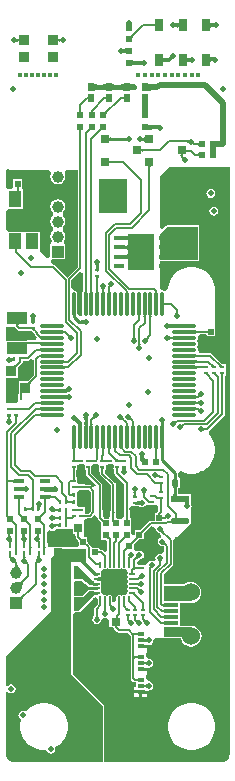
<source format=gbr>
%FSTAX26Y26*%
%MOMM*%
%SFA1B1*%

%IPPOS*%
%AMD17*
4,1,8,-0.236220,0.050800,-0.236220,-0.050800,-0.185420,-0.099060,0.185420,-0.099060,0.236220,-0.050800,0.236220,0.050800,0.185420,0.099060,-0.185420,0.099060,-0.236220,0.050800,0.0*
1,1,0.100000,-0.185420,0.050800*
1,1,0.100000,-0.185420,-0.050800*
1,1,0.100000,0.185420,-0.050800*
1,1,0.100000,0.185420,0.050800*
%
%AMD18*
4,1,8,-0.050800,-0.236220,0.050800,-0.236220,0.099060,-0.185420,0.099060,0.185420,0.050800,0.236220,-0.050800,0.236220,-0.099060,0.185420,-0.099060,-0.185420,-0.050800,-0.236220,0.0*
1,1,0.100000,-0.050800,-0.185420*
1,1,0.100000,0.050800,-0.185420*
1,1,0.100000,0.050800,0.185420*
1,1,0.100000,-0.050800,0.185420*
%
%AMD35*
4,1,8,0.500380,0.287020,-0.500380,0.287020,-0.787400,0.000000,-0.787400,0.000000,-0.500380,-0.287020,0.500380,-0.287020,0.787400,0.000000,0.787400,0.000000,0.500380,0.287020,0.0*
1,1,0.572120,0.500380,0.000000*
1,1,0.572120,-0.500380,0.000000*
1,1,0.572120,-0.500380,0.000000*
1,1,0.572120,0.500380,0.000000*
%
%ADD10R,0.949998X0.349999*%
%ADD11R,2.299995X3.099994*%
%ADD12R,1.049998X1.399997*%
%ADD13R,0.874998X0.899998*%
%ADD14R,0.599999X0.374999*%
%ADD15R,0.599999X0.376999*%
%ADD16R,0.799998X0.769998*%
G04~CAMADD=17~8~0.0~0.0~78.7~185.0~19.7~0.0~15~0.0~0.0~0.0~0.0~0~0.0~0.0~0.0~0.0~0~0.0~0.0~0.0~90.0~186.0~79.0*
%ADD17D17*%
G04~CAMADD=18~8~0.0~0.0~78.7~185.0~19.7~0.0~15~0.0~0.0~0.0~0.0~0~0.0~0.0~0.0~0.0~0~0.0~0.0~0.0~180.0~80.0~186.0*
%ADD18D18*%
%ADD19R,1.899996X1.899996*%
%ADD20R,0.799998X0.649999*%
%ADD21R,0.649999X0.799998*%
%ADD22R,0.499999X0.499999*%
%ADD23R,0.499999X0.499999*%
%ADD24R,0.299999X0.250000*%
%ADD25R,0.250000X0.299999*%
%ADD26R,2.399995X2.899994*%
%ADD27R,1.399997X2.799994*%
%ADD28O,2.099996X0.299999*%
%ADD29O,0.299999X2.099996*%
%ADD30R,0.899998X0.399999*%
%ADD31R,2.999994X2.699995*%
%ADD32R,1.199998X0.299999*%
%ADD33R,1.799996X0.999998*%
%ADD34R,0.849998X0.949998*%
G04~CAMADD=35~8~0.0~0.0~619.6~225.2~112.6~0.0~15~0.0~0.0~0.0~0.0~0~0.0~0.0~0.0~0.0~0~0.0~0.0~0.0~0.0~619.6~225.2*
%ADD35D35*%
%ADD36R,1.573897X0.572129*%
%ADD37R,0.719999X1.079998*%
%ADD38R,0.499999X0.699999*%
%ADD39C,0.152400*%
%ADD40C,0.253999*%
%ADD41C,0.228600*%
%ADD42C,0.304799*%
%ADD43C,0.380999*%
%ADD44C,0.507999*%
%ADD45C,0.406399*%
%ADD46C,0.457199*%
%ADD47C,0.999998*%
%ADD48R,0.999998X0.999998*%
%ADD49C,0.399999*%
%ADD50C,0.499999*%
%ADD51C,0.507999*%
%ADD52C,1.523997*%
%LNpcb_copper_signal_top-1*%
%LPD*%
G36*
X14916632Y6250338D02*
X14913584Y62532336D01*
X1490444Y62558244*
X148892Y62581104*
X14867864Y62600916*
X14840432Y6261768*
X14806904Y62631396*
X1476728Y62642064*
X1472156Y62649684*
X14717598Y62650039*
X14702485Y62647652*
X14689302Y62644705*
X14678609Y62641327*
X14670405Y62637466*
X14664715Y62633199*
Y62654408*
X14611832Y6265578*
Y6296058*
X14664715Y62961977*
Y62983186*
X14670405Y62978893*
X14678609Y62975058*
X14689302Y62971654*
X14702485Y62968733*
X14717598Y62966346*
X1472156Y62966676*
X1476728Y62974296*
X14806904Y62984964*
X14840432Y6299868*
X14867864Y63015444*
X148892Y63035256*
X1490444Y63058116*
X14913584Y63084024*
X14916632Y6311298*
Y6250338*
G37*
G36*
X12956641Y62662587D02*
X12955117Y62677065D01*
X12950545Y62690019*
X12942925Y62701449*
X12932257Y62711355*
X12918541Y62719737*
X12901777Y62726595*
X12881965Y62731929*
X12859105Y62735739*
X12833197Y62738025*
X12804241Y62738787*
Y62891187*
X12833197Y62891949*
X12859105Y62894235*
X12881965Y62898045*
X12901777Y62903379*
X12918541Y62910237*
X12932257Y62918619*
X12942925Y62928525*
X12950545Y62939955*
X12955117Y62952909*
X12956641Y62967387*
Y62662587*
G37*
G36*
X17590566Y63084024D02*
X17599812Y63058116D01*
X17615204Y63035256*
X17636744Y63015444*
X17664455Y6299868*
X17698313Y62984964*
X17738344Y62974296*
X17784521Y62966676*
X17819166Y62963653*
X17860975Y62966244*
X17876672Y62968733*
X1788988Y62971654*
X17900573Y62975058*
X17908778Y62978893*
X17914442Y62983186*
Y62633199*
X17908778Y62637466*
X17900573Y62641327*
X1788988Y62644705*
X17876672Y62647652*
X17860975Y62650141*
X1782638Y62653341*
X17784521Y62649684*
X17738344Y62642064*
X17698313Y62631396*
X17664455Y6261768*
X17636744Y62600916*
X17615204Y62581104*
X17599812Y62558244*
X17590566Y62532336*
X17587493Y6250338*
Y6311298*
X17590566Y63084024*
G37*
G36*
X11081689Y61843945D02*
X11051235Y61812424D01*
X11003203Y6175601*
X10985652Y61731144*
X10972419Y61708487*
X10963478Y61688014*
X1095888Y61669803*
X10958576Y61653775*
X10962589Y61640008*
X10970895Y61628426*
X10758398Y61840897*
X10769981Y61832566*
X10783798Y61828578*
X107998Y61828883*
X10818037Y6183348*
X10838459Y61842421*
X10861141Y61855654*
X10886008Y61873206*
X1091311Y6189505*
X10973943Y61951717*
X11081689Y61843945*
G37*
G36*
X04926838Y61343794D02*
X0490733Y61362564D01*
X04887468Y61379354*
X04867325Y61394187*
X04846828Y61407014*
X04826025Y61417885*
X04804918Y61426775*
X04784318Y6143343*
X04772863Y61430408*
X04755769Y6142355*
X04741773Y61415168*
X04730877Y61405236*
X04723104Y61393806*
X04718456Y61380878*
X04716881Y613664*
Y616712*
X04718456Y61656696*
X04723104Y61643768*
X04730877Y61632338*
X04741773Y61622406*
X04755769Y6161405*
X04772863Y61607166*
X04784318Y61604144*
X04804918Y61610798*
X04826025Y61619688*
X04846828Y6163056*
X04867325Y61643387*
X04887468Y6165822*
X0490733Y6167501*
X04926838Y6169378*
Y61343794*
G37*
G36*
X01188643Y6170041D02*
X01208506Y6168362D01*
X01228648Y61668787*
X01249146Y6165596*
X01269949Y61645088*
X01291056Y61636198*
X01310868Y61629798*
X01321155Y61632566*
X01337945Y6163945*
X01351635Y61647806*
X01362329Y61657738*
X01369949Y61669168*
X01374495Y61682096*
X01376045Y616966*
Y61620501*
X01378686Y616204*
Y61468*
X01376045Y61467873*
Y613918*
X01374495Y61406278*
X01369949Y61419206*
X01362329Y61430636*
X01351635Y61440568*
X01337945Y6144895*
X01321155Y61455808*
X01310868Y61458576*
X01291056Y61452175*
X01269949Y61443285*
X01249146Y61432414*
X01228648Y61419587*
X01208506Y61404754*
X01188643Y61387964*
X01169136Y61369194*
Y6171918*
X01188643Y6170041*
G37*
G36*
X1048004Y6039424D02*
X10476992Y6041296D01*
X10467848Y60429724*
X10452608Y60444507*
X10431272Y60457308*
X1040384Y60468154*
X10370312Y60477019*
X10330688Y60483927*
X10293629Y60487915*
X10254386Y6048507*
X10241254Y60482276*
X10230612Y60479076*
X10222509Y60475418*
X10216896Y60471354*
X10217226Y60491268*
X1017524Y60492792*
Y60797592*
X10222128Y60798329*
X10222509Y60821316*
X10228249Y60816794*
X10236504Y60812756*
X10247249Y608092*
X10260482Y60806126*
X1027623Y6080351*
X10286847Y60802494*
X10330688Y60805745*
X10370312Y6081207*
X1040384Y60820223*
X10431272Y6083018*
X10452608Y60841966*
X10467848Y60855529*
X10476992Y60870947*
X1048004Y60888143*
Y6039424*
G37*
G36*
X14483689Y59967393D02*
X14476628Y59966428D01*
X14468119Y59963329*
X14458162Y59958173*
X14446758Y59950908*
X1443388Y59941561*
X14403781Y59916593*
X14367891Y59883243*
X14347748Y59863431*
X14132229Y6007895*
X14152041Y60099092*
X1421036Y60165081*
X14219707Y60177959*
X14226971Y60189364*
X14232128Y6019932*
X14235226Y60207829*
X14236192Y60214891*
X14483689Y59967393*
G37*
G36*
X17590566Y60188424D02*
X17599812Y60162516D01*
X17615204Y60139656*
X17636744Y60119844*
X17664455Y6010308*
X17698313Y60089364*
X17738344Y60078696*
X17784521Y60071076*
X17827929Y60067291*
X17902936Y60069425*
X17895341Y60032798*
Y5976018*
X17838445Y59758707*
X17831816Y59726728*
X17826278Y59733078*
X17818227Y59738768*
X1780766Y59743797*
X17794605Y5974814*
X1777906Y59751823*
X1777492Y59752509*
X17738344Y59746464*
X17698313Y59735796*
X17664455Y5972208*
X17636744Y59705316*
X17615204Y59685504*
X17599812Y59662644*
X17590566Y59636736*
X17587493Y5960778*
Y6021738*
X17590566Y60188424*
G37*
G36*
X15630575Y60137624D02*
X15639796Y60111716D01*
X15655188Y60088856*
X15676753Y60069044*
X15704439Y6005228*
X15738322Y60038564*
X15778327Y60027896*
X15824504Y60020276*
X15839871Y60018955*
X15854375Y60019844*
X15870072Y60022333*
X1588328Y60025254*
X15893973Y60028658*
X15902178Y60032493*
X15907842Y60036786*
Y60014916*
X15935325Y6001418*
Y5970938*
X15907842Y59708669*
Y59686799*
X15902178Y59691066*
X15893973Y59694927*
X1588328Y59698305*
X15870072Y59701252*
X15854375Y59703741*
X15842361Y59704859*
X15824504Y59703284*
X15778327Y59695664*
X15738322Y59684996*
X15704439Y5967128*
X15676753Y59654516*
X15655188Y59634704*
X15639796Y59611844*
X15630575Y59585936*
X15627477Y5955698*
Y6016658*
X15630575Y60137624*
G37*
G36*
X13670559Y60130817D02*
X13679805Y60104934D01*
X13695197Y60082074*
X13716736Y60062237*
X13744448Y60045498*
X13778306Y60031757*
X13818336Y60021114*
X13864513Y60013494*
X13916837Y60008897*
X13975334Y60007398*
Y59702598*
X13916837Y59701074*
X13864513Y59696477*
X13818336Y59688857*
X13778306Y59678214*
X13744448Y59664498*
X13716736Y59647734*
X13695197Y59627897*
X13679805Y59605037*
X13670559Y59579154*
X13667486Y59550198*
Y60159798*
X13670559Y60130817*
G37*
G36*
X11790273Y59461069D02*
X11784507Y59465565D01*
X11776278Y59469604*
X11765534Y5947316*
X11752275Y59476259*
X11736552Y59478849*
X11697589Y59482659*
X11648617Y59484539*
X11620398Y59484793*
X11626545Y59789593*
X11654815Y59789796*
X11758371Y59797315*
X11771528Y59800083*
X11782145Y59803309*
X11790273Y59806941*
X11795887Y59811005*
X11790273Y59461069*
G37*
G36*
X10976991Y59869425D02*
X10986135Y59852661D01*
X11001375Y59837878*
X11022711Y59825077*
X11050143Y59814231*
X11083671Y59805366*
X11123295Y59798458*
X11169015Y5979353*
X11278743Y59789593*
Y59484793*
X11220831Y59483879*
X11123295Y5947664*
X11083671Y5947029*
X11050143Y59462136*
X11022711Y59452179*
X11001375Y59440419*
X10986135Y5942683*
X10976991Y59411438*
X10973943Y59394242*
Y59888145*
X10976991Y59869425*
G37*
G36*
X07794828Y57887006D02*
X0780702Y57862546D01*
X0782734Y57841007*
X07855788Y57822312*
X07892364Y57806488*
X07937068Y57793559*
X079899Y57783501*
X0805086Y57776313*
X08119948Y57771995*
X08197164Y57770547*
Y57364147*
X08119948Y57362725*
X079899Y57351218*
X07937068Y5734116*
X07892364Y57328231*
X07855788Y57312407*
X0782734Y57293738*
X0780702Y57272148*
X07794828Y57247739*
X07790764Y57220408*
Y57914311*
X07794828Y57887006*
G37*
G36*
X09293402Y57872274D02*
X09305594Y57850938D01*
X09325914Y57832091*
X09354362Y57815759*
X09390938Y57801967*
X09435642Y57790664*
X09488474Y57781875*
X09549434Y57775576*
X09695738Y57770547*
Y57364147*
X09618522Y57362547*
X09488474Y57349593*
X09435642Y57338239*
X09390938Y57323685*
X09354362Y57305879*
X09325914Y57284823*
X09305594Y57260515*
X09293402Y57233007*
X09289338Y57202247*
Y57896125*
X09293402Y57872274*
G37*
G36*
X08795435Y57202247D02*
X08791371Y57233007D01*
X08779179Y57260515*
X08758859Y57284823*
X08730411Y57305879*
X08693835Y57323685*
X08649131Y57338239*
X08596299Y57349593*
X08535339Y57357695*
X08466251Y57362547*
X08389035Y57364147*
Y57770547*
X08466251Y57771817*
X08596299Y57781875*
X08649131Y57790664*
X08693835Y57801967*
X08730411Y57815759*
X08758859Y57832091*
X08779179Y57850938*
X08791371Y57872274*
X08795435Y57896125*
Y57202247*
G37*
G36*
X10791748Y57878472D02*
X10803178Y57862673D01*
X10822203Y57848728*
X10848873Y57836638*
X10883138Y57826427*
X10925048Y57818045*
X10974552Y57811543*
X11096421Y578041*
X11168786Y57803186*
Y57345986*
X11096421Y57344538*
X10974552Y57333032*
X10925048Y57322974*
X10883138Y57310045*
X10848873Y57294221*
X10822203Y57275526*
X10803178Y57253987*
X10791748Y57229552*
X10787938Y57202247*
Y57896125*
X10791748Y57878472*
G37*
G36*
X10294035Y57202247D02*
X10289971Y57233007D01*
X10277779Y57260515*
X10257459Y57284823*
X10229011Y57305879*
X10192435Y57323685*
X10147731Y57338239*
X10094899Y57349593*
X10033939Y57357695*
X09964851Y57362547*
X09887635Y57364147*
Y57770547*
X09964851Y57771817*
X10094899Y57781875*
X10147731Y57790638*
X10192435Y57801967*
X10229011Y57815759*
X10257459Y57832091*
X10277779Y57850938*
X10289971Y57872274*
X10294035Y57896125*
Y57202247*
G37*
G36*
X12317044Y57871258D02*
X12332284Y57855459D01*
X12357684Y57841515*
X12393244Y57829424*
X12438964Y57819188*
X12494844Y57810831*
X12637084Y57799681*
X12819964Y57795972*
Y57287972*
X12723444Y57287033*
X12438964Y57264731*
X12393244Y57254495*
X12357684Y57242405*
X12332284Y57228486*
X12317044Y57212661*
X12311964Y57195008*
Y57888911*
X12317044Y57871258*
G37*
G36*
X10297083Y56496788D02*
X10295534Y56511266D01*
X1029086Y5652422*
X10283088Y5653565*
X10272217Y56545556*
X10258221Y56553938*
X10241127Y56560796*
X10220909Y5656613*
X10197592Y5656994*
X10171176Y56572226*
X10141635Y56572988*
Y56725388*
X10171176Y5672615*
X10197592Y56728436*
X10220909Y56732246*
X10241127Y5673758*
X10258221Y56744438*
X10272217Y5675282*
X10283088Y56762726*
X1029086Y56774156*
X10295534Y5678711*
X10297083Y56801588*
Y56496788*
G37*
G36*
X08798483Y56491276D02*
X08797036Y56503849D01*
X08792667Y56515101*
X08785402Y56525033*
X08775217Y56533643*
X08762136Y56540908*
X08746134Y56546877*
X08727236Y56551499*
X08705418Y56554827*
X08680678Y56556808*
X08653068Y56557468*
Y56709868*
X08680678Y56710529*
X08705418Y5671251*
X08727236Y56715812*
X08746134Y56720435*
X08762136Y56726404*
X08775217Y56733694*
X08785402Y56742279*
X08792667Y5675221*
X08797036Y56763462*
X08798483Y56776035*
Y56491276*
G37*
G36*
X07299909Y56465927D02*
X07298461Y564785D01*
X07294092Y56489752*
X07286828Y56499683*
X07276642Y56508269*
X07263561Y56515558*
X07247559Y56521502*
X07228662Y56526125*
X07206843Y56529452*
X07182129Y56531433*
X07154494Y56532094*
Y56684494*
X07182129Y56685154*
X07206843Y56687135*
X07228662Y56690463*
X07247559Y56695086*
X07263561Y56701029*
X07276642Y56708319*
X07286828Y5671693*
X07294092Y56726836*
X07298461Y56738088*
X07299909Y56750661*
Y56465927*
G37*
G36*
X07646365Y55522469D02*
X07648346Y55497755D01*
X07651673Y55475936*
X07656296Y55457039*
X07662265Y55441037*
X0766953Y55427956*
X0767814Y5541777*
X07688046Y55410506*
X07699298Y55406137*
X07711871Y55404689*
X07427137*
X0743971Y55406137*
X07450963Y55410506*
X07460894Y5541777*
X07469479Y55427956*
X07476769Y55441037*
X07482738Y55457039*
X07487361Y55475936*
X07490663Y55497755*
X07492644Y55522469*
X07493304Y55550104*
X07645704*
X07646365Y55522469*
G37*
G36*
X06680936Y55530597D02*
X06683248Y55504181D01*
X06687058Y55480864*
X06692366Y55460646*
X0669925Y55443551*
X06707606Y55429556*
X06717538Y55418685*
X06728968Y55410912*
X06741896Y55406239*
X067564Y55404689*
X064516*
X06466078Y55406239*
X06479006Y55410912*
X06490436Y55418685*
X06500368Y55429556*
X0650875Y55443551*
X06515608Y55460646*
X06520916Y55480864*
X06524726Y55504181*
X06527038Y55530597*
X065278Y55560137*
X066802*
X06680936Y55530597*
G37*
G36*
X08889085Y55407737D02*
X08858631Y55376216D01*
X08810599Y55319803*
X08793048Y55294936*
X08779814Y55272279*
X08770899Y55251832*
X08766276Y55233595*
X08765971Y55217593*
X08769985Y55203775*
X0877829Y55192218*
X08565819Y55404689*
X08577376Y55396384*
X08591194Y5539237*
X08607196Y55392675*
X08625433Y55397298*
X0864588Y55406213*
X08668537Y55419447*
X08693404Y55436998*
X08720505Y55458868*
X08781338Y5551551*
X08889085Y55407737*
G37*
G36*
X12315748Y54393846D02*
X12327178Y543814D01*
X12346228Y54370427*
X12372898Y54360927*
X12407188Y54352875*
X12449098Y54346297*
X12498628Y54341166*
X12620548Y54335324*
X12692938Y54334587*
Y53953587*
X12620548Y53953181*
X12346228Y53934106*
X12327178Y53928137*
X12315748Y5392138*
X12311938Y53913836*
Y54407739*
X12315748Y54393846*
G37*
G36*
X08502954Y53913836D02*
X08491118Y53922447D01*
X08477097Y53926765*
X08460943*
X08442629Y53922447*
X08422132Y53913836*
X083995Y53900908*
X08374735Y53883661*
X08347786Y53862097*
X08287435Y5380609*
X08179689Y53913836*
X08209838Y53945078*
X0825726Y54001136*
X08274507Y54025901*
X08287435Y54048533*
X08296046Y54069005*
X08300364Y54087344*
Y54103498*
X08296046Y54117519*
X08287435Y54129355*
X08502954Y53913836*
G37*
G36*
X07537754D02*
X07525918Y53922447D01*
X07511897Y53926765*
X07495743*
X07477429Y53922447*
X07456932Y53913836*
X074343Y53900908*
X07409535Y53883661*
X07382586Y53862097*
X07322235Y5380609*
X07214489Y53913836*
X07244638Y53945078*
X0729206Y54001136*
X07309307Y54025901*
X07322235Y54048533*
X07330846Y54069005*
X07335164Y54087344*
Y54103498*
X07330846Y54117519*
X07322235Y54129355*
X07537754Y53913836*
G37*
G36*
X06741896Y53912312D02*
X06728968Y5390774D01*
X06717538Y5390012*
X06707606Y53889452*
X0669925Y53875736*
X06692366Y53858972*
X06687058Y5383916*
X06683248Y538163*
X06680936Y53790392*
X066802Y53761436*
X065278*
X06527038Y53790392*
X06524726Y538163*
X06520916Y5383916*
X06515608Y53858972*
X0650875Y53875736*
X06500368Y53889452*
X06490436Y5390012*
X06479006Y5390774*
X06466078Y53912312*
X064516Y53913836*
X067564*
X06741896Y53912312*
G37*
G36*
X12050649Y528828D02*
X12048109Y5290693D01*
X12040489Y5292852*
X12027789Y5294757*
X12010009Y5296408*
X11987149Y5297805*
X11959209Y5298948*
X11926189Y5299837*
X11902668Y53002281*
X11901551Y53002103*
X11881942Y52997785*
X11864187Y52992502*
X11848287Y52986279*
X11834241Y52979066*
X11822049Y52970912*
X11811736Y52961794*
Y53009393*
X11796649Y530098*
Y532638*
X11811736Y53264181*
Y5331178*
X11822049Y53302662*
X11834241Y53294508*
X11848287Y53287295*
X11864187Y53281072*
X11881942Y53275788*
X11901551Y5327147*
X11902668Y53271293*
X11926189Y5327523*
X11959209Y5328412*
X11987149Y5329555*
X12010009Y5330952*
X12027789Y5332603*
X12040489Y5334508*
X12048109Y5336667*
X12050649Y533908*
Y528828*
G37*
G36*
X10514838Y52961794D02*
X10504525Y52970912D01*
X10492333Y52979066*
X10478287Y52986279*
X10462387Y52992502*
X10444632Y52997785*
X10425023Y53002103*
X1040356Y53005456*
X10380243Y53007869*
X10328046Y530098*
Y532638*
X10355072Y53264257*
X1040356Y53268118*
X10425023Y5327147*
X10444632Y53275788*
X10462387Y53281072*
X10478287Y53287295*
X10492333Y53294508*
X10504525Y53302662*
X10514838Y5331178*
Y52961794*
G37*
G36*
X09110268Y5336667D02*
X09117965Y5334508D01*
X09130817Y5332603*
X09148826Y5330952*
X09171965Y5329555*
X09200235Y5328412*
X09233636Y5327523*
X09272193Y5326888*
X09315907Y5326507*
X09364726Y532638*
Y530098*
X09315907Y5300853*
X09272193Y5300472*
X09233636Y5299837*
X09200235Y5298948*
X09171965Y5297805*
X09148826Y5296408*
X09130817Y5294757*
X09117965Y5292852*
X09110268Y5290693*
X09107678Y528828*
Y533908*
X09110268Y5336667*
G37*
G36*
X15755797Y52777618D02*
X15738703Y52797608D01*
X15720949Y5281549*
X15702584Y52831263*
X15683611Y52844928*
X15663976Y52856485*
X15643733Y52865959*
X15622828Y52873325*
X15601315Y52878583*
X15579166Y52881733*
X15556407Y528828*
X15572765Y530352*
X15594685Y53036089*
X1561658Y53038806*
X15638475Y53043353*
X15660344Y53049678*
X15682214Y53057856*
X15704058Y53067813*
X15725902Y53079599*
X1574772Y53093188*
X15769539Y53108606*
X15791357Y53125827*
X15755797Y52777618*
G37*
G36*
X16200196Y52901316D02*
X16202228Y52892401D01*
X16206089Y52882469*
X16211778Y52871522*
X16219297Y52859533*
X16228669Y52846528*
X16252901Y52817445*
X16284473Y52784273*
X16176701Y52676501*
X16164407Y52688236*
X16152672Y52698269*
X16141446Y52706625*
X16130778Y52713305*
X16120643Y52718309*
X16111067Y52721637*
X16101999Y52723288*
X16093465Y52723262*
X16085489Y5272156*
X16078047Y52718157*
X16199993Y5290919*
X16200196Y52901316*
G37*
G36*
X16626636Y52578D02*
X16625112Y52592478D01*
X1662054Y52605406*
X1661292Y52616836*
X16602252Y52626768*
X16588536Y5263515*
X16571772Y52642008*
X1655196Y52647316*
X165291Y52651126*
X16503192Y52653438*
X16474236Y526542*
Y528066*
X16503192Y52807336*
X165291Y52809648*
X1655196Y52813458*
X16571772Y52818766*
X16588536Y5282565*
X16602252Y52834006*
X1661292Y52843938*
X1662054Y52855368*
X16625112Y52868296*
X16626636Y528828*
Y52578*
G37*
G36*
X11849252Y52334896D02*
X118539Y52321968D01*
X11861673Y52310538*
X11872569Y52300606*
X11886539Y5229225*
X11903659Y52285366*
X11923852Y52280058*
X11947169Y52276248*
X1197361Y52273936*
X12003125Y522732*
Y521208*
X1197361Y52120038*
X11947169Y52117726*
X11923852Y52113916*
X11903659Y52108608*
X11886539Y5210175*
X11872569Y52093368*
X11861673Y52083436*
X118539Y52072006*
X11849252Y52059078*
X11847677Y520446*
Y523494*
X11849252Y52334896*
G37*
G36*
X15583052Y52284096D02*
X155877Y52271168D01*
X15595473Y52259738*
X15606369Y52249806*
X15620339Y5224145*
X15637459Y52234566*
X15657652Y52229258*
X15680969Y52225448*
X1570741Y52223136*
X15736925Y522224*
Y5207*
X1570741Y52069238*
X15680969Y52066926*
X15657652Y52063116*
X15637459Y52057808*
X15620339Y5205095*
X15606369Y52042568*
X15595473Y52032636*
X155877Y52021206*
X15583052Y52008278*
X15581477Y519938*
Y522986*
X15583052Y52284096*
G37*
G36*
X16626636Y51689D02*
X16625112Y51703478D01*
X1662054Y51716406*
X1661292Y51727836*
X16602252Y51737768*
X16588536Y5174615*
X16571772Y51753008*
X1655196Y51758316*
X165291Y51762126*
X16503192Y51764438*
X16474236Y517652*
Y519176*
X16503192Y51918336*
X165291Y51920648*
X1655196Y51924458*
X16571772Y51929766*
X16588536Y5193665*
X16602252Y51945006*
X1661292Y51954938*
X1662054Y51966368*
X16625112Y51979296*
X16626636Y519938*
Y51689*
G37*
G36*
X15325496Y51816533D02*
X15312567Y51811859D01*
X15301137Y51804087*
X15291206Y51793216*
X15282849Y5177922*
X15275966Y51762126*
X15270657Y51741908*
X15266847Y51718591*
X15264536Y51692175*
X15264028Y51672388*
X15264917Y51671575*
X15282824Y51657732*
X15301696Y51645616*
X15321584Y51635228*
X15342463Y51626516*
X15364358Y51619531*
X15387243Y51614273*
X15411119Y51610691*
X15435986Y51608837*
X15461869Y51608685*
X15218689Y51365505*
X15218537Y51391388*
X15216682Y51416254*
X15213101Y5144013*
X15207843Y51463016*
X15200858Y51484911*
X15192146Y51505789*
X15181757Y51525678*
X15169642Y5154455*
X15155799Y51562457*
X15140279Y51579348*
X15223566Y51662634*
X15111399*
X15110637Y51692175*
X15108326Y51718591*
X15104516Y51741908*
X15099207Y51762126*
X15092349Y5177922*
X15083967Y51793216*
X15074036Y51804087*
X15062606Y51811859*
X15049677Y51816533*
X15035199Y51818082*
X15339999*
X15325496Y51816533*
G37*
G36*
X09109252Y51374903D02*
X09113901Y51361949D01*
X09121673Y51350519*
X0913257Y51340613*
X09146565Y51332231*
X09163659Y51325373*
X09183852Y51320039*
X09207169Y51316229*
X09233611Y51313943*
X09263126Y51313181*
Y51160781*
X09233611Y51160019*
X09207169Y51157733*
X09183852Y51153923*
X09163659Y51148589*
X09146565Y51141731*
X0913257Y51133349*
X09121673Y51123443*
X09113901Y51112013*
X09109252Y51099059*
X09107678Y51084581*
Y51389381*
X09109252Y51374903*
G37*
G36*
X12585496Y50856515D02*
X12572568Y50851866D01*
X12561138Y50844094*
X12551206Y50833197*
X12542824Y50819227*
X12535966Y50802108*
X12530658Y50781915*
X12526848Y50758598*
X12524536Y50732156*
X12523774Y50702641*
X12371374*
X12370638Y50732156*
X12368326Y50758598*
X12364516Y50781915*
X12359208Y50802108*
X12352324Y50819227*
X12343968Y50833197*
X12334036Y50844094*
X12322606Y50851866*
X12309678Y50856515*
X12295174Y50858089*
X12599974*
X12585496Y50856515*
G37*
G36*
X01466697Y49132134D02*
X01453769Y4912746D01*
X01442339Y49119688*
X01432407Y49108817*
X01424025Y49094821*
X01417167Y49077727*
X01411859Y49057509*
X01408049Y49034192*
X01405737Y49007776*
X01404975Y48978235*
X01252575*
X01251839Y49007776*
X01249527Y49034192*
X01245717Y49057509*
X01240409Y49077727*
X01233525Y49094821*
X01225169Y49108817*
X01215237Y49119688*
X01203807Y4912746*
X01190879Y49132134*
X01176375Y49133683*
X01481175*
X01466697Y49132134*
G37*
G36*
X01405737Y48924006D02*
X01408049Y48897565D01*
X01411859Y48874248*
X01417167Y48854055*
X01424025Y48836935*
X01432407Y48822965*
X01442339Y48812069*
X01453769Y48804296*
X01466697Y48799648*
X01481175Y48798099*
X01176375*
X01190879Y48799648*
X01203807Y48804296*
X01215237Y48812069*
X01225169Y48822965*
X01233525Y48836935*
X01240409Y48854055*
X01245717Y48874248*
X01249527Y48897565*
X01251839Y48924006*
X01252575Y48953547*
X01404975*
X01405737Y48924006*
G37*
G36*
X10618241Y445516D02*
X10615701Y4457573D01*
X10608081Y4459732*
X10595381Y4461637*
X10577601Y4463288*
X10554741Y4464685*
X10526801Y4465828*
X10493781Y4466717*
X1046386Y44672148*
X10400639Y44667347*
X10377779Y44662394*
X10359999Y44656578*
X10347299Y44649821*
X10339679Y44642176*
X10337139Y44633642*
Y44977532*
X10339679Y44968998*
X10347299Y44961352*
X10359999Y44954621*
X10377779Y44948779*
X10400639Y44943826*
X10428579Y44939788*
X1045591Y44937705*
X10493781Y4494403*
X10526801Y4495292*
X10554741Y4496435*
X10577601Y4497832*
X10595381Y4499483*
X10608081Y4501388*
X10615701Y4503547*
X10618241Y450596*
Y445516*
G37*
G36*
X11022838Y44749567D02*
X10775035Y44613499D01*
X10776102Y44618071*
X10775315Y44623888*
X10772673Y44630975*
X10768177Y44639306*
X10761853Y44648907*
X10717987Y44699885*
X10702391Y44715785*
X10922355Y44855028*
X11022838Y44749567*
G37*
G36*
X11242141Y44559372D02*
X1124717Y44549288D01*
X11254003Y44537985*
X11262639Y44525463*
X11285347Y44496812*
X11315268Y44463309*
X11352428Y44424955*
X11235944Y44182233*
X11216436Y44200876*
X11179378Y44231026*
X11161826Y44242532*
X11144935Y44251651*
X1112873Y44258382*
X1111316Y44262725*
X11098276Y44264681*
X11084026Y44264275*
X11070437Y44261455*
X11238915Y44568237*
X11242141Y44559372*
G37*
G36*
X10618241Y43751576D02*
X10615701Y43775706D01*
X10608081Y43797296*
X10595381Y43816346*
X10577601Y43832856*
X10554741Y43846826*
X10526801Y43858256*
X10493781Y43867146*
X1046386Y4387215*
X10400639Y43867349*
X10377779Y43862396*
X10359999Y43856554*
X10347299Y43849823*
X10339679Y43842178*
X10337139Y43833643*
Y44177534*
X10339679Y44168999*
X10347299Y44161354*
X10359999Y44154623*
X10377779Y44148756*
X10400639Y44143828*
X10428579Y44139789*
X1045591Y44137707*
X10493781Y44144006*
X10526801Y44152896*
X10554741Y44164326*
X10577601Y44178296*
X10595381Y44194806*
X10608081Y44213856*
X10615701Y44235446*
X10618241Y44259576*
Y43751576*
G37*
G36*
X01304036Y43808726D02*
X01291082Y43804078D01*
X01279652Y43796305*
X01269746Y43785409*
X01261364Y43771439*
X01254506Y43754319*
X01249172Y43734126*
X01245362Y43710809*
X01243076Y43684367*
X01242314Y43654827*
X01089914*
X01089152Y43684367*
X01086866Y43710809*
X01083056Y43734126*
X01077722Y43754319*
X01070864Y43771439*
X01062482Y43785409*
X01052576Y43796305*
X01041145Y43804078*
X01028192Y43808726*
X01013714Y43810275*
X01318514*
X01304036Y43808726*
G37*
G36*
X11505336Y44272911D02*
X11541861Y44243218D01*
X11558752Y44232322*
X11574729Y44224067*
X11589766Y44218479*
X11603888Y44215481*
X11617071Y44215151*
X11629339Y44217437*
X11640693Y44222365*
X11555399Y43941009*
X117269Y44050483*
X11901652Y4381505*
X1169195Y4378485*
X11515191Y43608091*
X11514328Y43621858*
X11511483Y43636234*
X11506657Y43651246*
X11499824Y43666918*
X11490985Y43683199*
X1148019Y43700115*
X11467388Y43717667*
X11452606Y43735853*
X11417046Y43774106*
X11529949Y43887009*
X11526697Y43890742*
X11507647Y43910529*
X11514277Y43914771*
X11469903Y43948273*
X11485676Y44291707*
X11505336Y44272911*
G37*
G36*
X10618241Y42951577D02*
X10615701Y42975707D01*
X10608081Y42997297*
X10595381Y43016347*
X10577601Y43032857*
X10554741Y43046827*
X10526801Y43058257*
X10493781Y43067147*
X1046386Y43072151*
X10400639Y43067351*
X10377779Y43062398*
X10359999Y43056556*
X10347299Y43049825*
X10339679Y43042179*
X10337139Y43033645*
Y43377535*
X10339679Y43369001*
X10347299Y43361356*
X10359999Y43354625*
X10377779Y43348757*
X10400639Y4334383*
X10428579Y43339766*
X1045591Y43337708*
X10493781Y43344007*
X10526801Y43352897*
X10554741Y43364327*
X10577601Y43378297*
X10595381Y43394807*
X10608081Y43413857*
X10615701Y43435447*
X10618241Y43459577*
Y42951577*
G37*
G36*
X11762689Y43355615D02*
X11748947Y43354726D01*
X11734546Y43351881*
X11719509Y43347055*
X11703862Y43340223*
X11687581Y43331409*
X11670665Y43320589*
X11653113Y43307787*
X11634927Y43293004*
X11596649Y43257444*
X11417046Y43437048*
X11435816Y43456504*
X11467388Y43493512*
X1148019Y43511063*
X11490985Y4352798*
X11499824Y43544261*
X11506657Y43559907*
X11511483Y43574944*
X11514328Y43589321*
X11515191Y43603087*
X11762689Y43355615*
G37*
G36*
X00647674Y50507976D02*
X03987393D01*
X04123156Y50253976*
X04108373Y50231827*
X04059707Y49987174*
X04108373Y49742547*
X04246956Y4953513*
X04454347Y49396548*
X04699Y49347907*
X04943627Y49396548*
X05151018Y4953513*
X052896Y49742547*
X05338267Y49987174*
X052896Y50231827*
X05274818Y50253976*
X05410581Y50507976*
X06396812*
Y42326001*
X05496915Y4142613*
X04449546Y42473499*
X04382338Y42518406*
X04360164Y42522825*
X04126788Y42756175*
X04231995Y43010175*
X04243857*
X04259707*
X05325999*
Y44264199*
X05305679*
X05272303Y44305397*
X05193157Y44518199*
X052896Y44662547*
X05338267Y449072*
X052896Y45151827*
X05151018Y45359218*
X05105806Y45389444*
Y4569493*
X05151018Y45725156*
X052896Y45932547*
X05338267Y461772*
X052896Y46421827*
X05151018Y46629218*
X05105806Y46659444*
Y4696493*
X05151018Y46995156*
X052896Y47202547*
X05338267Y474472*
X052896Y47691827*
X05151018Y47899218*
X04943627Y480378*
X04699Y48086467*
X04454347Y480378*
X04246956Y47899218*
X04108373Y47691827*
X04059707Y474472*
X04108373Y47202547*
X04246956Y46995156*
X04292168Y4696493*
Y46659444*
X04246956Y46629218*
X04108373Y46421827*
X04059707Y461772*
X04108373Y45932547*
X04246956Y45725156*
X04292168Y4569493*
Y45389444*
X04246956Y45359218*
X04108373Y45151827*
X04059707Y449072*
X04108373Y44662547*
X04204817Y44518199*
X04125671Y44305397*
X04092295Y44264199*
X04071975*
Y43197881*
Y43182057*
Y43170195*
X04038549Y43156327*
X03817975Y43064988*
X03205784Y43677179*
Y45331176*
X01901799*
X01755775*
X00451789*
X00287959Y45517333*
Y47091041*
X00451789Y47277197*
X00541959*
X01755775*
Y48931195*
X01705787Y49000587*
Y49754586*
X00951788*
Y49000587*
X00726541Y48931195*
X00451789*
X00287959Y49117326*
Y5053584*
X0052263Y5063302*
X00647674Y50507976*
G37*
G36*
X165354Y429514D02*
X13322274Y42951374D01*
Y45123074*
X13944574Y45745374*
X165354Y457454*
Y429514*
G37*
G36*
X08215249Y42531614D02*
X08204936Y42517466D01*
X08195818Y4250182*
X08187944Y42484675*
X08181263Y42466056*
X08175802Y42445914*
X08171535Y42424299*
X08168513Y42401185*
X08167014Y42380992*
X08174253Y42262882*
X08177834Y42242308*
X08182076Y42226306*
X08186978Y42214876*
X08192541Y42208018*
X08198739Y42205732*
X07904835*
X07911033Y42208018*
X07916595Y42214876*
X07921498Y42226306*
X07925739Y42242308*
X07929321Y42262882*
X07932267Y42288028*
X07936179Y42352036*
X07936611Y42379188*
X07932039Y42424299*
X07927771Y42445914*
X0792231Y42466056*
X0791563Y42484675*
X07907756Y4250182*
X07898638Y42517466*
X07888325Y42531614*
X07876794Y42544238*
X0822678*
X08215249Y42531614*
G37*
G36*
X08185581Y41460318D02*
X08173821Y41455746D01*
X08163433Y41448126*
X08154416Y41437458*
X08146821Y41423742*
X08140598Y41406978*
X08135747Y41387166*
X08132267Y41364306*
X08130209Y41338398*
X08129498Y41309442*
X07977098*
X07976387Y41338398*
X07974228Y41364306*
X07970596Y41387166*
X07965541Y41406978*
X07959039Y41423742*
X07951089Y41437458*
X07941691Y41448126*
X07930845Y41455746*
X07918577Y41460318*
X07904835Y41461842*
X08198739*
X08185581Y41460318*
G37*
G36*
X13136549Y40195754D02*
X129731D01*
X12974142Y40196897*
X12975082Y40200351*
X1297592Y40206091*
X12976631Y40214118*
X12978409Y4026921*
X12978638Y40310536*
X13131038*
X13136549Y40195754*
G37*
G36*
X08698357Y4052448D02*
X08682075Y4050383D01*
X08667724Y40482977*
X08655278Y40461946*
X08644737Y40440686*
X08636127Y40419274*
X08629421Y40397633*
X08624646Y40375814*
X08621776Y40353818*
X08621369Y40344318*
X08621522Y40338603*
X08623706Y40315057*
X08627338Y4029174*
X08632393Y40268652*
X08638921Y40245766*
X08646896Y40223109*
X08656294Y40200656*
X08667165Y40178431*
X08679484Y40156434*
X08693251Y40134641*
X08416391*
X08426272Y40150796*
X08435111Y40168118*
X08442909Y40186584*
X08449691Y40206244*
X08455406Y40227072*
X08460079Y40249068*
X08463737Y40272208*
X08467877Y40322017*
X0846808Y40332202*
X08467394Y40347595*
X08464346Y40369718*
X08459266Y40391384*
X08452154Y40412619*
X0844301Y40433396*
X08431834Y40453716*
X08418626Y4047363*
X08403386Y40493061*
X08386114Y40512085*
X08366836Y40530653*
X08716543Y40544953*
X08698357Y4052448*
G37*
G36*
X08130159Y40331542D02*
X08132064Y40307183D01*
X08135239Y40283434*
X08139709Y40260295*
X08145449Y40237816*
X0815246Y40215921*
X0816074Y40194661*
X08170291Y40174037*
X08181136Y40154021*
X08193252Y40134641*
X07916392*
X07927949Y40153183*
X07938262Y40172487*
X07947355Y40192579*
X07955254Y40213407*
X07961934Y40235022*
X07967395Y40257399*
X07971637Y40280539*
X07974685Y40304415*
X07976489Y40329078*
X07977098Y40354504*
X08129498Y40356536*
X08130159Y40331542*
G37*
G36*
X09131655Y40330297D02*
X09136608Y40281987D01*
X09140977Y40258847*
X09146565Y40236419*
X09153423Y40214677*
X091615Y4019362*
X09170847Y40173275*
X09181414Y40153615*
X0919325Y40134616*
X0891639*
X08928227Y40153615*
X08938793Y40173275*
X08948115Y4019362*
X08956217Y40214677*
X08963075Y40236419*
X08968663Y40258847*
X08973007Y40281987*
X08976131Y40305786*
X08977985Y40330297*
X0897862Y4035552*
X0913102*
X09131655Y40330297*
G37*
G36*
X07131659D02*
X07136638Y40281987D01*
X07140981Y40258847*
X07146569Y40236419*
X07153427Y40214677*
X0716153Y4019362*
X07170851Y40173275*
X07181418Y40153615*
X07193254Y40134616*
X06916394*
X06928231Y40153615*
X06938797Y40173275*
X06948144Y4019362*
X06956221Y40214677*
X06963079Y40236419*
X06968667Y40258847*
X06973036Y40281987*
X06976135Y40305786*
X06978015Y40330297*
X06978624Y4035552*
X07131024*
X07131659Y40330297*
G37*
G36*
X07631658D02*
X07636637Y40281987D01*
X0764098Y40258847*
X07646593Y40236419*
X07653426Y40214677*
X07661529Y4019362*
X0767085Y40173275*
X07681442Y4015359*
X07693253Y40134616*
X07416419*
X0742823Y4015359*
X07438796Y40173275*
X07448143Y4019362*
X0745622Y40214677*
X07463078Y40236419*
X07468666Y40258847*
X07473035Y40281987*
X07476134Y40305786*
X07478014Y40330297*
X07478623Y4035552*
X07631023*
X07631658Y40330297*
G37*
G36*
X13703147Y39315212D02*
X13707821Y39302258D01*
X13715593Y39290828*
X13726464Y39280922*
X1374046Y3927254*
X13757579Y39265682*
X13777772Y39260348*
X1380109Y39256538*
X13827506Y39254252*
X13857046Y3925349*
Y3910109*
X13827506Y39100328*
X1380109Y39098042*
X13777772Y39094232*
X13757579Y39088898*
X1374046Y3908204*
X13726464Y39073658*
X13715593Y39063752*
X13707821Y39052322*
X13703147Y39039368*
X13701598Y3902489*
Y3932969*
X13703147Y39315212*
G37*
G36*
X14859965Y38516509D02*
X14862937Y38494436D01*
X1486789Y38472694*
X14874798Y38451256*
X14883688Y38430149*
X1489456Y38409346*
X14907387Y38388848*
X1492222Y38368706*
X1493901Y38348843*
X1495778Y38329336*
X14607794*
X14626564Y38348843*
X14643354Y38368706*
X14658187Y38388848*
X14671014Y38409346*
X14681885Y38430149*
X14690775Y38451256*
X1469771Y38472694*
X14702637Y38494436*
X14705609Y38516509*
X147066Y38538886*
X14859*
X14859965Y38516509*
G37*
G36*
X06847636Y41831641D02*
Y40373427D01*
X0684121Y40358898*
X06840677Y40337206*
X06839356Y40319909*
X06837222Y40303627*
X06834327Y4028821*
X06830695Y40273732*
X06826377Y40260016*
X06821373Y40246985*
X06815658Y40234539*
X06809257Y40222601*
X06799732Y40207336*
X06796811Y40189734*
X0679389Y40185365*
X06788302Y40157247*
X06778929Y40134616*
X06782231Y40126691*
X06772402Y40077288*
Y38277292*
X06705854Y38201269*
X06577355Y38199796*
X0655066Y38208432*
X06337249Y38432232*
Y40077288*
X0631576Y40185365*
X06254546Y40277008*
X06162903Y40338222*
X06054826Y40359736*
X05849416Y40549906*
X05845962Y4055745*
Y41189173*
X06593636Y41936847*
X06847636Y41831641*
G37*
G36*
X12681432Y3820099D02*
X12670866Y38181305D01*
X12661519Y3816096*
X12653416Y38139928*
X12646583Y38118186*
X12640995Y38095732*
X12636627Y38072618*
X12633528Y38048793*
X12631648Y38024282*
X12631039Y37999085*
X12478639*
X12478004Y38024282*
X12473025Y38072618*
X12468682Y38095732*
X12463068Y38118186*
X12456236Y38139928*
X12448133Y3816096*
X12438811Y38181305*
X1242822Y3820099*
X12416409Y38219964*
X12693269*
X12681432Y3820099*
G37*
G36*
X12181433D02*
X12170841Y38181305D01*
X1216152Y3816096*
X12153417Y38139928*
X12146584Y38118186*
X12140996Y38095732*
X12136628Y38072618*
X12133529Y38048793*
X12131649Y38024282*
X1213104Y37999085*
X1197864*
X11978005Y38024282*
X11973026Y38072618*
X11968657Y38095732*
X11963069Y38118186*
X11956237Y38139928*
X11948134Y3816096*
X11938812Y38181305*
X11928221Y3820099*
X1191641Y38219964*
X12193244*
X12181433Y3820099*
G37*
G36*
X11681434D02*
X11670868Y38181305D01*
X11661521Y3816096*
X11653418Y38139928*
X11646585Y38118186*
X11640997Y38095732*
X11636629Y38072618*
X11633504Y38048793*
X1163165Y38024282*
X11631015Y37999085*
X11478615*
X11478006Y38024282*
X11473027Y38072618*
X11468658Y38095732*
X1146307Y38118186*
X11456238Y38139928*
X11448135Y3816096*
X11438813Y38181305*
X11428222Y3820099*
X11416411Y38219964*
X11693245*
X11681434Y3820099*
G37*
G36*
X02746756Y37980797D02*
X02741244Y3797493D01*
X02736316Y37966599*
X02731973Y37955804*
X02728214Y3794252*
X02725039Y37926746*
X02722422Y37908509*
X02718943Y37864643*
X027178Y37810846*
X02413Y37850445*
X02412847Y37878842*
X02405913Y37994132*
X02403754Y38004165*
X0240129Y38011582*
X02398547Y38016357*
X02746756Y37980797*
G37*
G36*
X06882638Y37518594D02*
X06872325Y37527712D01*
X06860133Y37535866*
X06846087Y37543079*
X06830187Y37549302*
X06812432Y37554585*
X06792823Y37558903*
X0677136Y37562256*
X06748043Y37564669*
X06695846Y375666*
Y378206*
X06722872Y37821057*
X0677136Y37824918*
X06792823Y3782827*
X06812432Y37832588*
X06830187Y37837872*
X06846087Y37844095*
X06860133Y37851308*
X06872325Y37859462*
X06882638Y3786858*
Y37518594*
G37*
G36*
X01407896Y37482932D02*
X01394968Y37478258D01*
X01383538Y37470486*
X01373606Y37459615*
X0136525Y37445619*
X01358366Y37428525*
X01353058Y37408307*
X01349248Y3738499*
X01346936Y37358574*
X013462Y37329033*
X011938*
X01193038Y37358574*
X01190726Y3738499*
X01186916Y37408307*
X01181608Y37428525*
X0117475Y37445619*
X01166368Y37459615*
X01156436Y37470486*
X01145006Y37478258*
X01132078Y37482932*
X011176Y37484481*
X014224*
X01407896Y37482932*
G37*
G36*
X14162455Y37499721D02*
X14174546Y37491314D01*
X1418849Y37483897*
X14204315Y37477446*
X14222018Y3747201*
X14241551Y37467565*
X14262963Y37464085*
X14283359Y37461926*
X14447494Y37465711*
Y37188876*
X14440179Y37192051*
X14428292Y37194896*
X14411833Y37197411*
X14365147Y37201449*
X14284807Y37203634*
X14256486Y37201449*
X14234972Y37198198*
X14215338Y37194032*
X14197507Y37188927*
X14181556Y37182882*
X14167434Y37175922*
X14155166Y37168023*
X14144726Y37159209*
X14152219Y37509119*
X14162455Y37499721*
G37*
G36*
X02418435Y37016842D02*
X02416911Y37025529D01*
X02412339Y37033301*
X02404719Y37040159*
X02394051Y37046128*
X02380335Y37051157*
X02363571Y37055272*
X02343759Y37058473*
X02320899Y37060759*
X02266035Y37062587*
Y37214987*
X02294991Y37215445*
X02343759Y37219102*
X02363571Y37222303*
X02380335Y37226417*
X02394051Y37231447*
X02404719Y37237416*
X02412339Y37244274*
X02416911Y37252046*
X02418435Y37260733*
Y37016842*
G37*
G36*
X02703728Y37220499D02*
X0269941Y37206504D01*
Y37190349*
X02703728Y37172011*
X02712339Y37151538*
X02725267Y37128907*
X02742514Y37104116*
X02764078Y37077192*
X02820085Y37016842*
X02712339Y3690907*
X02681097Y36939245*
X02625039Y36986667*
X02600274Y37003913*
X02577642Y37016842*
X02557145Y37025453*
X02538831Y37029771*
X02522677*
X02508656Y37025453*
X0249682Y37016842*
X02712339Y37232361*
X02703728Y37220499*
G37*
G36*
X16381145Y36953901D02*
X16400805Y36943309D01*
X1642115Y36933987*
X16442207Y36925885*
X16463949Y36919052*
X16486378Y36913439*
X16509517Y36909095*
X16533342Y36905971*
X16557853Y36904117*
X1658305Y36903507*
Y36751107*
X16557853Y36750472*
X16509517Y36745494*
X16486378Y36741125*
X16463949Y36735537*
X16442207Y36728679*
X1642115Y36720602*
X16400805Y36711255*
X16381145Y36700688*
X16362172Y36688877*
Y36965712*
X16381145Y36953901*
G37*
G36*
X17434483Y36674907D02*
X17432934Y3668936D01*
X1742826Y36702339*
X17420488Y36713769*
X17409617Y3672365*
X17395621Y36732057*
X17378527Y3673889*
X17358309Y36744249*
X17334992Y36748059*
X17308576Y3675032*
X17279035Y36751107*
Y36903507*
X17308576Y36904269*
X17334992Y3690653*
X17358309Y3691034*
X17378527Y36915699*
X17395621Y36922557*
X17409617Y36930939*
X17420488Y3694082*
X1742826Y3695225*
X17432934Y36965229*
X17434483Y36979707*
Y36674907*
G37*
G36*
X19270014Y01126998D02*
X19268617D01*
X19243421Y00935558*
X19169532Y00757174*
X19051981Y00603986*
X18941415Y0051915*
X18790386Y0045659*
X18597219Y0041816*
X08646439*
Y051562*
X0860618Y0525338*
Y05253405*
X05954039Y07905521*
Y12913436*
X05954064Y12913461*
X06006973Y12981406*
X06160389Y13095909*
X06459778Y13095935*
Y13095909*
X06556984Y13136194*
X07681417Y14260626*
X0771398Y14282394*
X07735747Y14314957*
X07824139Y14403349*
X07878343Y14396974*
X0791972Y14387499*
X08056499Y1432245*
X08069122Y14232432*
Y14004594*
X08076234Y1396878*
X08076184Y13968653*
X08076336Y13968272*
X08078368Y13958036*
X08078317Y13957808*
X08085836Y13836751*
X08085937Y13811758*
X08092414Y13796264*
Y13770203*
X07854492Y13532281*
X07809585Y13465073*
X07793812Y133858*
Y13385774*
Y12879146*
X07787462Y12865557*
X07786725Y12849301*
X07785404Y12839471*
X07783195Y12829692*
X07779969Y1281971*
X07775625Y12809347*
X07769885Y12798399*
X07762595Y12786766*
X07753578Y12774498*
X07742631Y12761569*
X07726908Y12745186*
X07721752Y1273208*
X07645857Y12618491*
X07616596Y124714*
X07645857Y12324283*
X07729194Y12199594*
X07853883Y12116257*
X08001Y12086996*
X08148091Y12116257*
X0827278Y12199594*
X08356117Y12324283*
X08379663Y12442672*
X08449564Y12511125*
X08615959Y12614148*
X087122Y12594996*
X08820175Y12616484*
X08943568Y12560782*
X09074175Y12462357*
Y11831193*
X09404705*
X09405086Y11815495*
X09417989Y11786387*
X09427286Y11739575*
X09472218Y11672366*
X09708692Y11435892*
X09775901Y11390985*
X098552Y11375212*
X10607573*
X10867212Y11115573*
Y09329039*
X10863376Y09323349*
X10867212Y09304045*
Y092964*
Y09296374*
Y09288729*
X10863376Y09269425*
X10867212Y09263735*
Y0754032*
X10882985Y07461021*
X10927892Y07393813*
X11102213Y07219492*
X11169421Y07174585*
X11248694Y07158812*
X1125921*
X11273688Y07152386*
X11299063Y07151725*
X11299596Y07151674*
Y06792493*
X11172596*
Y06477*
X11726595*
Y0635*
X11853595*
Y05907506*
X12280595*
Y06358712*
X124206Y06473596*
X12567691Y06502857*
X1269238Y06586194*
X12775717Y06710883*
X12804978Y06858*
X12775717Y07005091*
X1269238Y0712978*
X12567691Y07213117*
X124206Y07242378*
X12407595Y07239787*
X12165609Y07406919*
X12153595Y07428534*
Y0763651*
X12280595Y07837881*
Y07837906*
X12280569*
Y08289086*
X124206Y08403996*
X12567691Y08433257*
X1269238Y08516594*
X12775717Y08641283*
X12804978Y087884*
X12775717Y08935491*
X1269238Y0906018*
X12567691Y09143517*
X124206Y09172778*
X12407595Y09170187*
X12165609Y09337319*
X12153569Y09358934*
Y0956691*
X12280595Y09768281*
Y09768306*
Y10219512*
X124206Y10334396*
X12567691Y10363657*
X1269238Y10446994*
X12775717Y10571683*
X12804978Y107188*
X13030657Y10886135*
X15104694*
X1511046Y1084232*
X15200045Y10626039*
X15342539Y10440339*
X15528239Y10297845*
X1574452Y1020826*
X159766Y10177729*
X16208654Y1020826*
X16424935Y10297845*
X16610634Y10440339*
X16753128Y10626039*
X16842714Y1084232*
X16873245Y110744*
X16842714Y11306454*
X16753128Y11522735*
X16610634Y11708434*
X16424935Y11850928*
X16208654Y11940514*
X159766Y11971045*
X15972078Y11970461*
X159639Y11973839*
X15032583*
Y12901599*
Y13883335*
X159512*
X1596108Y13887424*
X16183254Y1391666*
X16399535Y14006245*
X16585234Y14148739*
X16727728Y14334439*
X16817314Y1455072*
X16847845Y147828*
X16817314Y15014854*
X16727728Y15231135*
X16585234Y15416834*
X16399535Y15559328*
X16183254Y15648914*
X159512Y15679445*
X1571912Y15648914*
X15502839Y15559328*
X15398242Y15479039*
X136906*
X13669162Y15493365*
Y16322573*
X14421281Y17074692*
X14466189Y17141901*
X14481962Y172212*
Y19214693*
Y19214719*
X14612747Y1941482*
X14663166Y194564*
X1485171*
X16013277Y20617942*
Y22010014*
X16030778Y22098*
X16013277Y2218596*
Y23097363*
X16005175Y2310544*
X14916226Y23108996*
X14911374Y23127208*
X14906955Y23154055*
X14903958Y23188295*
X14902815Y23232973*
X14897379Y23245216*
Y23486338*
X14902815Y23498606*
X14903907Y23542853*
X14906752Y23577042*
X14910993Y23603889*
X14915769Y23622736*
X14917039Y23625987*
X15015387*
X15022804Y23756035*
X15021433Y23759363*
X15021966Y23771275*
X15015387Y23783188*
Y24125986*
Y24222786*
X15021966Y24234724*
X15021433Y24246586*
X15022804Y24249938*
X15015387Y24379986*
X14897379Y24625858*
Y24872238*
X14978456Y24952528*
X15131567Y25033935*
X15445613Y24903836*
X15831997Y24826976*
X16225977*
X16612362Y24903836*
X16976344Y2505461*
X17303927Y25273482*
X17582489Y25552069*
X17801361Y25879628*
X17952135Y2624361*
X18028996Y26629995*
Y27023974*
X17952135Y27410359*
X17801361Y27774341*
X17582489Y28101925*
X17517186Y28167203*
X17469281Y28428492*
X18790081Y29749292*
X18834989Y29816501*
X18850762Y298958*
Y33032547*
X18857214Y33047076*
X18857823Y33072095*
X18857874Y33072781*
X18920587*
X18928003Y33202829*
X18926581Y33206258*
X1892714Y33218323*
X18920587Y33230159*
Y33957717*
Y34076792*
X18712154Y34081161*
X18701613Y34076792*
X1868015*
X18668898Y34084717*
X18620587Y34125865*
X18592165Y34153348*
X18577077Y34159291*
X17762575Y34973793*
X17695367Y350187*
X17616068Y35034474*
X16747794*
X1668813Y35095027*
X16581348Y35272573*
X16580866Y35295128*
X16587266Y35327285*
X16565753Y35435387*
X16520566Y35577297*
X16565753Y35719207*
X16587266Y35827309*
X16565753Y35935386*
X16520566Y36077296*
X16565753Y36219206*
X16587266Y36327308*
X16580891Y36359312*
X16580866Y36359719*
X16581348Y3638202*
X1668813Y36559566*
X16747794Y36620119*
X17261001*
X17275479Y36613668*
X17300854Y36613007*
X17301387Y36612957*
Y36470386*
X18055386*
Y37224385*
X18028996*
Y40255926*
Y40523972*
X17952135Y40910357*
X17801361Y41274339*
X17582489Y41601923*
X17303927Y41880485*
X16976344Y42099357*
X16612362Y42250131*
X16225977Y42326991*
X15831997*
X15445613Y42250131*
X15081631Y42099357*
X14754047Y41880485*
X14475485Y41601923*
X14256613Y41274339*
X14105839Y40910357*
X14028978Y40523972*
X13943558Y40432939*
X13754531Y40277008*
X13662914Y40338222*
X13554837Y40359711*
X13338378Y40524988*
X13322274Y40552725*
Y42813909*
X165354Y42813935*
X16553408Y42821377*
X16697375*
Y45695946*
Y45875397*
X165354Y45882864*
X16446474Y45882839*
X13944574*
X13847368Y4584258*
X13556945Y45552156*
X13322274Y45649337*
Y49974576*
X14160474Y50812776*
X19270014*
Y01126998*
G37*
G36*
X05612561Y36635156D02*
X05630265Y36621669D01*
X05649137Y36609756*
X05669178Y36599495*
X05690412Y36590859*
X0571279Y36583848*
X05736361Y36578438*
X05761101Y36574679*
X05787009Y36572494*
X05814085Y36571986*
X05566587Y36324489*
X05566079Y36351565*
X05563895Y36377473*
X05560136Y36402213*
X05554726Y36425784*
X05547715Y36448161*
X05539079Y36469396*
X05528818Y36489436*
X05516905Y36508309*
X05503418Y36526012*
X05488279Y36542548*
X05596026Y36650295*
X05612561Y36635156*
G37*
G36*
X11227765Y36459109D02*
X11230737Y36437036D01*
X1123569Y36415294*
X11242598Y36393856*
X11251488Y36372749*
X1126236Y36351946*
X11275187Y36331448*
X1129002Y36311306*
X1130681Y36291443*
X1132558Y36271936*
X10975594*
X10994364Y36291443*
X11011154Y36311306*
X11025987Y36331448*
X11038814Y36351946*
X11049685Y36372749*
X11058575Y36393856*
X1106551Y36415294*
X11070437Y36437036*
X11073409Y36459109*
X110744Y36481486*
X112268*
X11227765Y36459109*
G37*
G36*
X03192602Y36548822D02*
X0324678Y36503025D01*
X03270758Y36486388*
X03292652Y36473917*
X03312464Y36465586*
X03330219Y36461471*
X03345891Y36461496*
X03359505Y36465687*
X03371011Y36474069*
X03166389Y36269955*
X03161334Y3629185*
X03154883Y36313338*
X03147085Y36334395*
X03137916Y3635507*
X03127375Y3637534*
X03115487Y36395202*
X03102229Y36414659*
X03087624Y36433683*
X03071647Y36452327*
X03054299Y36470564*
X03162376Y36577981*
X03192602Y36548822*
G37*
G36*
X14166418Y36480242D02*
X14186484Y36463579D01*
X14206829Y36448873*
X14227454Y36436147*
X14248384Y36425352*
X14269567Y36416538*
X14291056Y36409655*
X1430119Y36407394*
X14320723Y3641123*
X14343278Y36417046*
X14365249Y36424209*
X14386661Y36432617*
X14407515Y3644237*
X14427784Y36453394*
X14447494Y36465713*
Y36188878*
X14429257Y36200181*
X14410207Y36210316*
X14390319Y36219257*
X14369643Y36227004*
X14348129Y36233557*
X14325828Y36238916*
X14305889Y36242498*
X14292681Y36239475*
X14271294Y36232515*
X14250263Y36223549*
X14229588Y36212602*
X14209268Y36199673*
X14189278Y36184738*
X14169644Y36167796*
X14150365Y36148899*
X14146657Y36498885*
X14166418Y36480242*
G37*
G36*
X01078585Y37233301D02*
X01123492Y37166092D01*
X01297279Y36992306*
Y3699228*
X01364513Y36947373*
X01443786Y369316*
X02247341*
X02261463Y36925199*
X02288387Y3692431*
Y36886794*
X02418435Y36879377*
X02424633Y36881943*
X0249682Y36879377*
X02514727Y36886794*
X02527909*
X02541219Y36877523*
X02588844Y36837239*
X0261686Y36810188*
X02631922Y36804244*
X02744444Y36691747*
Y36681003*
X02760218Y36601704*
X02805125Y36534496*
X02934538Y36405058*
X0287655Y36229848*
X02854071Y36187888*
X02838297Y36164393*
X02833116Y36157738*
X02813558Y36147832*
X02712339Y36153598*
X02708071Y36151845*
X02694305Y36152429*
X02683535Y36146181*
X02450592*
X02442184Y3615154*
X02424887Y36150931*
X02418435Y36153598*
X02288387Y36146181*
X02135225Y36109097*
X02130094Y36105388*
X00287959*
Y372618*
X01072896*
X01078585Y37233301*
G37*
G36*
X12418695Y36288548D02*
X12403556Y36272012D01*
X12390069Y36254309*
X12378156Y36235436*
X12367895Y36215396*
X12359259Y36194161*
X12352248Y36171784*
X12346838Y36148213*
X12343079Y36123473*
X12340894Y36097565*
X12340386Y36070489*
X12092889Y36317986*
X12119965Y36318494*
X12145873Y36320679*
X12170613Y36324438*
X12194184Y36329848*
X12216561Y36336859*
X12237796Y36345495*
X12257836Y36355756*
X12276709Y36367669*
X12294412Y36381156*
X12310948Y36396295*
X12418695Y36288548*
G37*
G36*
X02418435Y35772242D02*
X02416911Y35780929D01*
X02412339Y35788701*
X02404719Y35795559*
X02394051Y35801528*
X02380335Y35806557*
X02363571Y35810672*
X02343759Y35813873*
X02320899Y35816159*
X02289683Y358172*
X02263698Y35814939*
X02240483Y35811129*
X02220315Y35805795*
X02203246Y35798937*
X02189226Y35790555*
X02178304Y35780649*
X0217043Y35769219*
X02165629Y35756265*
X02163876Y35741787*
X02166924Y3597534*
X02168448Y35974401*
X02173046Y35973562*
X02180666Y35972826*
X02221788Y35971175*
X02284145Y35970667*
X02294991Y35970845*
X02343759Y35974502*
X02363571Y35977703*
X02380335Y35981817*
X02394051Y35986847*
X02404719Y35992816*
X02412339Y35999674*
X02416911Y36007446*
X02418435Y36016133*
Y35772242*
G37*
G36*
X02713863Y36004627D02*
X02718435Y35994314D01*
X02726055Y35985221*
X02736723Y35977347*
X02750439Y35970692*
X02767203Y35965231*
X02787015Y35960989*
X02809875Y35957967*
X02835783Y35956138*
X02864739Y35955528*
Y35803128*
X02835783Y35802824*
X02767203Y35798201*
X02750439Y35795407*
X02736723Y35792029*
X02726055Y3578799*
X02718435Y35783367*
X02713863Y35778109*
X02712339Y35772242*
Y36016133*
X02713863Y36004627*
G37*
G36*
X03197682Y3572863D02*
X03198596Y35742778D01*
X03195066Y35755453*
X03187115Y35766629*
X03174746Y35776306*
X03157931Y3578451*
X03136696Y35791216*
X03111017Y35796423*
X03080918Y35800157*
X03046374Y35802392*
X0300741Y35803128*
X03012948Y35955528*
X03247491Y35965714*
X03197682Y3572863*
G37*
G36*
X11684965Y35874909D02*
X11687937Y35852836D01*
X1169289Y35831094*
X11699798Y35809656*
X11708688Y35788549*
X1171956Y35767746*
X11732387Y35747248*
X1174722Y35727106*
X1176401Y35707243*
X1178278Y35687736*
X11432794*
X11451564Y35707243*
X11468354Y35727106*
X11483187Y35747248*
X11496014Y35767746*
X11506885Y35788549*
X11515775Y35809656*
X1152271Y35831094*
X11527637Y35852836*
X11530609Y35874909*
X115316Y35897286*
X11684*
X11684965Y35874909*
G37*
G36*
X03247491Y3518888D02*
X03228517Y35200691D01*
X03208858Y35211283*
X03188487Y35220605*
X03167456Y35228707*
X03145713Y3523554*
X0312326Y35241128*
X03100146Y35245497*
X03076321Y35248596*
X0305181Y35250475*
X03026613Y35251085*
Y35403485*
X0305181Y3540412*
X03100146Y35409098*
X0312326Y35413467*
X03145713Y35419055*
X03167456Y35425888*
X03188487Y3543399*
X03208858Y35443337*
X03228517Y35453904*
X03247491Y35465715*
Y3518888*
G37*
G36*
X16381145Y34953905D02*
X16400805Y34943313D01*
X1642115Y34933991*
X16442207Y34925889*
X16463949Y34919056*
X16486378Y34913468*
X16509517Y34909099*
X16533342Y34905975*
X16557853Y34904121*
X1658305Y34903486*
Y34751086*
X16557853Y34750476*
X16509517Y34745498*
X16486378Y34741129*
X16463949Y34735541*
X16442207Y34728708*
X1642115Y34720606*
X16400805Y34711259*
X16381145Y34700692*
X16362172Y34688856*
Y34965716*
X16381145Y34953905*
G37*
G36*
X01794332Y34544D02*
X01765376Y34543238D01*
X01739468Y34540926*
X01716608Y34537116*
X01696796Y34531808*
X01680032Y3452495*
X01666316Y34516568*
X01655648Y34506636*
X01648028Y34495206*
X01643456Y34482278*
X01641932Y344678*
Y34665539*
X01643456Y34671406*
X01648028Y34676638*
X01655648Y34681261*
X01666316Y34685274*
X01680032Y34688678*
X01696796Y34691447*
X01716608Y34693606*
X01765376Y34696069*
X01794332Y346964*
Y34544*
G37*
G36*
X02663012Y34471991D02*
Y33147889D01*
X02278329Y32763231*
X02263952Y32757897*
X02207285Y32705268*
X0218793Y326898*
X02173046Y32679436*
X02159863*
X02141956Y32686853*
X02131517Y32682535*
X02120519Y32685177*
X02111146Y32679436*
X01383538*
Y31622288*
X01376146Y31603746*
X0135034Y31478702*
X01342948Y31348654*
X0134559Y31342228*
X01345006Y31324905*
X01350365Y31316498*
Y30924703*
X01143787Y308102*
X00287959*
Y32925435*
X01337538*
Y33753044*
X01343279Y33762416*
X01340637Y33773414*
X01344955Y33783854*
X01337538Y33801761*
Y33814943*
X01346809Y33828278*
X01387094Y33875878*
X01414145Y3390392*
X01420088Y33918982*
X01623085Y34121979*
X01668018Y34189212*
X01677517Y34237066*
X01679473Y34241587*
X0177198*
Y34405798*
X01773275Y34405925*
X01797964Y3440656*
X01812417Y34413012*
X02158974*
X02159*
X02238273Y34428785*
X02305481Y34473692*
X02414549Y34582735*
X02663012Y34471991*
G37*
G36*
X00774293Y34658985D02*
X00795147Y34642856D01*
X00816152Y34628607*
X00837336Y34616263*
X00858672Y34605823*
X00865276Y34603207*
X00875817Y34609506*
X00886764Y34619438*
X00894613Y34630868*
X00899388Y34643796*
X0090109Y346583*
X00900379Y34591091*
X00901852Y34590634*
X00923696Y34585884*
X00945692Y34583039*
X00967841Y345821*
X00975995Y344297*
X00953389Y34428658*
X00931265Y34425585*
X00909624Y34420479*
X00898525Y3441672*
X00898042Y34371635*
X00896518Y34382659*
X00891946Y34392539*
X00884326Y34401226*
X00875411Y34407525*
X00867765Y34404147*
X00847547Y34392895*
X00827786Y34379611*
X00808507Y34364269*
X00789711Y34346896*
X00771398Y3432749*
X00766216Y34429268*
X00745642Y344297*
Y345821*
X00758418Y34582404*
X00753618Y34677019*
X00774293Y34658985*
G37*
G36*
X01574622Y3437354D02*
X01570024Y34370289D01*
X01565986Y3436493*
X01562506Y34357487*
X01559534Y34347912*
X01557096Y34336228*
X01555216Y34322461*
X01553057Y34288577*
X01552803Y34268486*
X01400403*
X01398041Y34371635*
X01579727Y34374683*
X01574622Y3437354*
G37*
G36*
X16381145Y34453906D02*
X16400805Y34443314D01*
X1642115Y34433992*
X16442207Y3442589*
X16463949Y34419057*
X16486378Y34413444*
X16509517Y344091*
X16533342Y34405976*
X16557853Y34404122*
X1658305Y34403487*
Y34251087*
X16557853Y34250477*
X16509517Y34245499*
X16486378Y3424113*
X16463949Y34235542*
X16442207Y34228709*
X1642115Y34220607*
X16400805Y3421126*
X16381145Y34200693*
X16362172Y34188857*
Y34465717*
X16381145Y34453906*
G37*
G36*
X05181142D02*
X05200802Y34443314D01*
X05221147Y34433992*
X05242204Y3442589*
X05263946Y34419057*
X05286375Y34413444*
X05309514Y344091*
X05333339Y34405976*
X0535785Y34404122*
X05383047Y34403487*
Y34251087*
X0535785Y34250477*
X05309514Y34245499*
X05286375Y3424113*
X05263946Y34235542*
X05242204Y34228709*
X05221147Y34220607*
X05200802Y3421126*
X05181142Y34200693*
X05162169Y34188857*
Y34465717*
X05181142Y34453906*
G37*
G36*
X01315262Y33999398D02*
X01285087Y33968131D01*
X01237665Y33912098*
X01220419Y33887308*
X0120749Y33864677*
X0119888Y33844204*
X01194562Y33825891*
Y33809736*
X0119888Y33795716*
X0120749Y33783854*
X00991971Y33999398*
X01003808Y33990762*
X01017828Y3398647*
X01033983*
X01052296Y33990762*
X01072794Y33999398*
X01095425Y34012327*
X01120216Y34029548*
X0114714Y34051113*
X0120749Y34107145*
X01315262Y33999398*
G37*
G36*
X18528157Y34024011D02*
X1858457Y33976005D01*
X18609437Y33958453*
X18632093Y3394522*
X1865254Y33936279*
X18670778Y33931656*
X1868678Y33931377*
X18700597Y33935365*
X18712154Y33943696*
X18499683Y337312*
X18507989Y33742782*
X18512002Y337566*
X18511697Y33772602*
X18507075Y33790839*
X18498159Y3381126*
X18484926Y33833943*
X18467374Y33858809*
X18445505Y33885886*
X18388888Y33946744*
X18496635Y34054491*
X18528157Y34024011*
G37*
G36*
X17842357D02*
X1789877Y33976005D01*
X17923637Y33958453*
X17946293Y3394522*
X1796674Y33936279*
X17984978Y33931656*
X1800098Y33931377*
X18014797Y33935365*
X18026354Y33943696*
X17813883Y337312*
X17822189Y33742782*
X17826202Y337566*
X17825897Y33772602*
X17821275Y33790839*
X17812359Y3381126*
X17799126Y33833943*
X17781574Y33858809*
X17759705Y33885886*
X17703088Y33946744*
X17810835Y34054491*
X17842357Y34024011*
G37*
G36*
X17125035Y33702828D02*
X17123511Y33711769D01*
X17118939Y3371977*
X17111319Y33726805*
X17100651Y33732927*
X17086935Y33738083*
X17070171Y33742325*
X17050359Y33745601*
X17027499Y33747964*
X16972635Y33749843*
Y33902243*
X17001591Y33902675*
X17050359Y33906256*
X17070171Y33909355*
X17086935Y33913368*
X17100651Y33918245*
X17111319Y33924036*
X17118939Y33930717*
X17123511Y33938286*
X17125035Y33946744*
Y33702828*
G37*
G36*
X05181142Y33953907D02*
X05200802Y33943315D01*
X05221147Y33933993*
X05242204Y33925891*
X05263946Y33919058*
X05286375Y33913445*
X05309514Y33909101*
X05333339Y33905977*
X0535785Y33904123*
X05383047Y33903488*
Y33751088*
X0535785Y33750478*
X05309514Y337455*
X05286375Y33741131*
X05263946Y33735543*
X05242204Y33728685*
X05221147Y33720608*
X05200802Y33711286*
X05181142Y33700694*
X05162169Y33688883*
Y33965718*
X05181142Y33953907*
G37*
G36*
X16381476Y33953653D02*
X1640144Y33942858D01*
X16422014Y33933358*
X16443248Y33925078*
X16465092Y33918118*
X16487597Y33912403*
X16510711Y33907958*
X1653446Y33904783*
X16558869Y33902878*
X16583888Y33902243*
X16582212Y33749843*
X16556837Y33749234*
X16508298Y33744357*
X16485184Y3374009*
X16462806Y33734603*
X16441166Y33727898*
X16420287Y33719973*
X1640017Y33710829*
X1638079Y33700466*
X16362172Y33688858*
Y33965718*
X16381476Y33953653*
G37*
G36*
X18094985Y33382635D02*
X18089803Y33369503D01*
X18089168Y33353959*
X18093105Y33336026*
X18101614Y33315655*
X1811467Y33292897*
X18132298Y33267751*
X18154472Y33240192*
X18212485Y33177835*
X18079745Y33095082*
X18049595Y33124114*
X17995087Y33170037*
X17970677Y33186903*
X17948148Y33199705*
X17927548Y33208468*
X17908879Y33213141*
X17892064Y33213776*
X1787718Y33210347*
X17864201Y33202829*
X18104739Y33393354*
X18094985Y33382635*
G37*
G36*
X17409185D02*
X17404003Y33369503D01*
X17403368Y33353959*
X17407305Y33336026*
X17415814Y33315655*
X1742887Y33292897*
X17446498Y33267751*
X17468672Y33240192*
X17526685Y33177835*
X17393945Y33095082*
X17363795Y33124114*
X17309287Y33170037*
X17284877Y33186903*
X17262348Y33199705*
X17241748Y33208468*
X17223079Y33213141*
X17206264Y33213776*
X1719138Y33210347*
X17178401Y33202829*
X17418939Y33393354*
X17409185Y33382635*
G37*
G36*
X18777102Y33201305D02*
X18765062Y33196733D01*
X18754445Y33189113*
X1874525Y33178445*
X18737478Y33164729*
X18731103Y33147965*
X1872615Y33128153*
X18722619Y33105293*
X18720485Y33079385*
X187198Y33050429*
X185674*
X18566688Y33079385*
X18564555Y33105293*
X18561024Y33128153*
X18556071Y33147965*
X18549696Y33164729*
X18541923Y33178445*
X18532729Y33189113*
X18522111Y33196733*
X18510072Y33201305*
X18496635Y33202829*
X18790539*
X18777102Y33201305*
G37*
G36*
X02465247Y32549388D02*
X02435098Y32518146D01*
X02387676Y32462089*
X02370429Y32437324*
X02357501Y32414692*
X02348865Y32394194*
X02344547Y32375881*
Y32359727*
X02348865Y32345706*
X02357501Y32333869*
X02141956Y32549388*
X02153818Y32540778*
X02167839Y3253646*
X02183993*
X02202307Y32540778*
X02222779Y32549388*
X0224541Y32562317*
X02270201Y32579564*
X0229715Y32601128*
X02357501Y32657135*
X02465247Y32549388*
G37*
G36*
X05507888Y3114647D02*
X05497652Y31155817D01*
X05485536Y31164199*
X05471566Y31171591*
X05455742Y31177992*
X05438038Y31183427*
X0541848Y31187847*
X05397068Y31191301*
X05373776Y31193765*
X05364353Y31194121*
X05162169Y31188863*
Y31465723*
X05169255Y31462675*
X05180939Y31459957*
X05197221Y31457569*
X05243601Y31453734*
X05360517Y31450711*
X0540258Y31453937*
X05424068Y31457214*
X05443728Y31461405*
X05461533Y31466536*
X05477484Y31472606*
X05491607Y31479617*
X05503849Y31487541*
X05514263Y31496406*
X05507888Y3114647*
G37*
G36*
X16752214Y31323965D02*
X16747083Y31325642D01*
X1674119Y3132582*
X1673451Y31324499*
X16727042Y31321679*
X16718813Y31317361*
X16709796Y31311545*
X16699991Y31304255*
X16689425Y31295467*
X1666593Y31273419*
X1658305Y313563*
Y31251093*
X16557828Y31250483*
X16509517Y31245505*
X16486378Y31241136*
X16463949Y31235548*
X16442207Y3122869*
X1642115Y31220613*
X16400805Y31211266*
X16381145Y31200699*
X16362146Y31188863*
Y31465723*
X16381145Y31453886*
X16400805Y3144332*
X1642115Y31433998*
X16442207Y31425896*
X16463949Y31419038*
X16486378Y3141345*
X16509517Y31409106*
X16533317Y31405982*
X16557828Y31404128*
X16579265Y31403594*
X16604259Y31432068*
X16611752Y31442279*
X16617645Y31451473*
X16621937Y31459678*
X1662463Y31466866*
X16625697Y31473063*
X16625163Y31478245*
X16752214Y31323965*
G37*
G36*
X01740281Y31606794D02*
X01727327Y31602019D01*
X01715897Y31594145*
X01705991Y31583198*
X01697609Y31569177*
X01690751Y31552108*
X01685417Y31531966*
X01681607Y31508725*
X01679321Y31482436*
X01679041Y31471743*
X01682673Y3142333*
X01685874Y31403518*
X01689989Y31386754*
X01695018Y31373038*
X01700961Y3136237*
X01707845Y3135475*
X01715617Y31350178*
X01724304Y31348654*
X01480388*
X014891Y31350178*
X01496872Y3135475*
X0150373Y3136237*
X01509674Y31373038*
X01514729Y31386754*
X01518818Y31403518*
X01522044Y3142333*
X0152433Y3144619*
X01525676Y3148711*
X01518107Y31599378*
X01515973Y3160395*
X01513586Y31605499*
X01754759Y31608522*
X01740281Y31606794*
G37*
G36*
X16689984Y30657647D02*
X1667007Y30676189D01*
X16649877Y30692775*
X16629456Y30707406*
X16608729Y30720106*
X16587749Y3073085*
X16566515Y30739638*
X16545001Y30746446*
X16525138Y30750916*
X16513479Y30749265*
X16490365Y30744617*
X16467759Y30738648*
X16445636Y30731358*
X16424021Y30722722*
X16402913Y30712765*
X16382288Y30701488*
X16362172Y30688864*
Y30965724*
X16380002Y30954675*
X16398697Y3094482*
X16418306Y30936107*
X16438778Y30928538*
X16460165Y30922163*
X16482415Y3091693*
X16505555Y30912866*
X16518382Y30911317*
X16520744Y30911647*
X16542461Y30916626*
X16563797Y30923636*
X16584777Y30932628*
X16605402Y30943626*
X16625646Y30956605*
X16645534Y30971617*
X16665016Y30988609*
X16684167Y31007608*
X16689984Y30657647*
G37*
G36*
X03247491Y30688864D02*
X03233242Y30697449D01*
X03217494Y30705094*
X03200273Y30711876*
X03181578Y30717744*
X0316136Y30722697*
X03139668Y30726761*
X03091815Y30732171*
X03065678Y30733542*
X03038043Y30734*
X03015183Y308864*
X03058896Y30887136*
X0313248Y30893029*
X03162325Y30898185*
X03187573Y30904815*
X03208197Y30912917*
X03224199Y30922493*
X03235579Y30933517*
X0324236Y30946064*
X03244494Y3096006*
X03247491Y30688864*
G37*
G36*
X16381145Y30453888D02*
X16400805Y30443322D01*
X1642115Y30433975*
X16442207Y30425898*
X16463949Y30419065*
X16486378Y30413452*
X16509517Y30409108*
X16533342Y30405984*
X16557853Y30404104*
X1658305Y30403495*
Y30298288*
X1666593Y30381168*
X16676217Y30371084*
X16708881Y3034284*
X16714927Y30338826*
X16720159Y30336007*
X16724528Y30334432*
X16728033Y30334051*
X167307Y30334889*
X16625493Y30194072*
X16625316Y30196536*
X16623665Y30200219*
X16620566Y30205121*
X16616019Y30211242*
X16602557Y30227117*
X16579951Y30251019*
X16557853Y30250485*
X16509517Y30245507*
X16486378Y30241138*
X16463949Y30235525*
X16442207Y30228692*
X1642115Y30220615*
X16400805Y30211268*
X16381145Y30200701*
X16362172Y30188865*
Y30465725*
X16381145Y30453888*
G37*
G36*
X03247491Y30188865D02*
X03228441Y30200752D01*
X03208705Y30211369*
X03188309Y30220767*
X03167202Y3022887*
X03145434Y30235753*
X0312298Y30241392*
X03099866Y30245761*
X03076067Y30248885*
X03051556Y30250765*
X0302641Y302514*
X03026791Y304038*
X03052038Y30404409*
X03100425Y30409362*
X03123539Y30413706*
X03145967Y30419268*
X03167684Y30426075*
X0318869Y30434127*
X0320901Y30443424*
X03228594Y30453939*
X03247491Y30465725*
Y30188865*
G37*
G36*
X01342263Y30407457D02*
X01346835Y30399659D01*
X01354455Y30392801*
X01365123Y30386858*
X01378839Y30381829*
X01395603Y30377714*
X01415415Y30374513*
X01438275Y30372227*
X01493139Y30370399*
Y30217999*
X01464183Y30217516*
X01415415Y30213858*
X01395603Y30210658*
X01378839Y30206543*
X01365123Y30201514*
X01354455Y3019557*
X01346835Y30188712*
X01342263Y30180915*
X01340739Y30172228*
Y30416144*
X01342263Y30407457*
G37*
G36*
X01046835Y30172228D02*
X01045311Y30180915D01*
X01040739Y30188712*
X01033119Y3019557*
X01022451Y30201514*
X01008735Y30206543*
X00991971Y30210658*
X00972159Y30213858*
X00949299Y30216144*
X00894435Y30217999*
Y30370399*
X00923391Y30370856*
X00972159Y30374513*
X00991971Y30377714*
X01008735Y30381829*
X01022451Y30386858*
X01033119Y30392801*
X01040739Y30399659*
X01045311Y30407457*
X01046835Y30416144*
Y30172228*
G37*
G36*
X00707263Y30407457D02*
X00711835Y30399659D01*
X00719455Y30392801*
X00730123Y30386858*
X00743839Y30381829*
X00760603Y30377714*
X00780415Y30374513*
X00803275Y30372227*
X00858139Y30370399*
Y30217999*
X00829183Y30217516*
X00780415Y30213858*
X00760603Y30210658*
X00743839Y30206543*
X00730123Y30201514*
X00719455Y3019557*
X00711835Y30188712*
X00707263Y30180915*
X00705739Y30172228*
Y30416144*
X00707263Y30407457*
G37*
G36*
X03247491Y29688866D02*
X03230651Y29699229D01*
X03212769Y297085*
X03193796Y29716679*
X03173806Y29723765*
X03152775Y2972976*
X03130677Y29734662*
X03107512Y29738472*
X03058058Y29742841*
X03031769Y297434*
X03021457Y298958*
X03045561Y29896485*
X03069336Y29898594*
X0309278Y29902073*
X03115868Y29906976*
X03138652Y29913275*
X0316108Y29920971*
X03183178Y29930064*
X03204946Y29940554*
X03226384Y29952442*
X03247491Y29965726*
Y29688866*
G37*
G36*
X01327302Y29670705D02*
X01315262Y29666133D01*
X01304645Y29658513*
X0129545Y29647845*
X01287678Y29634129*
X01281303Y29617365*
X0127635Y29597553*
X01272819Y29574693*
X01270685Y29548785*
X0127Y29519829*
X011176*
X01116888Y29548785*
X01114755Y29574693*
X01111224Y29597553*
X01106271Y29617365*
X01099896Y29634129*
X01092123Y29647845*
X01082929Y29658513*
X01072311Y29666133*
X01060272Y29670705*
X01046835Y29672229*
X01340739*
X01327302Y29670705*
G37*
G36*
X07973085Y29518787D02*
X07946009Y29518279D01*
X07920101Y29516095*
X07895361Y29512336*
X0787179Y29506926*
X07849412Y29499915*
X07828178Y29491279*
X07808137Y29481018*
X07789265Y29469105*
X07771561Y29455618*
X07755026Y29440479*
X07647279Y29548226*
X07662418Y29564761*
X07675905Y29582465*
X07687818Y29601337*
X07698079Y29621378*
X07706715Y29642612*
X07713726Y2966499*
X07719136Y29688561*
X07722895Y29713301*
X07725079Y29739209*
X07725587Y29766285*
X07973085Y29518787*
G37*
G36*
X00692327Y29670705D02*
X00680313Y29666133D01*
X00669696Y29658513*
X00660527Y29647845*
X00652754Y29634129*
X00646379Y29617365*
X00641426Y29597553*
X00638022Y29575379*
X00639038Y29567809*
X00643966Y29546067*
X006509Y29524629*
X0065979Y29503497*
X00670661Y29482719*
X00683514Y29462247*
X00698322Y29442079*
X00715137Y29422242*
X00733907Y29402735*
X00383895Y29402608*
X00402666Y2942214*
X00419455Y29442003*
X00434289Y29462171*
X00447116Y29482643*
X00457987Y29503446*
X00466877Y29524579*
X00473786Y29546016*
X00478739Y29567759*
X00479755Y29575328*
X004763Y29597553*
X00471347Y29617365*
X00464972Y29634129*
X00457174Y29647845*
X00447979Y29658513*
X00437337Y29666133*
X00425297Y29670705*
X00411835Y29672229*
X00705739*
X00692327Y29670705*
G37*
G36*
X07231583Y29585869D02*
X07222134Y29575658D01*
X07213676Y29563593*
X07206208Y29549648*
X07199731Y2953385*
X0719427Y29516171*
X07189774Y29496639*
X07186295Y29475226*
X07183805Y2945196*
X07181824Y29399814*
X06927824Y29407332*
X06927367Y29434383*
X06923684Y29482948*
X06920458Y29504436*
X06916293Y29524121*
X06911238Y29541927*
X06905218Y29557903*
X06898309Y29572026*
X06890461Y29584319*
X06881698Y29594759*
X07231583Y29585869*
G37*
G36*
X10938129Y29631817D02*
X10940288Y29605909D01*
X10944047Y2958117*
X10949457Y29557599*
X10956467Y29535221*
X10965129Y29513987*
X1097539Y29493946*
X10987278Y29475074*
X11000765Y2945737*
X11015903Y29440835*
X10908157Y29333088*
X10891621Y29348226*
X10873917Y29361739*
X10855045Y29373626*
X10835005Y29383888*
X1081377Y29392524*
X10791393Y29399534*
X10767822Y29404945*
X10743082Y29408729*
X10717174Y29410888*
X10690098Y29411396*
X10937595Y29658894*
X10938129Y29631817*
G37*
G36*
X10258094Y29612209D02*
X10260279Y29586301D01*
X10264038Y29561561*
X10269448Y2953799*
X10276459Y29515612*
X10285095Y29494378*
X10295356Y29474337*
X10307269Y29455465*
X10320756Y29437761*
X10335895Y29421226*
X10228148Y29313479*
X10211612Y29328618*
X10193909Y29342105*
X10175036Y29354018*
X10154996Y29364279*
X10133761Y29372915*
X10111384Y29379926*
X10087813Y29385336*
X10063073Y29389095*
X10037165Y29391279*
X10010089Y29391787*
X10257586Y29639285*
X10258094Y29612209*
G37*
G36*
X14800935Y29174465D02*
X14786457Y29158844D01*
X14772868Y29141877*
X14760244Y29123563*
X14748535Y29103904*
X1473774Y29082898*
X14727885Y29060546*
X14718969Y29036848*
X14703856Y28985413*
X1469771Y28957676*
X14506575Y29250894*
X14531568Y29246372*
X14555673Y29244086*
X14578914Y29244061*
X14601291Y29246245*
X1462278Y29250665*
X14643404Y29257294*
X1466314Y29266184*
X14682012Y29277284*
X14699996Y29290619*
X14717141Y29306215*
X14800935Y29174465*
G37*
G36*
X06321653Y29560037D02*
X06324828Y29551706D01*
X06330061Y29541901*
X06337376Y29530624*
X06346799Y29517873*
X06371869Y29487926*
X06405295Y29452087*
X06425133Y29431945*
X06213729Y29212286*
X06193612Y29232072*
X06127419Y29290238*
X06114465Y29299509*
X06102908Y29306697*
X06092799Y29311803*
X06084138Y29314775*
X06076899Y29315664*
X06320586Y29566895*
X06321653Y29560037*
G37*
G36*
X15408554Y28978301D02*
X15392755Y28961969D01*
X15366746Y28931565*
X15356484Y28917468*
X15348051Y28904107*
X15341473Y28891484*
X15336723Y28879596*
X15333827Y28868471*
X1533276Y28858083*
X15333548Y28848431*
X15184577Y29034003*
X15193873Y29031107*
X15203678Y29030015*
X1521399Y29030701*
X15224836Y29033216*
X1523619Y29037508*
X15248077Y2904363*
X15260472Y29051529*
X15273401Y29061257*
X15286837Y29072763*
X15300782Y29086073*
X15408554Y28978301*
G37*
G36*
X13432205Y29211524D02*
Y29212286D01*
X13454507Y29211143*
X13735431Y29206215*
X13726083Y29195979*
X13717701Y29183863*
X13710335Y29169868*
X13703935Y29154043*
X13698499Y2913634*
X13694079Y29116782*
X13690625Y29095369*
X13689304Y29082771*
X13693241Y28934638*
X13416407*
X13419404Y28941674*
X13422096Y28953307*
X13424458Y28969563*
X13428268Y29015867*
X13429818Y29077031*
X13427989Y29100678*
X13424738Y29122166*
X13420521Y29141826*
X13415391Y29159606*
X1340932Y29175583*
X1340231Y2918968*
X13394359Y29201948*
X13385495Y29212336*
X13432205Y29211524*
G37*
G36*
X07631658Y29130294D02*
X07636637Y29081984D01*
X0764098Y29058844*
X07646568Y29036416*
X07653426Y29014674*
X07661529Y28993617*
X0767085Y28973272*
X07681417Y28953587*
X07693253Y28934638*
X07416393*
X0742823Y28953587*
X07438796Y28973272*
X07448143Y28993617*
X0745622Y29014674*
X07463078Y29036416*
X07468666Y29058844*
X07473035Y29081984*
X07476134Y29105809*
X07478014Y29130294*
X07478623Y29155517*
X07631023*
X07631658Y29130294*
G37*
G36*
X07193254Y28934638D02*
X06916394D01*
X06918579Y28940429*
X06920509Y28950945*
X06922236Y2896621*
X06925995Y29040429*
X06927824Y29205732*
X07181824*
X07193254Y28934638*
G37*
G36*
X11131651Y29130294D02*
X1113663Y29081984D01*
X11140973Y29058844*
X11146586Y29036416*
X11153419Y29014674*
X11161522Y28993617*
X11170843Y28973272*
X11181435Y28953587*
X11193246Y28934638*
X10916386*
X10928223Y28953587*
X10938789Y28973272*
X10948136Y28993617*
X10956239Y29014674*
X10963071Y29036416*
X10968659Y29058844*
X10973028Y29081984*
X10976127Y29105809*
X10978007Y29130294*
X10978616Y29155517*
X11131016*
X11131651Y29130294*
G37*
G36*
X16992422Y2873121D02*
X17012259Y2871442D01*
X17032427Y28699587*
X17052899Y2868676*
X17073702Y28675888*
X17094809Y28666998*
X17116247Y2866009*
X17137989Y28655137*
X17160062Y28652165*
X17182465Y286512*
Y284988*
X17160062Y28497809*
X17137989Y28494837*
X17116247Y2848991*
X17094809Y28482975*
X17073702Y28474085*
X17052899Y28463214*
X17032427Y28450387*
X17012259Y28435554*
X16992422Y28418764*
X16972889Y28399994*
Y2874998*
X16992422Y2873121*
G37*
G36*
X10192639Y27109318D02*
X10187863Y27096288D01*
X1018733Y27081124*
X10191013Y27063827*
X10198887Y27044421*
X10211028Y27022882*
X10227335Y26999209*
X10247909Y26973428*
X10272674Y26945513*
X10301655Y26915465*
X10178694Y26822908*
X10158933Y26842034*
X10120503Y26875257*
X10101834Y26889354*
X10065588Y26912544*
X10048011Y26921637*
X10030815Y26929054*
X10013975Y26934795*
X0999749Y26938859*
X10201605Y2712024*
X10192639Y27109318*
G37*
G36*
X09676561Y27014271D02*
X09667011Y27007743D01*
X09658578Y26996872*
X09651288Y26981658*
X09645091Y269621*
X09640036Y26938198*
X09636099Y26909928*
X0963328Y26877314*
X09631045Y26799082*
X09478645*
X09478086Y26840383*
X09469653Y26938198*
X09464598Y269621*
X09458401Y26981658*
X09451086Y26996872*
X09442678Y27007743*
X09433128Y27014271*
X09422434Y2701643*
X09687255*
X09676561Y27014271*
G37*
G36*
X08681415Y27000987D02*
X08670848Y26981327D01*
X08661501Y26960957*
X08653424Y26939925*
X08646566Y26918183*
X08640978Y26895729*
X08636609Y26872615*
X0863351Y2684879*
X08631656Y26824279*
X08631021Y26799082*
X08478621*
X08477986Y26824279*
X08473008Y26872615*
X08468664Y26895729*
X08463076Y26918183*
X08456218Y26939925*
X08448116Y26960957*
X08438794Y26981327*
X08428228Y27000987*
X08416391Y27019961*
X08693251*
X08681415Y27000987*
G37*
G36*
X13181431D02*
X13170839Y26981327D01*
X13161518Y26960957*
X13153415Y26939925*
X13146582Y26918158*
X13140969Y26895729*
X13136626Y26872615*
X13133527Y2684879*
X13131647Y26824279*
X13131038Y26799057*
X12978638*
X12978003Y26824279*
X12973024Y26872615*
X12968655Y26895729*
X12963067Y26918158*
X12956235Y26939925*
X12948132Y26960957*
X12938785Y26981327*
X12928219Y27000987*
X12916408Y27019961*
X13193242*
X13181431Y27000987*
G37*
G36*
X09181439D02*
X09170847Y26981327D01*
X09161526Y26960957*
X09153423Y26939925*
X0914659Y26918158*
X09140977Y26895729*
X09136634Y26872615*
X09133509Y2684879*
X09131655Y26824279*
X0913102Y26799057*
X0897862*
X08978011Y26824279*
X08973032Y26872615*
X08968689Y26895729*
X08963075Y26918158*
X08956217Y26939925*
X0894814Y26960957*
X08938818Y26981327*
X08928227Y27000987*
X08916416Y27019961*
X0919325*
X09181439Y27000987*
G37*
G36*
X08181416D02*
X08170849Y26981327D01*
X08161528Y26960957*
X08153425Y26939925*
X08146567Y26918158*
X08140979Y26895729*
X08136636Y26872615*
X08133511Y2684879*
X08131657Y26824279*
X08131022Y26799057*
X07978622*
X07978013Y26824279*
X07973034Y26872615*
X07968665Y26895729*
X07963077Y26918158*
X07956219Y26939925*
X07948142Y26960957*
X07938795Y26981327*
X07928229Y27000987*
X07916392Y27019961*
X08193252*
X08181416Y27000987*
G37*
G36*
X06180505Y26999641D02*
X06169126Y26978889D01*
X06159068Y26957655*
X06150356Y26935938*
X06142964Y26913763*
X06136944Y26891107*
X06132245Y26868018*
X06128893Y26844421*
X06126886Y26820368*
X061262Y26795857*
X059738Y26802283*
X05973241Y26828165*
X05968644Y26877213*
X05964631Y26900352*
X05959449Y26922577*
X05953125Y26943888*
X05945682Y26964284*
X05937072Y26983766*
X05927318Y27002308*
X05916396Y27019961*
X06193256*
X06180505Y26999641*
G37*
G36*
X13691082Y2701417D02*
X13689126Y27003629D01*
X13687425Y26988389*
X13683665Y26914144*
X13681837Y26748867*
X13427837*
X13416407Y27019961*
X13693241*
X13691082Y2701417*
G37*
G36*
X131318Y26176198D02*
X13134086Y26149782D01*
X13137896Y26126465*
X1314323Y26106247*
X13150088Y26089152*
X1315847Y26075157*
X13168376Y26064286*
X13179806Y26056513*
X1319276Y2605184*
X13207238Y2605029*
X12902438*
X12916916Y2605184*
X1292987Y26056513*
X129413Y26064286*
X12951206Y26075157*
X12959588Y26089152*
X12966446Y26106247*
X1297178Y26126465*
X1297559Y26149782*
X12977876Y26176198*
X12978638Y26205738*
X13131038*
X131318Y26176198*
G37*
G36*
X12015343Y26313638D02*
X1203678D01*
X12032488Y26307973*
X12028652Y26299769*
X12025249Y26289076*
X12022328Y26275868*
X12019838Y26260171*
X12019508Y26256589*
X12020296Y26247725*
X12027916Y26201674*
X12038558Y2616172*
X120523Y26127887*
X12069038Y26100151*
X12088876Y26078535*
X12111736Y26063016*
X12137618Y26053592*
X121666Y2605029*
X11800636Y26053338*
X11773484Y26144016*
X117094*
X11709146Y26172261*
X11703735Y26260171*
X11701246Y26275868*
X11698325Y26289076*
X11694922Y26299769*
X11691086Y26307973*
X11686794Y26313638*
X11722709*
X117094Y26358138*
X120142*
X12015343Y26313638*
G37*
G36*
X08560485Y26170788D02*
X08562619Y2614488D01*
X0856615Y2612202*
X08571103Y26102208*
X08577478Y26085444*
X0858525Y26071728*
X08594445Y2606106*
X08605062Y2605344*
X08617102Y26048868*
X08630539Y26047344*
X08336635*
X08350097Y26048868*
X08362111Y2605344*
X08372728Y2606106*
X08381923Y26071728*
X08389696Y26085444*
X08396071Y26102208*
X08401024Y2612202*
X08404555Y2614488*
X08406688Y26170788*
X084074Y26199744*
X085598*
X08560485Y26170788*
G37*
G36*
X06126861D02*
X06128842Y2614488D01*
X06132144Y2612202*
X06136767Y26102208*
X06142685Y26085444*
X06149949Y26071728*
X06158509Y2606106*
X06168415Y2605344*
X06179616Y26048868*
X06192139Y26047344*
X05898235*
X05912586Y26048868*
X05925439Y2605344*
X05936767Y2606106*
X05946597Y26071728*
X05954928Y26085444*
X0596171Y26102208*
X05967018Y2612202*
X05970778Y2614488*
X05973038Y26170788*
X059738Y26199744*
X061262*
X06126861Y26170788*
G37*
G36*
X09587103Y26128929D02*
X09643135Y26081507D01*
X09667925Y2606426*
X09690557Y26051332*
X09711029Y26042721*
X09729343Y26038403*
X09745497*
X09759518Y26042721*
X0977138Y26051332*
X09555835Y25835813*
X09564446Y25847675*
X09568764Y2586167*
Y25877824*
X09564446Y25896163*
X09555835Y25916636*
X09542907Y25939267*
X0952566Y25964057*
X09504121Y25990981*
X09448088Y26051332*
X09555835Y26159104*
X09587103Y26128929*
G37*
G36*
X09851263Y26042264D02*
X09855835Y26034136D01*
X09863455Y26026999*
X09874123Y26020776*
X09887839Y26015518*
X09904603Y26011225*
X09924415Y26007898*
X09947275Y26005485*
X10002139Y2600358*
Y2585118*
X09973183Y25850748*
X09924415Y25847268*
X09904603Y25844195*
X09887839Y25840258*
X09874123Y25835432*
X09863455Y25829768*
X09855835Y25823189*
X09851263Y25815747*
X09849739Y25807441*
Y26051332*
X09851263Y26042264*
G37*
G36*
X08632063Y26038657D02*
X08636635Y26030859D01*
X08644255Y26024001*
X08654923Y26018058*
X08668639Y26013029*
X08685403Y26008914*
X08705215Y26005713*
X08728075Y26003427*
X08782939Y26001599*
Y25849199*
X08753983Y25848716*
X08705215Y25845058*
X08685403Y25841858*
X08668639Y25837743*
X08654923Y25832714*
X08644255Y2582677*
X08636635Y25819912*
X08632063Y2581214*
X08630539Y25803428*
Y26047344*
X08632063Y26038657*
G37*
G36*
X07412863D02*
X07417435Y26030885D01*
X07425055Y26024001*
X07435723Y26018058*
X07449439Y26013029*
X07466203Y26008914*
X07486015Y26005713*
X07508875Y26003427*
X07563739Y26001599*
Y25849199*
X07534783Y25848741*
X07486015Y25845084*
X07466203Y25841858*
X07449439Y25837769*
X07435723Y25832714*
X07425055Y2582677*
X07417435Y25819912*
X07412863Y2581214*
X07411339Y25803428*
Y26047344*
X07412863Y26038657*
G37*
G36*
X10165435Y25803428D02*
X10163911Y25812496D01*
X10159339Y25820624*
X10151719Y25827786*
X10141051Y25834009*
X10127335Y25839267*
X10110571Y25843534*
X10090759Y25846887*
X10067899Y25849275*
X10013035Y2585118*
Y2600358*
X10041991Y26004037*
X10090759Y26007517*
X10110571Y2601059*
X10127335Y26014527*
X10141051Y26019328*
X10151719Y26025017*
X10159339Y26031596*
X10163911Y26039038*
X10165435Y26047344*
Y25803428*
G37*
G36*
X07727035D02*
X07725511Y25812115D01*
X07720939Y25819912*
X07713319Y2582677*
X07702651Y25832714*
X07688935Y25837769*
X07672171Y25841858*
X07652359Y25845084*
X07629499Y25847344*
X07574635Y25849199*
Y26001599*
X07603591Y26002056*
X07652359Y26005713*
X07672171Y26008914*
X07688935Y26013029*
X07702651Y26018058*
X07713319Y26024001*
X07720939Y26030859*
X07725511Y26038657*
X07727035Y26047344*
Y25803428*
G37*
G36*
X06507835D02*
X06506311Y25812115D01*
X06501739Y25819912*
X06494119Y2582677*
X06483451Y25832714*
X06469735Y25837743*
X06452971Y25841858*
X06433159Y25845058*
X06410299Y25847344*
X06355435Y25849199*
Y26001599*
X06384391Y26002056*
X06433159Y26005713*
X06452971Y26008914*
X06469735Y26013029*
X06483451Y26018058*
X06494119Y26024001*
X06501739Y26030859*
X06506311Y26038657*
X06507835Y26047344*
Y25803428*
G37*
G36*
X06193663Y26038657D02*
X06198235Y26030859D01*
X06205855Y26024001*
X06216523Y26018058*
X06230239Y26013029*
X06247003Y26008914*
X06266815Y26005713*
X06289675Y26003427*
X06344539Y26001599*
Y25849199*
X06315583Y25848716*
X06266815Y25845058*
X06247003Y25841858*
X06230239Y25837743*
X06216523Y25832714*
X06205855Y2582677*
X06198235Y25819912*
X06193663Y25812115*
X06192139Y25803428*
Y26047344*
X06193663Y26038657*
G37*
G36*
X08946235Y25803428D02*
X08944711Y25812115D01*
X08940139Y25819912*
X08932519Y2582677*
X08921851Y25832714*
X08908135Y25837743*
X08891371Y25841858*
X08871559Y25845058*
X08848699Y25847344*
X08793835Y25849199*
Y26001599*
X08822791Y26002056*
X08871559Y26005713*
X08891371Y26008914*
X08908135Y26013029*
X08921851Y26018058*
X08932519Y26024001*
X08940139Y26030859*
X08944711Y26038657*
X08946235Y26047344*
Y25803428*
G37*
G36*
X08150987Y2567338D02*
X08206587Y25442418D01*
Y25330759*
X08200059Y25318923*
X08200593Y25306858*
X0819917Y25303429*
X08206587Y25173406*
X08276412Y24922327*
Y248412*
Y24841174*
X08292185Y24761901*
X08337092Y24694692*
X09194825Y2383696*
Y21713037*
X09188399Y21698915*
X0918751Y21671991*
X09149994*
X09142577Y21541917*
X09145244Y21535491*
X09144635Y21518194*
X09149994Y21509761*
Y21280196*
X09144635Y21271763*
X09145244Y21254466*
X09142577Y21248039*
X09078417Y21076285*
X08945372Y20998789*
X08762365*
X08753017Y2100453*
X08742019Y21001863*
X08731554Y21006206*
X08713647Y20998789*
X08700465*
X08687155Y21008035*
X0863953Y21048345*
X08611514Y21075396*
X08518398Y21248039*
X08512733Y21261755*
X08515451Y21276335*
X08510981Y21282863*
Y21417991*
X08511006Y21509786*
X0851634Y21518194*
X08515756Y21535491*
X08518423Y21541943*
X08511006Y21671991*
X08466175Y21923146*
Y23883569*
X08450402Y23962842*
X08405495Y24030051*
Y24030076*
X07533944Y24901601*
Y25134493*
X07540421Y25149708*
X0754065Y25173381*
X07541387*
X07548778Y25300406*
X07548727Y25300508*
X07548803Y25301676*
X07541387Y25320218*
Y25442418*
X0756158Y25526314*
X07629982Y25584048*
X07750784Y25668046*
X07759192Y2567338*
X08150987*
G37*
G36*
X06931787D02*
X06987387Y25442418D01*
Y25173406*
X07112431*
X07112508Y25172644*
X07113143Y25147473*
X07119594Y25132995*
Y248158*
X07119569*
X07135368Y24736501*
X07180275Y24669292*
X07937423Y23912118*
X07919288Y23822507*
X07643317Y23739271*
X07559294Y23823295*
X0749206Y23868202*
X07412786Y23883975*
X07412761*
X07023633*
X07009511Y23890376*
X06982587Y23891265*
Y23928781*
X06852539Y23936198*
X06846112Y23933556*
X0682879Y2393414*
X06820382Y23928781*
X06590792*
X06582384Y2393414*
X06582359*
X06532245Y23952606*
X06386525Y24043284*
X06347587Y24149227*
Y24293855*
X06347739Y24294236*
X06347587Y2442878*
X06265062Y24679833*
Y25133528*
X06271539Y25148286*
X06272022Y25173381*
X06322187*
X06329603Y25301981*
X06327698Y25306756*
X06328308Y2532225*
X06322187Y25332715*
Y25442418*
X0634238Y25526314*
X06410756Y25584048*
X06531584Y25668046*
X06539992Y2567338*
X06931787*
G37*
G36*
X09370187D02*
X09425787Y25442418D01*
Y25334747*
X09419259Y25322936*
X09419793Y25310846*
X0941837Y25307442*
X09425787Y25177394*
X09495612Y2492634*
Y248666*
Y24866574*
X09511385Y24787301*
X09556292Y24720092*
X103378Y2393856*
Y21704833*
X10331399Y21690711*
X1033051Y21663787*
X10292994*
X10285577Y21533739*
X10288219Y21527312*
X10287635Y2150999*
X10292994Y21501582*
Y21271992*
X10287635Y21263584*
X10288244Y21246287*
X10285577Y21239835*
X10235336Y21105799*
X10028986Y20990788*
X09791649Y21031022*
X09654006Y21117991*
X09661423Y21248039*
X09658756Y21254466*
X0965934Y21271763*
X09654006Y21280196*
Y21417965*
Y21509761*
X0965934Y21518194*
X09658756Y21535491*
X09661423Y21541943*
X09654006Y21671965*
X09609175Y21923146*
Y23922761*
Y23922786*
X09593402Y2400206*
X09548495Y24069268*
Y24069294*
X08698382Y24919406*
X08709126Y25173381*
X08760587*
X08768029Y25303454*
X08766606Y25306858*
X0876714Y25318923*
X08760587Y25330759*
Y25442418*
X0878078Y25526288*
X08849182Y25584048*
X08969984Y25668046*
X08978392Y2567338*
X09370187*
G37*
G36*
X09836302Y25305918D02*
X09824288Y25301346D01*
X09813645Y25293726*
X09804476Y25283058*
X09796678Y25269342*
X09790328Y25252578*
X0978535Y25232766*
X09781819Y25209906*
X09779685Y25183998*
X09779Y25155042*
X096266*
X09625888Y25183998*
X09623755Y25209906*
X09620224Y25232766*
X09615271Y25252578*
X09608896Y25269342*
X09601123Y25283058*
X09591929Y25293726*
X09581311Y25301346*
X09569297Y25305918*
X09555835Y25307442*
X09849739*
X09836302Y25305918*
G37*
G36*
X08617102Y25301905D02*
X08605088Y25297358D01*
X08594445Y25289738*
X08585276Y25279045*
X08577478Y25265329*
X08571128Y25248565*
X0856615Y25228778*
X08562619Y25205918*
X08560485Y25179985*
X085598Y25151029*
X084074*
X08406688Y25179985*
X08404555Y25205918*
X08401024Y25228778*
X08396071Y25248565*
X08389696Y25265329*
X08381923Y25279045*
X08372728Y25289738*
X08362111Y25297358*
X08350097Y25301905*
X08336635Y25303429*
X08630539*
X08617102Y25301905*
G37*
G36*
X07411339Y25303429D02*
X07409738Y25301905D01*
X07408316Y25297358*
X07407071Y25289738*
X07405979Y25279045*
X07403719Y25228778*
X07402957Y25151029*
X07250557*
X07249795Y25180391*
X07247509Y2520668*
X07243699Y25229896*
X07238365Y25250063*
X07231507Y25267132*
X07223125Y25281153*
X07213219Y25292075*
X07201789Y25299949*
X07188835Y2530475*
X07174357Y25306477*
X07411339Y25303429*
G37*
G36*
X06192139D02*
X06181115Y25301905D01*
X06171234Y25297358*
X06162548Y25289738*
X06154978Y25279045*
X06148603Y25265329*
X06143371Y25248565*
X06139307Y25228778*
X06136411Y25205918*
X06134658Y25179985*
X061341Y25151029*
X059817*
X05980938Y25180417*
X05978626Y25206731*
X05974816Y25229972*
X05969508Y2525014*
X0596265Y25267208*
X05954268Y25281229*
X05944336Y25292151*
X05932906Y253*
X05919978Y25304775*
X059055Y25306477*
X06192139Y25303429*
G37*
G36*
X10439882Y25327914D02*
X10441813Y25303429D01*
X10459339*
X10455554Y25300889*
X1045215Y25293269*
X10449179Y25280569*
X10446588Y25262789*
X10446486Y25261697*
X1044707Y25257963*
X10451388Y25238354*
X10456672Y25220599*
X1046292Y25204699*
X10470108Y25190653*
X10478262Y25178461*
X10487406Y25168123*
X10441736*
X104394Y25049429*
X101854*
X10185196Y25097689*
X10180675Y25168123*
X10137394*
X10146512Y25178461*
X10154666Y25190653*
X10161879Y25204699*
X10168128Y25220599*
X10173385Y25238354*
X10175519Y25248057*
X10172623Y25293269*
X1016922Y25300889*
X10165435Y25303429*
X10183495*
X101854Y25354915*
X104394*
X10439882Y25327914*
G37*
G36*
X13200938Y24758421D02*
X13204545Y24752909D01*
X13209676Y24748058*
X13216305Y24743867*
X13224459Y24740311*
X13234136Y2473739*
X13245312Y24735129*
X13258012Y24733504*
X13272236Y24732538*
X13287959Y24732208*
Y24579808*
X13264718Y24579605*
X13192658Y24574474*
X13179856Y24572112*
X13169138Y24569343*
X13160527Y24566143*
X13153999Y24562485*
X13149529Y24558447*
X13198856Y24764568*
X13200938Y24758421*
G37*
G36*
X06134836Y24421744D02*
X06137148Y2439543D01*
X06140958Y24372189*
X06146266Y24352046*
X0615315Y24334952*
X06161506Y24320957*
X06171438Y24310009*
X06182868Y24302161*
X06195796Y24297386*
X062103Y24295684*
X05923635Y24298732*
X05934659Y24300256*
X05944539Y24304828*
X05953252Y24312448*
X05960795Y24323116*
X05967171Y24336832*
X05972403Y24353596*
X05976467Y24373408*
X05979363Y24396268*
X05981115Y24422176*
X059817Y24451132*
X061341*
X06134836Y24421744*
G37*
G36*
X14766594Y24455678D02*
X14770176Y24412498D01*
X14776196Y24374398*
X14784578Y24341378*
X14795373Y24313438*
X14808555Y24290578*
X14824176Y24272798*
X14842159Y24260098*
X14862556Y24252478*
X14885339Y24249938*
X14391436*
X1441422Y24252478*
X14434616Y24260098*
X14452625Y24272798*
X14468195Y24290578*
X14481403Y24313438*
X14492198Y24341378*
X14500606Y24374398*
X14506575Y24412498*
X14510181Y24455678*
X14511375Y24503938*
X14765375*
X14766594Y24455678*
G37*
G36*
X05923635Y24054841D02*
X05922111Y2406429D01*
X05917539Y24072748*
X05909919Y24080216*
X05899251Y24086667*
X05885535Y24092154*
X05868771Y24096624*
X05848959Y24100104*
X05826099Y24102593*
X05771235Y241046*
Y24257*
X05800191Y24257406*
X05848959Y24260759*
X05868771Y24263654*
X05885535Y24267439*
X05899251Y24272011*
X05909919Y24277447*
X05917539Y24283695*
X05922111Y24290807*
X05923635Y24298732*
Y24054841*
G37*
G36*
X00970686Y24043386D02*
X00969137Y24057864D01*
X00964463Y24070818*
X00956691Y24082248*
X00945819Y24092154*
X00931824Y24100536*
X0091473Y24107394*
X00894511Y24112728*
X00871194Y24116538*
X00844778Y24118824*
X00815238Y24119586*
Y24271986*
X00844778Y24272748*
X00871194Y24275034*
X00894511Y24278844*
X0091473Y24284178*
X00931824Y24291036*
X00945819Y24299418*
X00956691Y24309324*
X00964463Y24320754*
X00969137Y24333708*
X00970686Y24348186*
Y24043386*
G37*
G36*
X13289635Y23910442D02*
X13583539D01*
X13570102Y23908918*
X13558062Y23904346*
X13547445Y23896726*
X1353825Y23886058*
X13530478Y23872342*
X13524103Y23855578*
X1351915Y23835766*
X13515619Y23812906*
X13513485Y23786998*
X135128Y23758042*
X133604*
X13359688Y23786998*
X13357555Y23812906*
X13354024Y23835766*
X13349071Y23855578*
X13342696Y23872342*
X13334923Y23886058*
X13325729Y23896726*
X13315111Y23904346*
X13303072Y23908918*
X13289635Y23910442*
X13288111Y23919129*
X13283539Y23926901*
X13275919Y23933759*
X13265251Y23939728*
X13251535Y23944757*
X13234771Y23948872*
X13214959Y23952073*
X13192099Y23954359*
X13137235Y23956187*
Y24108587*
X13166191Y24109045*
X13214959Y24112702*
X13234771Y24115903*
X13251535Y24120017*
X13265251Y24125047*
X13275919Y24131016*
X13283539Y24137874*
X13288111Y24145646*
X13289635Y24154333*
Y23910442*
G37*
G36*
X06854063Y23790046D02*
X06858635Y23782274D01*
X06866255Y23775416*
X06876923Y23769447*
X06890639Y23764417*
X06907403Y23760303*
X06927215Y23757102*
X06950075Y23754816*
X07004939Y23752987*
Y23600587*
X06975983Y2360013*
X06927215Y23596473*
X06907403Y23593272*
X06890639Y23589157*
X06876923Y23584128*
X06866255Y23578159*
X06858635Y23571301*
X06854063Y23563529*
X06852539Y23554842*
Y23798733*
X06854063Y23790046*
G37*
G36*
X06558635Y23554842D02*
X06557111Y23563529D01*
X06552539Y23571301*
X06544919Y23578159*
X06534251Y23584128*
X06520535Y23589157*
X06503771Y23593272*
X06483959Y23596473*
X06461099Y23598759*
X06406235Y23600587*
Y23752987*
X06435191Y23753445*
X06483959Y23757102*
X06503771Y23760303*
X06520535Y23764417*
X06534251Y23769447*
X06544919Y23775416*
X06552539Y23782274*
X06557111Y23790046*
X06558635Y23798733*
Y23554842*
G37*
G36*
X06219063Y23790046D02*
X06223635Y23782274D01*
X06231255Y23775416*
X06241923Y23769447*
X06255639Y23764417*
X06272403Y23760303*
X06292215Y23757102*
X06315075Y23754816*
X06369939Y23752987*
Y23600587*
X06340983Y2360013*
X06292215Y23596473*
X06272403Y23593272*
X06255639Y23589157*
X06241923Y23584128*
X06231255Y23578159*
X06223635Y23571301*
X06219063Y23563529*
X06217539Y23554842*
Y23798733*
X06219063Y23790046*
G37*
G36*
X14862556Y23753495D02*
X14842159Y23745875D01*
X14824176Y23733175*
X14808555Y23715395*
X14795373Y23692535*
X14784578Y23664595*
X14776196Y23631575*
X14770176Y23593475*
X14766594Y23550295*
X14765375Y23502035*
X14511375*
X14510181Y23550295*
X14506575Y23593475*
X14500606Y23631575*
X14492198Y23664595*
X14481403Y23692535*
X14468195Y23715395*
X14452625Y23733175*
X14434616Y23745875*
X1441422Y23753495*
X14391436Y23756035*
X14885339*
X14862556Y23753495*
G37*
G36*
X07514412Y23282173D02*
Y21650401D01*
X07314615Y21450604*
X07023328*
X07009028Y21457031*
X06982587Y21457818*
Y2199038*
X06590792*
X06582384Y21995739*
X06582206*
X06564604Y21995333*
X06558635Y21997797*
X06558559*
X06515862Y21996298*
X06381445Y22088246*
X06326581Y2220214*
Y22679787*
Y22760787*
Y23213034*
X06392316Y23349458*
X06523329Y23418596*
X06558559Y23417377*
X06558635*
X06564604Y23419841*
X06582206Y23419435*
X06582384*
X06590792Y23424794*
X06728587*
X06820382*
X0682879Y23419435*
X06846112Y23420044*
X06852539Y23417377*
X06982587Y23424794*
X07233767Y234696*
X0732696*
X07514412Y23282173*
G37*
G36*
X13513485Y23507776D02*
X13515619Y23481868D01*
X1351915Y23459008*
X13524103Y23439196*
X13530478Y23422432*
X1353825Y23408716*
X13547445Y23398048*
X13558062Y23390428*
X13570102Y23385856*
X13583539Y23384332*
X13289635*
X13303072Y23385856*
X13315111Y23390428*
X13325729Y23398048*
X13334923Y23408716*
X13342696Y23422432*
X13349071Y23439196*
X13354024Y23459008*
X13357555Y23481868*
X13359688Y23507776*
X133604Y23536732*
X135128*
X13513485Y23507776*
G37*
G36*
X1217041Y2322073D02*
X1215362Y23200868D01*
X12138787Y23180725*
X1212596Y23160228*
X12115088Y23139425*
X12106198Y23118318*
X1209929Y2309688*
X12094337Y23075138*
X12091365Y23053065*
X120904Y23030688*
X11938*
X11937009Y23053065*
X11934037Y23075138*
X1192911Y2309688*
X11922175Y23118318*
X11913285Y23139425*
X11902414Y23160228*
X11889587Y23180725*
X11874754Y23200868*
X11857964Y2322073*
X11839194Y23240238*
X1218918*
X1217041Y2322073*
G37*
G36*
X1135761Y2329693D02*
X1134082Y23277068D01*
X11325987Y23256925*
X1131316Y23236428*
X11302288Y23215625*
X11293398Y23194518*
X1128649Y2317308*
X11281537Y23151338*
X11278565Y23129265*
X11277955Y23115244*
X11278285Y23101376*
X11280419Y23075468*
X1128395Y23052608*
X11288903Y23032796*
X11295278Y23016032*
X1130305Y23002316*
X11312245Y22991648*
X11322862Y22984028*
X11334902Y22979456*
X11348339Y22977932*
X11054435*
X11067872Y22979456*
X11079911Y22984028*
X11090529Y22991648*
X11099723Y23002316*
X11107496Y23016032*
X11113871Y23032796*
X11118824Y23052608*
X11122355Y23075468*
X11124488Y23101376*
X11124819Y23115244*
X11124209Y23129265*
X11121237Y23151338*
X1111631Y2317308*
X11109375Y23194518*
X11100485Y23215625*
X11089614Y23236428*
X11076787Y23256925*
X11061954Y23277068*
X11045164Y2329693*
X11026394Y23316438*
X1137638*
X1135761Y2329693*
G37*
G36*
X14766645Y23180573D02*
X14770455Y2313686D01*
X14776805Y23098302*
X14785695Y23064876*
X14797125Y23036606*
X14811095Y23013466*
X14827605Y22995483*
X14846655Y22982631*
X14868245Y22974935*
X14892375Y22972369*
X14384375*
X14408505Y22974935*
X14430095Y22982631*
X14449145Y22995483*
X14465655Y23013466*
X14479625Y23036606*
X14491055Y23064876*
X14499945Y23098302*
X14506295Y2313686*
X14510105Y23180573*
X14511375Y23229417*
X14765375*
X14766645Y23180573*
G37*
G36*
X05952642Y22890835D02*
X05951118Y22904272D01*
X05946546Y22916311*
X05938926Y22926929*
X05928258Y22936123*
X05914542Y22943896*
X05897778Y22950271*
X05877966Y22955224*
X05855106Y22958755*
X05829198Y22960888*
X05800242Y229616*
Y23114*
X05829198Y23114685*
X05855106Y23116819*
X05877966Y2312035*
X05897778Y23125303*
X05914542Y23131678*
X05928258Y2313945*
X05938926Y23148645*
X05946546Y23159262*
X05951118Y23171302*
X05952642Y23184739*
Y22890835*
G37*
G36*
X12845186Y23035666D02*
X12848844Y23028884D01*
X12854863Y2302289*
X12863245Y23017708*
X12873964Y23013314*
X12887071Y23009733*
X12902514Y23006939*
X12920319Y23004932*
X12963017Y23003357*
Y22850957*
X12940969Y22850779*
X12865506Y22845445*
X12857378Y22843439*
X12851587Y22841153*
X12848107Y22838537*
X12846939Y22835641*
X12843891Y23043235*
X12845186Y23035666*
G37*
G36*
X04060037Y2303371D02*
X04064711Y23020756D01*
X04072483Y23009326*
X04083354Y2299942*
X0409735Y22991038*
X04114444Y2298418*
X04134662Y22978846*
X0415798Y22975036*
X04184395Y2297275*
X04213936Y22971988*
Y22819588*
X04184395Y22818826*
X0415798Y2281654*
X04134662Y2281273*
X04114444Y22807396*
X0409735Y22800538*
X04083354Y22792156*
X04072483Y2278225*
X04064711Y2277082*
X04060037Y22757866*
X04058488Y22743388*
Y23048188*
X04060037Y2303371*
G37*
G36*
X05508244Y22673183D02*
X05511901Y22624415D01*
X05515102Y22604603*
X05519216Y22587839*
X05524246Y22574123*
X05530215Y22563455*
X05537073Y22555835*
X05544845Y22551263*
X05553532Y22549739*
X05309641*
X05318328Y22551263*
X053261Y22555835*
X05332958Y22563455*
X05338927Y22574123*
X05343956Y22587839*
X05348071Y22604603*
X05351272Y22624415*
X05353558Y22647275*
X05355386Y22702139*
X05507786*
X05508244Y22673183*
G37*
G36*
X03752519Y22697313D02*
X03739565Y22692741D01*
X03728135Y22685121*
X03718229Y22674453*
X03709847Y22660737*
X03702989Y22643973*
X03697655Y22624161*
X03693845Y22601301*
X03691559Y22575393*
X03690797Y22546437*
X03538397*
X03537635Y22575393*
X03535349Y22601301*
X03531539Y22624161*
X03526205Y22643973*
X03519347Y22660737*
X03510965Y22674453*
X03501059Y22685121*
X03489629Y22692741*
X03476675Y22697313*
X03462197Y22698837*
X03766997*
X03752519Y22697313*
G37*
G36*
X01564309D02*
X01551355Y22692741D01*
X01539925Y22685121*
X01530019Y22674453*
X01521637Y22660737*
X01514779Y22643973*
X01509445Y22624161*
X01505635Y22601301*
X01503349Y22575393*
X01502587Y22546437*
X01350187*
X01349425Y22575393*
X01347139Y22601301*
X01343329Y22624161*
X01337995Y22643973*
X01331137Y22660737*
X01322755Y22674453*
X01312849Y22685121*
X01301419Y22692741*
X01288465Y22697313*
X01273987Y22698837*
X01578787*
X01564309Y22697313*
G37*
G36*
X13289635Y22640442D02*
X13583539D01*
X13569721Y22638918*
X13557351Y22634346*
X13546429Y22626726*
X1353698Y22616058*
X13528979Y22602342*
X13522426Y22585578*
X13517346Y22565766*
X13513689Y22542906*
X13511504Y22516998*
X13510793Y22488042*
X13358393*
X13357707Y22516998*
X13355624Y22542906*
X13352195Y22565766*
X13347395Y22585578*
X13341197Y22602342*
X13333628Y22616058*
X13324687Y22626726*
X13314375Y22634346*
X13302691Y22638918*
X13289635Y22640442*
X13288111Y22649129*
X13283539Y22656901*
X13275919Y22663759*
X13265251Y22669728*
X13251535Y22674757*
X13234771Y22678872*
X13214959Y22682073*
X13192099Y22684359*
X13137235Y22686187*
Y22838587*
X13166191Y22839045*
X13214959Y22842702*
X13234771Y22845903*
X13251535Y22850017*
X13265251Y22855047*
X13275919Y22861016*
X13283539Y22867874*
X13288111Y22875646*
X13289635Y22884333*
Y22640442*
G37*
G36*
X12553035Y22335642D02*
X12551613Y22345294D01*
X12547371Y2235393*
X1254031Y2236155*
X12530404Y22368154*
X12517678Y22373742*
X12502108Y22378314*
X12483719Y22381845*
X12462484Y22384385*
X1243843Y22385934*
X12411557Y22386417*
Y22538817*
X1243843Y22539248*
X12483719Y225425*
X12502108Y22545344*
X12517678Y22549002*
X12530404Y22553498*
X1254031Y22558781*
X12547371Y22564877*
X12551613Y22571811*
X12553035Y22579533*
Y22335642*
G37*
G36*
X04841163Y22627031D02*
X04897577Y22578999D01*
X04922443Y22561448*
X049451Y22548215*
X04965547Y22539299*
X04983784Y22534676*
X04999786Y22534372*
X05013579Y22538385*
X05025161Y22546691*
X0481269Y2233422*
X04820996Y22345777*
X04825009Y22359594*
X04824704Y22375596*
X04820081Y22393833*
X04811166Y2241428*
X04797933Y22436937*
X04780381Y22461804*
X04758512Y22488906*
X0470187Y22549739*
X04809642Y22657485*
X04841163Y22627031*
G37*
G36*
X05952642Y22255835D02*
X05951118Y22269272D01*
X05946546Y22281311*
X05938926Y22291929*
X05928258Y22301123*
X05914542Y22308896*
X05897778Y22315271*
X05877966Y22320224*
X05855106Y22323755*
X05829198Y22325888*
X05800242Y223266*
Y22479*
X05829198Y22479685*
X05855106Y22481819*
X05877966Y2248535*
X05897778Y22490303*
X05914542Y22496678*
X05928258Y2250445*
X05938926Y22513645*
X05946546Y22524262*
X05951118Y22536302*
X05952642Y22549739*
Y22255835*
G37*
G36*
X05555056Y22536302D02*
X05559628Y22524262D01*
X05567248Y22513645*
X05577916Y2250445*
X05591632Y22496678*
X05608396Y22490303*
X05628208Y2248535*
X05651068Y22481819*
X05676976Y22479685*
X05705932Y22479*
Y223266*
X05676976Y22325888*
X05651068Y22323755*
X05628208Y22320224*
X05608396Y22315271*
X05591632Y22308896*
X05577916Y22301123*
X05567248Y22291929*
X05559628Y22281311*
X05555056Y22269272*
X05553532Y22255835*
Y22549739*
X05555056Y22536302*
G37*
G36*
X11631066Y22178416D02*
X11620754Y22187636D01*
X11608612Y22195917*
X11594592Y22203181*
X11578717Y22209506*
X11560987Y2221484*
X11541404Y22219208*
X11519966Y22222612*
X11496649Y2222505*
X11444478Y22226981*
X1144684Y22480981*
X11473865Y22481463*
X11522379Y22485248*
X11543868Y22488575*
X11563477Y22492843*
X11581257Y2249805*
X11597182Y22504222*
X11611279Y22511334*
X11623497Y22519386*
X1163386Y22528403*
X11631066Y22178416*
G37*
G36*
X15773857Y22436302D02*
X1577599Y22409378D01*
X15875127*
X15855797Y22406838*
X158385Y22399218*
X15823234Y22386518*
X15810026Y22368738*
X15798825Y22345878*
X15792094Y22325355*
X15796895Y22313087*
X15804108Y22299041*
X15812262Y22286849*
X1582138Y22276536*
X15781426*
X15777464Y22246818*
X15774416Y22203638*
X157734Y22155378*
X155194*
X1551813Y22203638*
X1551432Y22246818*
X15509367Y22276536*
X15471394*
X15480512Y22286849*
X15488666Y22299041*
X15495879Y22313087*
X15498394Y22319564*
X1548765Y22345878*
X1547368Y22368738*
X1545717Y22386518*
X1543812Y22399218*
X1541653Y22406838*
X153924Y22409378*
X15517291*
X15517469Y22411131*
X155194Y22463328*
X157734*
X15773857Y22436302*
G37*
G36*
X0315854Y22092843D02*
X03261461Y2208596D01*
X03241878Y22068028*
X03224326Y22049536*
X03208858Y22030563*
X03195421Y2201103*
X03184093Y21990989*
X03176016Y21973133*
X03176879Y21971635*
X03181807Y21967063*
X03187344Y21965539*
X0317312*
X03167583Y21949359*
X03162427Y21927743*
X03159328Y2190562*
X03158286Y21882963*
X03005886Y21893682*
X03004947Y2191578*
X03002127Y21937751*
X02997454Y21959595*
X02995676Y21965539*
X02943428*
X02955315Y21967063*
X02965907Y21971635*
X02975279Y21979255*
X02983407Y21989923*
X02985744Y21994596*
X02982468Y22002953*
X02972181Y22024467*
X02960014Y22045853*
X02945968Y22067139*
X02930042Y22088297*
X02912237Y22109328*
X03005556Y22103105*
X03005886Y22117939*
X03158286*
X0315854Y22092843*
G37*
G36*
X13511225Y22114383D02*
X1351473Y22065615D01*
X13517778Y22045803*
X13521715Y22029039*
X13526541Y22015323*
X13532231Y22004655*
X13538784Y21997035*
X13546226Y21992463*
X13554532Y21990939*
X13310641*
X13319709Y21992463*
X13327837Y21997035*
X13335Y22004655*
X13341197Y22015323*
X13346455Y22029039*
X13350748Y22045803*
X13354075Y22065615*
X13356488Y22088475*
X13358393Y22143339*
X13510793*
X13511225Y22114383*
G37*
G36*
X12422987Y22205594D02*
X12553035Y22198177D01*
X12557988Y22200209*
X12572974Y22199625*
X12582956Y22205594*
X1296162*
X13005079Y22188805*
X13178536Y22085147*
X13173176Y21990939*
X13175665Y21984893*
X13175056Y21968155*
X13180593Y21959341*
Y21726448*
X13174497Y21716085*
X13175589Y21711945*
X13154253Y21665996*
X13043458Y21484386*
X12924586*
Y20861375*
X12610388*
X12531115Y20845602*
X12463881Y20800695*
Y20800669*
X11783491Y20120279*
X11769064Y20114895*
X11711787Y20061555*
X11691975Y20045578*
X11679199Y20036586*
X11657761*
X1164722Y20040955*
X11636679Y20036586*
X11635867*
X11624945Y20039152*
X1162083Y20036586*
X11238788*
Y19692086*
X11212957Y19649897*
X11171986Y1962216*
X10917986Y19756958*
Y1999079*
Y20236789*
Y20990788*
X10885881Y2102236*
X10804398Y21239835*
X10801731Y21246287*
X1080234Y21263584*
X10796981Y21271992*
Y21409787*
Y21501582*
X1080234Y2150999*
X10801731Y21527312*
X10804398Y21533739*
X10796981Y21663787*
X10752175Y21914967*
Y21921317*
X10924387Y22103994*
X11158245*
X11203381Y22095028*
X11427587*
X11439372Y22089618*
X11486997Y2208784*
X11502059Y22086265*
X11515674Y22084106*
X11526139Y22081769*
X11533403Y22079585*
X11536934Y22078188*
X11539321Y22076054*
X11541582Y22075241*
X11543512Y22073946*
X11547906Y22073031*
X11552097Y22071558*
X11663883Y21996857*
X11811Y21967596*
X11958091Y21996857*
X1208278Y22080194*
X12112853Y22125178*
X12178106Y22207067*
X12228068Y22216135*
X12422987Y22205594*
G37*
G36*
X02642057Y22088983D02*
X02645714Y22040215D01*
X02648915Y22020403*
X0265303Y22003639*
X02658059Y21989923*
X02664002Y21979255*
X0267086Y21971635*
X02678658Y21967063*
X02687345Y21965539*
X02443429*
X02452116Y21967063*
X02459913Y21971635*
X02466771Y21979255*
X02472715Y21989923*
X02477744Y22003639*
X02481859Y22020403*
X02485059Y22040215*
X02487345Y22063075*
X024892Y22117939*
X026416*
X02642057Y22088983*
G37*
G36*
X01503045D02*
X01506702Y22040215D01*
X01509903Y22020403*
X01514017Y22003639*
X01519047Y21989923*
X01525016Y21979255*
X01531874Y21971635*
X01539646Y21967063*
X01548333Y21965539*
X01304442*
X01313129Y21967063*
X01320901Y21971635*
X01327759Y21979255*
X01333728Y21989923*
X01338757Y22003639*
X01342872Y22020403*
X01346073Y22040215*
X01348359Y22063075*
X01350187Y22117939*
X01502587*
X01503045Y22088983*
G37*
G36*
X02443429Y21671635D02*
X02441905Y21685072D01*
X02437333Y21697111*
X02429713Y21707729*
X02419045Y21716923*
X02405329Y21724696*
X02388565Y21731071*
X02368753Y21736024*
X02345893Y21739555*
X02319985Y21741688*
X02291029Y217424*
Y218948*
X02319985Y21895485*
X02345893Y21897619*
X02368753Y2190115*
X02388565Y21906103*
X02405329Y21912478*
X02419045Y2192025*
X02429713Y21929445*
X02437333Y21940062*
X02441905Y21952102*
X02443429Y21965539*
Y21671635*
G37*
G36*
X02049856Y21952102D02*
X02054428Y21940062D01*
X02062048Y21929445*
X02072716Y2192025*
X02086432Y21912478*
X02103196Y21906103*
X02123008Y2190115*
X02145868Y21897619*
X02171776Y21895485*
X02200732Y218948*
Y217424*
X02171776Y21741688*
X02145868Y21739555*
X02123008Y21736024*
X02103196Y21731071*
X02086432Y21724696*
X02072716Y21716923*
X02062048Y21707729*
X02054428Y21697111*
X02049856Y21685072*
X02048332Y21671635*
Y21965539*
X02049856Y21952102*
G37*
G36*
X06558635Y21616441D02*
X06557111Y21625128D01*
X06552539Y216329*
X06544919Y21639758*
X06534251Y21645727*
X06520535Y21650756*
X06503771Y21654871*
X06483959Y21658072*
X06461099Y21660358*
X06406235Y21662186*
Y21814586*
X06435191Y21815044*
X06483959Y21818701*
X06503771Y21821902*
X06520535Y21826016*
X06534251Y21831046*
X06544919Y21837015*
X06552539Y21843873*
X06557111Y21851645*
X06558635Y21860332*
Y21616441*
G37*
G36*
X06219063Y21851645D02*
X06223635Y21843873D01*
X06231255Y21837015*
X06241923Y21831046*
X06255639Y21826016*
X06272403Y21821902*
X06292215Y21818701*
X06315075Y21816415*
X06369939Y21814586*
Y21662186*
X06340983Y21661729*
X06292215Y21658072*
X06272403Y21654871*
X06255639Y21650756*
X06241923Y21645727*
X06231255Y21639758*
X06223635Y216329*
X06219063Y21625128*
X06217539Y21616441*
Y21860332*
X06219063Y21851645*
G37*
G36*
X04459859Y21884513D02*
X04470679Y21865336D01*
X044831Y21848419*
X0449712Y21833789*
X04512767Y21821368*
X04530013Y21811234*
X04548886Y21803334*
X04569333Y21797695*
X04591405Y21794317*
X04615103Y217932*
X04594809Y216408*
X04564862Y21640241*
X04505909Y21635923*
X04476902Y21632138*
X04419879Y21621318*
X04391863Y21614257*
X04336796Y21596959*
X04309719Y21586672*
X04450638Y21905925*
X04459859Y21884513*
G37*
G36*
X04809642Y21570035D02*
X04808118Y21583472D01*
X04803546Y21595511*
X04795926Y21606129*
X04785258Y21615323*
X04771542Y21623096*
X04754778Y21629471*
X04734966Y21634424*
X04712106Y21637955*
X04686198Y21640088*
X04657242Y216408*
Y217932*
X04686198Y21793885*
X04712106Y21796019*
X04734966Y2179955*
X04754778Y21804503*
X04771542Y21810878*
X04785258Y2181865*
X04795926Y21827845*
X04803546Y21838462*
X04808118Y21850502*
X04809642Y21863939*
Y21570035*
G37*
G36*
X13546607Y21695714D02*
X13539495Y21691727D01*
X13533247Y21685123*
X13527811Y21675852*
X13523239Y21663939*
X13519454Y21649359*
X13516559Y21632138*
X13514451Y21612275*
X135128Y215646*
X133604*
X13359892Y21589746*
X13355904Y21632138*
X13352424Y21649359*
X13347954Y21663939*
X13342467Y21675852*
X13336016Y21685123*
X13328548Y21691727*
X1332009Y21695714*
X13310641Y21697035*
X13554532*
X13546607Y21695714*
G37*
G36*
X08335644Y21665387D02*
X08339302Y21616619D01*
X08342528Y21596807*
X08346617Y21580043*
X08351646Y21566327*
X08357615Y21555659*
X08364473Y21548039*
X08372246Y21543467*
X08380958Y21541943*
X08137042*
X08145729Y21543467*
X08153501Y21548039*
X08160385Y21555659*
X08166328Y21566327*
X08171357Y21580043*
X08175472Y21596807*
X08178673Y21616619*
X08180959Y21639479*
X08182787Y21694343*
X08335187*
X08335644Y21665387*
G37*
G36*
X09478645D02*
X09482328Y21616619D01*
X09485528Y21596807*
X09489643Y21580043*
X09494672Y21566327*
X09500616Y21555659*
X09507474Y21548039*
X09515246Y21543467*
X09523958Y21541943*
X09280042*
X09288729Y21543467*
X09296527Y21548039*
X09303385Y21555659*
X09309328Y21566327*
X09314357Y21580043*
X09318472Y21596807*
X09321673Y21616619*
X09323959Y21639479*
X09325787Y21694343*
X09478187*
X09478645Y21665387*
G37*
G36*
X10621645Y21657183D02*
X10625302Y21608415D01*
X10628503Y21588603*
X10632617Y21571839*
X10637647Y21558123*
X10643616Y21547455*
X10650474Y21539835*
X10658246Y21535263*
X10666933Y21533739*
X10423042*
X10431729Y21535263*
X10439501Y21539835*
X10446359Y21547455*
X10452328Y21558123*
X10457357Y21571839*
X10461472Y21588603*
X10464673Y21608415*
X10466959Y21631275*
X10468787Y21686139*
X10621187*
X10621645Y21657183*
G37*
G36*
X01539646Y21670111D02*
X01531874Y21665539D01*
X01525016Y21657919*
X01519047Y21647251*
X01514017Y21633535*
X01509903Y21616771*
X01506702Y21596959*
X01504416Y21574099*
X01502587Y21519235*
X01350187*
X0134973Y21548191*
X01346073Y21596959*
X01342872Y21616771*
X01338757Y21633535*
X01333728Y21647251*
X01327759Y21657919*
X01320901Y21665539*
X01313129Y21670111*
X01304442Y21671635*
X01548333*
X01539646Y21670111*
G37*
G36*
X05544845Y21568511D02*
X05537073Y21563939D01*
X05530215Y21556319*
X05524246Y21545651*
X05519216Y21531935*
X05515102Y21515171*
X05511901Y21495359*
X05509615Y21472499*
X05507786Y21417635*
X05355386*
X05354929Y21446591*
X05351272Y21495359*
X05348071Y21515171*
X05343956Y21531935*
X05338927Y21545651*
X05332958Y21556319*
X053261Y21563939*
X05318328Y21568511*
X05309641Y21570035*
X05553532*
X05544845Y21568511*
G37*
G36*
X1338585Y21421191D02*
X13390295Y21354745D01*
X13391489Y21352154*
X13392835Y2135129*
X13226338*
X13227685Y21352154*
X13228878Y21354745*
X13229945Y21359063*
X1323086Y21365108*
X13232257Y21382355*
X13233323Y21421191*
X132334Y214376*
X133858*
X1338585Y21421191*
G37*
G36*
X03402711Y21244737D02*
X03372535Y21213495D01*
X03325114Y21157463*
X03307867Y21132673*
X03294938Y21110041*
X03286328Y21089569*
X0328201Y21071255*
Y21055076*
X03286328Y21041055*
X03294938Y21029218*
X03079419Y21244737*
X03091256Y21236127*
X03105277Y21231809*
X03121456*
X0313977Y21236127*
X03160242Y21244737*
X03182874Y21257666*
X03207664Y21274913*
X03234588Y21296477*
X03294938Y2135251*
X03402711Y21244737*
G37*
G36*
X05508244Y21352383D02*
X05511901Y21303615D01*
X05515102Y21283803*
X05519216Y21267039*
X05524246Y21253323*
X05530215Y21242655*
X05537073Y21235035*
X05544845Y21230463*
X05553532Y21228939*
X05309641*
X05318328Y21230463*
X053261Y21235035*
X05332958Y21242655*
X05338927Y21253323*
X05343956Y21267039*
X05348071Y21283803*
X05351272Y21303615*
X05353558Y21326475*
X05355386Y21381339*
X05507786*
X05508244Y21352383*
G37*
G36*
X06854063Y21352611D02*
X06858635Y21345677D01*
X06866255Y21339581*
X06876923Y21334298*
X06890639Y21329802*
X06907403Y21326144*
X06927215Y213233*
X06950075Y21321268*
X07004939Y21319617*
Y21167217*
X06975983Y21166734*
X06927215Y21162645*
X06907403Y21159114*
X06890639Y21154542*
X06876923Y21148954*
X06866255Y2114235*
X06858635Y2113473*
X06854063Y21126094*
X06852539Y21116442*
Y21360333*
X06854063Y21352611*
G37*
G36*
X08374557Y21246693D02*
X08368842Y21242655D01*
X08363813Y21235949*
X08359444Y21226526*
X08355736Y21214435*
X08352713Y21199652*
X08350351Y21182177*
X08347659Y21139175*
X08347328Y21113648*
X08194929*
X08194344Y21139175*
X08192617Y2116201*
X08189722Y21182177*
X08185658Y21199652*
X08180451Y21214435*
X08174101Y21226526*
X08166557Y21235949*
X08157895Y21242655*
X0814804Y21246693*
X08137042Y21248039*
X08380958*
X08374557Y21246693*
G37*
G36*
X09515246Y21246515D02*
X09507474Y21241943D01*
X09500616Y21234323*
X09494672Y21223655*
X09489643Y21209939*
X09485528Y21193175*
X09482328Y21173363*
X09480016Y21150503*
X09478187Y21095639*
X09325787*
X0932533Y21124595*
X09321673Y21173363*
X09318472Y21193175*
X09314357Y21209939*
X09309328Y21223655*
X09303385Y21234323*
X09296527Y21241943*
X09288729Y21246515*
X09280042Y21248039*
X09523958*
X09515246Y21246515*
G37*
G36*
X10658246Y21238311D02*
X10650474Y21233739D01*
X10643616Y21226119*
X10637647Y21215451*
X10632617Y21201735*
X10628503Y21184971*
X10625302Y21165159*
X10623016Y21142299*
X10621187Y21087435*
X10468787*
X1046833Y21116391*
X10464673Y21165159*
X10461472Y21184971*
X10457357Y21201735*
X10452328Y21215451*
X10446359Y21226119*
X10439501Y21233739*
X10431729Y21238311*
X10423042Y21239835*
X10666933*
X10658246Y21238311*
G37*
G36*
X13927683Y21080755D02*
X13924076Y21082381D01*
X13919758Y21082736*
X13914678Y21081771*
X13908836Y21079536*
X13902283Y21076005*
X13894993Y21071179*
X13886942Y21065058*
X13868654Y2104898*
X13858392Y21038997*
X1375062Y21146744*
X13765428Y21161705*
X13820292Y21224519*
X13823797Y21230513*
X13825677Y21235212*
X13825956Y21238641*
X13927683Y21080755*
G37*
G36*
X14783536Y21200491D02*
X14785848Y21173897D01*
X14789658Y21150478*
X14794966Y21130183*
X1480185Y21113064*
X14810206Y21099094*
X14820138Y21088299*
X14831568Y21080628*
X14844496Y21076132*
X14859Y21074786*
X14554581Y21070062*
X14568982Y21071865*
X14581886Y21076843*
X14593239Y21084971*
X14603095Y21096249*
X14611426Y21110702*
X14618258Y21128304*
X14623567Y21149056*
X14627352Y21172957*
X14629638Y21200033*
X146304Y21230259*
X147828*
X14783536Y21200491*
G37*
G36*
X07818932Y21295995D02*
X07930692Y21256853D01*
X08002219Y21201481*
X08006994Y21117966*
X08057337*
X08057515Y21110524*
X08070367Y21081339*
X0807974Y21034349*
X08124647Y20967141*
X08302218Y20789569*
X08307552Y20775193*
X08360155Y20718526*
X08375649Y20699171*
X08385987Y20684286*
Y20671104*
X0837857Y20653197*
X08382914Y20642757*
X08380247Y20631759*
X08385987Y20622387*
Y2024479*
Y19998766*
Y19244792*
X08799195*
X08800744Y192437*
X08881211Y19048247*
X08892413Y19005753*
Y18310987*
X08638413Y1820578*
X08503081Y18341086*
X08435873Y18386018*
X08397849Y18393587*
X08217585Y18571591*
X07789418*
X07547787Y18583605*
X07531989Y18662878*
X07487081Y18730087*
X0730128Y18915888*
X07295921Y18930315*
X07242556Y18987592*
X07226604Y19007404*
X07217587Y19020155*
Y19041592*
X07221956Y19052159*
X07217587Y190627*
Y19063462*
X07220153Y19074409*
X07217587Y19078524*
Y19460565*
X06939788*
X06903593Y19699579*
Y20753578*
X06905929Y20764144*
X06982587Y20986394*
X07233716Y21036254*
X07400417*
X07479715Y21052028*
X07546924Y21096935*
X07752994Y21303005*
X07818932Y21295995*
G37*
G36*
X01638477Y21322309D02*
X0169451Y21274913D01*
X017193Y21257666*
X01741932Y21244737*
X01762404Y21236101*
X01780717Y21231809*
X01796897*
X01810893Y21236101*
X01822754Y21244737*
X01607235Y21029218*
X01615846Y21041055*
X01620164Y21055076*
Y2107123*
X01615846Y21089543*
X01607235Y21110016*
X01594307Y21132647*
X0157706Y21157438*
X01555496Y21184387*
X01499463Y21244737*
X01607235Y21352484*
X01638477Y21322309*
G37*
G36*
X13550061Y21230793D02*
X13554633Y21217839D01*
X13562253Y21206409*
X13572921Y21196503*
X13586637Y21188121*
X13603401Y21181263*
X13623213Y21175929*
X13646073Y21172119*
X13671981Y21169833*
X13700937Y21169071*
Y21016671*
X13671981Y21015909*
X13646073Y21013623*
X13623213Y21009813*
X13603401Y21004479*
X13586637Y20997621*
X13572921Y20989239*
X13562253Y20979333*
X13554633Y20967903*
X13550061Y20954949*
X13548537Y20940471*
Y21245271*
X13550061Y21230793*
G37*
G36*
X04809642Y20935035D02*
X04808118Y20946059D01*
X04803546Y20955939*
X04795926Y20964626*
X04785258Y20972195*
X04771542Y20978571*
X04754778Y20983803*
X04734966Y20987867*
X04712106Y20990763*
X04686198Y20992515*
X04657242Y209931*
Y211455*
X04686198Y21146236*
X04712106Y21148548*
X04734966Y21152358*
X04754778Y21157666*
X04771542Y2116455*
X04785258Y21172906*
X04795926Y21182838*
X04803546Y21194268*
X04808118Y21207196*
X04809642Y212217*
Y20935035*
G37*
G36*
X04406493Y21222385D02*
X04427347Y21206256D01*
X04448352Y21192007*
X04469536Y21179663*
X04490872Y21169223*
X04512386Y21160689*
X04534052Y21154034*
X04555896Y21149284*
X04577892Y21146439*
X04600041Y211455*
X04608195Y209931*
X04585589Y20992058*
X04563465Y20988985*
X04541824Y20983879*
X04520666Y20976742*
X04499965Y20967547*
X04479747Y20956295*
X04459986Y20943011*
X04440707Y20927669*
X04421911Y20910296*
X04403598Y2089089*
X04385818Y21240419*
X04406493Y21222385*
G37*
G36*
X10621949Y20984184D02*
X10624235Y20958276D01*
X10628045Y20935416*
X10633379Y20915604*
X10640237Y2089884*
X10648619Y20885124*
X10658525Y20874456*
X10669955Y20866836*
X10682909Y20862264*
X10697387Y2086074*
X10392587*
X10407065Y20862264*
X10420019Y20866836*
X10431449Y20874456*
X10441355Y20885124*
X10449737Y2089884*
X10456595Y20915604*
X10461929Y20935416*
X10465739Y20958276*
X10468025Y20984184*
X10468787Y2101314*
X10621187*
X10621949Y20984184*
G37*
G36*
X05555056Y21215502D02*
X05559628Y21203462D01*
X05567248Y21192845*
X05577916Y2118365*
X05591632Y21175878*
X05608396Y21169503*
X05628208Y2116455*
X05651068Y21161019*
X05676976Y21158885*
X05705932Y211582*
Y210058*
X05676976Y21005088*
X05651068Y21002955*
X05628208Y20999424*
X05608396Y20994471*
X05591632Y20988096*
X05577916Y20980323*
X05567248Y20971129*
X05559628Y20960511*
X05555056Y20948472*
X05553532Y20935035*
X05544845Y20933511*
X05537073Y20928939*
X05530215Y20921319*
X05524246Y20910651*
X05519216Y20896935*
X05515102Y20880171*
X05511901Y20860359*
X05509615Y20837499*
X05507786Y20782635*
X05355386*
X05354929Y20811591*
X05351272Y20860359*
X05348071Y20880171*
X05343956Y20896935*
X05338927Y20910651*
X05332958Y20921319*
X053261Y20928939*
X05318328Y20933511*
X05309641Y20935035*
X05553532*
Y21228939*
X05555056Y21215502*
G37*
G36*
X08547303Y20946313D02*
X08603335Y20898916D01*
X08628126Y2088167*
X08650757Y20868716*
X08671229Y20860105*
X08689543Y20855787*
X08705697*
X08719718Y20860105*
X08731554Y20868716*
X08516035Y20653197*
X08524646Y20665059*
X08528964Y20679079*
Y20695234*
X08524646Y20713547*
X08516035Y2073402*
X08503107Y20756651*
X0848586Y20781441*
X08464321Y20808391*
X08408289Y20868716*
X08516035Y20976488*
X08547303Y20946313*
G37*
G36*
X03283585Y20954796D02*
X03279571Y20940979D01*
X03279876Y20924977*
X03284499Y2090674*
X03293414Y20886318*
X03306648Y20863636*
X03324199Y20838769*
X03346069Y20811667*
X03402711Y20750834*
X03294938Y20643088*
X03263417Y20673568*
X03207029Y20721574*
X03182137Y20739125*
X0315948Y20752358*
X03139033Y20761299*
X03120796Y20765897*
X03104794Y20766201*
X03091002Y20762214*
X03079419Y20753882*
X0329189Y20966379*
X03283585Y20954796*
G37*
G36*
X00895985Y20954771D02*
X00891971Y20940979D01*
X00892276Y20924977*
X00896899Y2090674*
X00905814Y20886293*
X00919048Y20863636*
X00936599Y20838769*
X00958469Y20811667*
X01015085Y20750834*
X00907338Y20643088*
X00875817Y20673542*
X00819404Y20721574*
X00794537Y20739125*
X0077188Y20752358*
X00751433Y20761299*
X00733196Y20765897*
X00717194Y20766201*
X00703376Y20762188*
X00691819Y20753882*
X0090429Y20966353*
X00895985Y20954771*
G37*
G36*
X02089759D02*
X02085746Y20940979D01*
X02086076Y20924977*
X02090673Y2090674*
X02099614Y20886293*
X02112848Y20863636*
X02130399Y20838769*
X02152243Y20811667*
X02208885Y20750834*
X02101138Y20643062*
X02069592Y20673542*
X02013204Y20721574*
X01988337Y20739125*
X01965655Y20752358*
X01945208Y20761274*
X01926996Y20765897*
X01910969Y20766201*
X01897176Y20762188*
X01885594Y20753882*
X02098065Y20966353*
X02089759Y20954771*
G37*
G36*
X14365706Y20625231D02*
X1436276Y20639379D01*
X14356105Y20652003*
X14345767Y20663154*
X14331721Y20672806*
X14314017Y20680984*
X14292605Y2068769*
X14267484Y20692897*
X14238706Y20696605*
X1420622Y20698841*
X1417005Y20699577*
X14160347Y20851977*
X1419606Y20852739*
X14255902Y20858734*
X14279981Y20863991*
X143002Y20870748*
X14316532Y20879003*
X14329003Y20888756*
X14337563Y20900009*
X14342262Y20912759*
X14343075Y20927009*
X14365706Y20625231*
G37*
G36*
X05508244Y20717383D02*
X05511901Y20668615D01*
X05515102Y20648803*
X05519216Y20632039*
X05524246Y20618323*
X05530215Y20607655*
X05537073Y20600035*
X05544845Y20595463*
X05553532Y20593939*
X05309641*
X05318328Y20595463*
X053261Y20600035*
X05332958Y20607655*
X05338927Y20618323*
X05343956Y20632039*
X05348071Y20648803*
X05351272Y20668615*
X05353558Y20691475*
X05355386Y20746339*
X05507786*
X05508244Y20717383*
G37*
G36*
X04809642Y20300035D02*
X04808118Y20313472D01*
X04803546Y20325511*
X04795926Y20336129*
X04785258Y20345323*
X04771542Y20353096*
X04754778Y20359471*
X04734966Y20364424*
X04712106Y20367955*
X04686198Y20370088*
X04657242Y203708*
Y205232*
X04686198Y20523885*
X04712106Y20526019*
X04734966Y2052955*
X04754778Y20534503*
X04771542Y20540878*
X04785258Y2054865*
X04795926Y20557845*
X04803546Y20568462*
X04808118Y20580502*
X04809642Y20593939*
Y20300035*
G37*
G36*
X04358817Y20578826D02*
X04408576Y20556855D01*
X04432579Y20547914*
X04478883Y20534172*
X04501159Y20529372*
X04522876Y20525943*
X04544009Y20523885*
X04564557Y205232*
X04616399Y203708*
X0459298Y20369657*
X04570857Y20366304*
X04550003Y2036069*
X0453042Y20352816*
X04512132Y20342733*
X04495114Y20330388*
X04479366Y20315783*
X04464888Y20298943*
X0445168Y20279868*
X04439767Y20258532*
X04333087Y20591881*
X04358817Y20578826*
G37*
G36*
X05999607Y19699579D02*
X0618269D01*
X06244412Y19472579*
X06260185Y19393306*
X06305092Y19326098*
X06379794Y19251396*
X06385153Y19236994*
X06437757Y19180327*
X06453251Y19160972*
X06463588Y19146088*
Y19132905*
X06456172Y19114998*
X06460515Y19104559*
X06457848Y19093561*
X06463588Y19084188*
Y18706592*
X06241872Y18628664*
X04978374*
X04951171Y18617387*
X04393869*
X04140377Y186182*
X041402*
X03893337*
X03834739Y1886839*
X0383413Y18885687*
X03836797Y18892139*
X0382938Y19022187*
X03784574Y19273367*
Y19916089*
X04038574Y2003618*
X04069283Y20015657*
X042164Y19986396*
X04363491Y20015657*
X0448818Y20098994*
X04535627Y20169987*
X04791735*
X04809642Y2016257*
X04817237Y2016572*
X04825136Y20163459*
X04836947Y20169987*
X05999607*
Y19699579*
G37*
G36*
X11970486Y19906538D02*
X11940032Y19875017D01*
X11892Y19818604*
X11874449Y19793737*
X11861215Y1977108*
X11852275Y19750633*
X11847677Y19732396*
X11847372Y19716394*
X11851386Y19702576*
X11859691Y19691019*
X1164722Y1990349*
X11658803Y19895185*
X11672595Y19891171*
X11688597Y19891476*
X11706834Y19896099*
X11727281Y19905014*
X11749938Y19918248*
X11774805Y19935799*
X11801906Y19957669*
X11862739Y20014285*
X11970486Y19906538*
G37*
G36*
X13627277Y20094651D02*
X13625525Y20070241D01*
X13625931Y20046746*
X13628471Y20024191*
X13633196Y20002525*
X13640079Y19981799*
X13649121Y19961987*
X13660323Y19943089*
X13673683Y19925106*
X13689203Y19908062*
X13560577Y19821169*
X13544829Y19835749*
X13527735Y19849312*
X13509294Y1986186*
X13489559Y19873417*
X13468451Y19883932*
X13446048Y19893432*
X13422299Y19901916*
X1339723Y19909383*
X13343077Y1992127*
X13631214Y20119975*
X13627277Y20094651*
G37*
G36*
X06589522Y19831126D02*
X06576568Y19826478D01*
X06565138Y19818705*
X06555232Y19807809*
X0654685Y19793813*
X06539992Y19776719*
X06534658Y19756526*
X06530848Y19733209*
X06528562Y19706767*
X065278Y19677227*
X063754*
X06374638Y19706767*
X06372352Y19733209*
X06368542Y19756526*
X06363208Y19776719*
X0635635Y19793813*
X06347968Y19807809*
X06338062Y19818705*
X06326632Y19826478*
X06313678Y19831126*
X062992Y19832675*
X06604*
X06589522Y19831126*
G37*
G36*
X03185922Y19752335D02*
X03172968Y19747661D01*
X03161538Y19739889*
X03151632Y19729018*
X0314325Y19715022*
X03136392Y19697928*
X03131058Y1967771*
X03127248Y19654418*
X03124962Y19627977*
X031242Y19598436*
X029718*
X02971038Y19627977*
X02968752Y19654418*
X02964942Y1967771*
X02959608Y19697928*
X0295275Y19715022*
X02944368Y19729018*
X02934462Y19739889*
X02923032Y19747661*
X02910078Y19752335*
X028956Y19753884*
X032004*
X03185922Y19752335*
G37*
G36*
X01941296D02*
X01928368Y19747661D01*
X01916938Y19739889*
X01907006Y19729018*
X0189865Y19715022*
X01891766Y19697928*
X01886458Y1967771*
X01882648Y19654393*
Y19654367*
X01883537Y19647636*
X0188849Y19625894*
X01895398Y19604456*
X01904288Y19583349*
X0191516Y19562546*
X01927987Y19542048*
X0194282Y19521906*
X0195961Y19502043*
X0197838Y19482536*
X01628394*
X01647164Y19502043*
X01663954Y19521906*
X01678787Y19542048*
X01691614Y19562546*
X01702485Y19583349*
X01711375Y19604456*
X0171831Y19625894*
X01723237Y19647636*
X01724126Y19654367*
Y19654393*
X01720316Y1967771*
X01715008Y19697928*
X0170815Y19715022*
X01699768Y19729018*
X01689836Y19739889*
X01678406Y19747661*
X01665478Y19752335*
X01651Y19753884*
X019558*
X01941296Y19752335*
G37*
G36*
X00747496D02*
X00734568Y19747661D01*
X00723138Y19739889*
X00713206Y19729018*
X0070485Y19715022*
X00697966Y19697928*
X00692658Y1967771*
X00688848Y19654393*
Y19654367*
X00689737Y19647636*
X0069469Y19625894*
X00701598Y19604456*
X00710488Y19583349*
X0072136Y19562546*
X00734187Y19542048*
X0074902Y19521906*
X0076581Y19502043*
X0078458Y19482536*
X00434594*
X00453364Y19502043*
X00470154Y19521906*
X00484987Y19542048*
X00497814Y19562546*
X00508685Y19583349*
X00517575Y19604456*
X0052451Y19625894*
X00529437Y19647636*
X00530326Y19654367*
Y19654393*
X00526516Y1967771*
X00521207Y19697928*
X0051435Y19715022*
X00505968Y19729018*
X00496036Y19739889*
X00484606Y19747661*
X00471678Y19752335*
X004572Y19753884*
X00762*
X00747496Y19752335*
G37*
G36*
X11638153Y19415683D02*
X11624208Y19421627D01*
X11608536Y19423761*
X11591213Y19422135*
X11572189Y19416725*
X11551462Y1940753*
X11529085Y19394551*
X11505006Y19377812*
X11479225Y19357289*
X11422634Y19304889*
X1126109Y19358838*
X11293932Y19392747*
X11345138Y19452336*
X11363477Y19478015*
X1137699Y19500926*
X11385651Y19521119*
X11389461Y19538543*
X11388445Y19553224*
X11382578Y19565162*
X11371884Y19574357*
X11638153Y19415683*
G37*
G36*
X10509554Y19369887D02*
X10497997Y19378218D01*
X1048418Y19382206*
X10468178Y19381901*
X10449941Y19377279*
X10429494Y19368363*
X10406837Y1935513*
X1038197Y19337578*
X10354868Y19315709*
X10294035Y19259067*
X10186289Y19366839*
X10216743Y19398361*
X10264775Y19454774*
X10282326Y19479641*
X10295559Y19502297*
X10304475Y19522744*
X10309098Y19540982*
X10309402Y19556984*
X10305389Y19570776*
X10297083Y19582358*
X10509554Y19369887*
G37*
G36*
X12829463Y20350505D02*
X13001396Y201676D01*
X13030657Y20020483*
X13113994Y19895794*
X13238683Y19812457*
X13273278Y19805573*
X1332357Y19769988*
X13450366Y19553453*
X13416584Y19430898*
X13410666Y19426605*
X13291794Y1934718*
X13208457Y19222491*
X13179196Y190754*
X13208457Y18928283*
X13291794Y18803594*
X13416483Y18720257*
X13550468Y18693612*
X13563371Y18687948*
X13586104Y18687516*
X13602995Y18686119*
X13618032Y18683808*
X13631418Y18680734*
X13643178Y18677051*
X13653617Y1867281*
X13662939Y18668034*
X13671423Y18662675*
X13679322Y18656655*
X13691311Y18645682*
X13705408Y18640552*
X13712012Y18633973*
Y18227725*
X13632129Y18161787*
X13458012Y18068747*
X133604Y18088178*
X13213283Y18058917*
X13088594Y1797558*
X13005257Y17850891*
X12975996Y177038*
X12991846Y1762412*
X12811734Y17463135*
X12786995Y17451146*
X126492Y17478578*
X12502083Y17449317*
X12377394Y1736598*
X12294057Y17241291*
X12120092Y17083582*
X12021997Y17076394*
X11720372*
X1171194Y17081754*
X11694642Y17081144*
X11688216Y17083811*
X11588775Y17078147*
X11553266Y17080306*
X11436604Y17173651*
X11425631Y17354981*
X11608003Y17544948*
X11620906Y17550612*
X11754891Y17577257*
X1187958Y17660594*
X11962917Y17785283*
X11992178Y179324*
X11962917Y18079491*
X1187958Y1820418*
X11754891Y18287517*
X116078Y18316778*
X11460683Y18287517*
X11436223Y18271159*
X11322837Y18296509*
X11129187Y18429071*
Y18747232*
X11131753Y18751346*
X11129187Y18762268*
Y18763056*
X11133556Y18773622*
X11129187Y18784163*
Y18805601*
X11137138Y18816878*
X1117826Y18865189*
X11205743Y18893586*
X11211687Y18908699*
X11501704Y19198717*
X11516029Y19204*
X11568887Y19252946*
X11587175Y19267525*
X11602872Y19278447*
X11610035Y19282587*
X11670766*
X11671909Y19282435*
X11672112Y19282587*
X11992787*
Y19664629*
X11995353Y19668769*
X11992787Y19679666*
Y19680453*
X11997156Y19691019*
X11992787Y1970156*
Y19722998*
X12000738Y19734276*
X1204186Y19782586*
X12069343Y19811009*
X12075287Y19826097*
X12621895Y20372679*
X12829463Y20350505*
G37*
G36*
X09001836Y19546163D02*
X09000388Y19535978D01*
X09002496Y19523608*
X09008186Y19509003*
X09017482Y19492188*
X0903036Y19473138*
X09046819Y19451878*
X09090482Y19402729*
X09117711Y19374815*
X09009938Y19267068*
X08982049Y19294297*
X0891164Y19354419*
X0889259Y19367296*
X08875776Y19376593*
X08861171Y19382282*
X08848775Y19384391*
X08838615Y19382943*
X08830665Y19377888*
X0900689Y19554113*
X09001836Y19546163*
G37*
G36*
X09789896Y19368338D02*
X09776942Y19363664D01*
X09765512Y19355892*
X09755606Y19345021*
X09747224Y19331025*
X09740366Y19313931*
X09735032Y19293713*
X09731222Y19270395*
X09728936Y19243979*
X09728174Y19214439*
X09575774*
X09575012Y19243979*
X09572726Y19270395*
X09568916Y19293713*
X09563582Y19313931*
X09556724Y19331025*
X09548342Y19345021*
X09538436Y19355892*
X09527006Y19363664*
X09514052Y19368338*
X09499574Y19369887*
X09804374*
X09789896Y19368338*
G37*
G36*
X06624904Y19408114D02*
X06680936Y19360718D01*
X06705727Y19343471*
X06728358Y19330543*
X06748805Y19321907*
X06767144Y19317589*
X06783298*
X06797319Y19321907*
X06809155Y19330543*
X06593636Y19114998*
X06602272Y1912686*
X06606565Y19140855*
Y19157035*
X06602272Y19175349*
X06593636Y19195821*
X06580708Y19218452*
X06563461Y19243243*
X06541922Y19270192*
X0648589Y19330543*
X06593636Y19438289*
X06624904Y19408114*
G37*
G36*
X11106886Y18989141D02*
X11076406Y1895762D01*
X110284Y18901206*
X11010849Y1887634*
X10997615Y18853683*
X10988675Y18833236*
X10984077Y18814999*
X10983772Y18798997*
X10987786Y18785179*
X10996091Y18773622*
X10783595Y18986093*
X10795177Y18977787*
X10808995Y18973774*
X10824997Y18974079*
X10843234Y18978676*
X10863656Y18987617*
X10886338Y19000851*
X10911205Y19018402*
X10938306Y19040246*
X10999139Y19096888*
X11106886Y18989141*
G37*
G36*
X03654044Y19015583D02*
X03657701Y18966815D01*
X03660902Y18947003*
X03665016Y18930239*
X03670046Y18916523*
X03676015Y18905855*
X03682873Y18898235*
X03690645Y18893663*
X03699332Y18892139*
X03455441*
X03464128Y18893663*
X034719Y18898235*
X03478758Y18905855*
X03484727Y18916523*
X03489756Y18930239*
X03493871Y18947003*
X03497072Y18966815*
X03499358Y18989675*
X03501186Y19044539*
X03653586*
X03654044Y19015583*
G37*
G36*
X03154045D02*
X03157702Y18966815D01*
X03160903Y18947003*
X03165017Y18930239*
X03170047Y18916523*
X03176016Y18905855*
X03182874Y18898235*
X03190646Y18893663*
X03199333Y18892139*
X02955442*
X02964129Y18893663*
X02971901Y18898235*
X02978759Y18905855*
X02984728Y18916523*
X02989757Y18930239*
X02993872Y18947003*
X02997073Y18966815*
X02999359Y18989675*
X03001187Y19044539*
X03153587*
X03154045Y19015583*
G37*
G36*
X02460244D02*
X02463901Y18966815D01*
X02467102Y18947003*
X02471216Y18930239*
X02476246Y18916523*
X02482215Y18905855*
X02489073Y18898235*
X02496845Y18893663*
X02505532Y18892139*
X02261641*
X02270328Y18893663*
X022781Y18898235*
X02284958Y18905855*
X02290927Y18916523*
X02295956Y18930239*
X02300071Y18947003*
X02303272Y18966815*
X02305558Y18989675*
X02307386Y19044539*
X02459786*
X02460244Y19015583*
G37*
G36*
X02013762Y19165036D02*
X01983765Y19090767D01*
X0197645Y19067246*
X01965782Y1902206*
X01962454Y19000419*
X01961845Y1899412*
X01963902Y18966815*
X01967103Y18947003*
X01971217Y18930239*
X01976247Y18916523*
X01982216Y18905855*
X01989074Y18898235*
X01996846Y18893663*
X02005533Y18892139*
X01761642*
X01770329Y18893663*
X01778101Y18898235*
X01784959Y18905855*
X01790928Y18916523*
X01795957Y18930239*
X01800072Y18947003*
X01801393Y18955156*
X01797278Y18970371*
X01789379Y18989852*
X0177927Y19007988*
X017669Y19024777*
X01752269Y19040271*
X01735404Y19054419*
X01716278Y19067246*
X01694916Y19078752*
X02026412Y1919102*
X02013762Y19165036*
G37*
G36*
X01266444Y19015583D02*
X01270101Y18966815D01*
X01273302Y18947003*
X01277416Y18930239*
X01282446Y18916523*
X01288415Y18905855*
X01295273Y18898235*
X01303045Y18893663*
X01311732Y18892139*
X01067841*
X01076528Y18893663*
X010843Y18898235*
X01091158Y18905855*
X01097127Y18916523*
X01102156Y18930239*
X01106271Y18947003*
X01109472Y18966815*
X01111758Y18989675*
X01113586Y19044539*
X01265986*
X01266444Y19015583*
G37*
G36*
X00819962Y19165036D02*
X00789965Y19090767D01*
X0078265Y19067246*
X00771982Y1902206*
X00768654Y19000419*
X00768045Y1899412*
X00770102Y18966815*
X00773303Y18947003*
X00777417Y18930239*
X00782447Y18916523*
X00788416Y18905855*
X00795274Y18898235*
X00803046Y18893663*
X00811733Y18892139*
X00567842*
X00576529Y18893663*
X00584301Y18898235*
X00591159Y18905855*
X00597128Y18916523*
X00602157Y18930239*
X00606272Y18947003*
X00607593Y18955156*
X00603478Y18970371*
X00595579Y18989852*
X0058547Y19007988*
X005731Y19024777*
X00558469Y19040271*
X00541604Y19054419*
X00522477Y19067246*
X00501116Y19078752*
X00832612Y1919102*
X00819962Y19165036*
G37*
G36*
X13814094Y19045809D02*
X13816279Y19019901D01*
X13820038Y18995161*
X13825448Y1897159*
X13832459Y18949212*
X13841095Y18927978*
X13851356Y18907937*
X13863269Y18889065*
X13876756Y18871361*
X13891895Y18854826*
X13784148Y18747079*
X13767612Y18762218*
X13749909Y18775705*
X13731036Y18787618*
X13710996Y18797879*
X13689761Y18806515*
X13667384Y18813526*
X13643813Y18818936*
X13619073Y18822695*
X13593165Y18824879*
X13566089Y18825387*
X13813586Y19072885*
X13814094Y19045809*
G37*
G36*
X07076186Y19040576D02*
X07072172Y19026784D01*
X07072477Y19010757*
X070771Y18992545*
X07086015Y18972098*
X07099249Y18949441*
X071168Y18924549*
X0713867Y18897473*
X07195312Y1883664*
X07087539Y18728867*
X07056018Y18759347*
X06999605Y18807379*
X06974738Y18824905*
X06952081Y18838164*
X06931634Y18847079*
X06913397Y18851702*
X06897395Y18852007*
X06883603Y18847993*
X0687202Y18839688*
X07084491Y19052159*
X07076186Y19040576*
G37*
G36*
X10720755Y18495238D02*
X10708919Y18503849D01*
X10694898Y18508167*
X10678744*
X10660405Y18503849*
X10639933Y18495238*
X10617301Y1848231*
X10592511Y18465063*
X10565587Y18443498*
X10505236Y18387466*
X10397464Y18495238*
X10427639Y1852648*
X10475061Y18582538*
X10492308Y18607303*
X10505236Y18629934*
X10513847Y18650407*
X10518165Y18668746*
Y186849*
X10513847Y18698895*
X10505236Y18710757*
X10720755Y18495238*
G37*
G36*
X03690645Y18596711D02*
X03682873Y18592139D01*
X03676015Y18584519*
X03670046Y18573851*
X03665016Y18560135*
X03660902Y18543371*
X03657701Y18523559*
X03655415Y18500699*
X03653586Y18445835*
X03501186*
X03500729Y18474791*
X03497072Y18523559*
X03493871Y18543371*
X03489756Y18560135*
X03484727Y18573851*
X03478758Y18584519*
X034719Y18592139*
X03464128Y18596711*
X03455441Y18598235*
X03699332*
X03690645Y18596711*
G37*
G36*
X02496845D02*
X02489073Y18592139D01*
X02482215Y18584519*
X02476246Y18573851*
X02471216Y18560135*
X02467102Y18543371*
X02463901Y18523559*
X02461615Y18500699*
X02459786Y18445835*
X02307386*
X02306929Y18474791*
X02303272Y18523559*
X02300071Y18543371*
X02295956Y18560135*
X02290927Y18573851*
X02284958Y18584519*
X022781Y18592139*
X02270328Y18596711*
X02261641Y18598235*
X02505532*
X02496845Y18596711*
G37*
G36*
X01303045D02*
X01295273Y18592139D01*
X01288415Y18584519*
X01282446Y18573851*
X01277416Y18560135*
X01273302Y18543371*
X01270101Y18523559*
X01267815Y18500699*
X01265986Y18445835*
X01113586*
X01113129Y18474791*
X01109472Y18523559*
X01106271Y18543371*
X01102156Y18560135*
X01097127Y18573851*
X01091158Y18584519*
X010843Y18592139*
X01076528Y18596711*
X01067841Y18598235*
X01311732*
X01303045Y18596711*
G37*
G36*
X02460244Y18380583D02*
X02463901Y18331815D01*
X02467102Y18312003*
X02471216Y18295239*
X02476246Y18281523*
X02482215Y18270855*
X02489073Y18263235*
X02496845Y18258663*
X02505557Y18257139*
X02261641*
X02270328Y18258663*
X022781Y18263235*
X02284984Y18270855*
X02290927Y18281523*
X02295956Y18295239*
X02300071Y18312003*
X02303272Y18331815*
X02305558Y18354675*
X02307386Y18409539*
X02459786*
X02460244Y18380583*
G37*
G36*
X01266444D02*
X01270101Y18331815D01*
X01273302Y18312003*
X01277416Y18295239*
X01282446Y18281523*
X01288415Y18270855*
X01295273Y18263235*
X01303045Y18258663*
X01311732Y18257139*
X01067841*
X01076528Y18258663*
X010843Y18263235*
X01091158Y18270855*
X01097127Y18281523*
X01102156Y18295239*
X01106271Y18312003*
X01109472Y18331815*
X01111758Y18354675*
X01113586Y18409539*
X01265986*
X01266444Y18380583*
G37*
G36*
X03654044D02*
X03657701Y18331815D01*
X03660902Y18312003*
X03665016Y18295239*
X03670071Y18281523*
X03676015Y18270855*
X03682873Y18263235*
X03690645Y18258663*
X03699357Y18257139*
X03455441*
X03464128Y18258663*
X03471926Y18263235*
X03478784Y18270855*
X03484727Y18281523*
X03489756Y18295239*
X03493871Y18312003*
X03497072Y18331815*
X03499358Y18354675*
X03501186Y18409539*
X03653586*
X03654044Y18380583*
G37*
G36*
X08086039Y18332526D02*
X08090712Y18319546D01*
X08098485Y18308116*
X08109356Y18298236*
X08123351Y18289854*
X08140446Y18282996*
X08160664Y18277636*
X08183981Y18273852*
X08210397Y18271566*
X08239937Y18270804*
Y18118404*
X08210397Y18117642*
X08183981Y18115356*
X08160664Y18111546*
X08140446Y18106186*
X08123351Y18099354*
X08109356Y18090946*
X08098485Y18081066*
X08090712Y18069636*
X08086039Y18056656*
X08084489Y18042204*
Y18347004*
X08086039Y18332526*
G37*
G36*
X00803046Y17961711D02*
X00795274Y17957139D01*
X00788416Y17949519*
X00782447Y17938851*
X00777417Y17925135*
X00773303Y17908371*
X00770102Y17888559*
X00767816Y17865699*
X00765987Y17810835*
X00613587*
X0061313Y17839791*
X00609473Y17888559*
X00606272Y17908371*
X00602157Y17925135*
X00597128Y17938851*
X00591159Y17949519*
X00584301Y17957139*
X00576529Y17961711*
X00567842Y17963235*
X00811733*
X00803046Y17961711*
G37*
G36*
X03190265D02*
X03182162Y17957139D01*
X03175Y17949519*
X03168777Y17938851*
X03163519Y17925135*
X03159226Y17908371*
X03155899Y17888559*
X03154375Y17873954*
X03155594Y17864937*
X03160572Y1784322*
X03167557Y17821859*
X03176549Y17800878*
X03187547Y17780254*
X03200527Y17759984*
X03215513Y17740071*
X0323248Y17720538*
X03251454Y17701361*
X02901492Y17696078*
X0292006Y17715941*
X02936671Y17736083*
X02951327Y17756505*
X02964027Y17777206*
X02974771Y17798161*
X0298356Y17819395*
X02990392Y17840909*
X02995269Y17862677*
X02996463Y17871617*
X02995269Y17888559*
X02992196Y17908371*
X02988259Y17925135*
X02983458Y17938851*
X02977769Y17949519*
X0297119Y17957139*
X02963748Y17961711*
X02955442Y17963235*
X03199358*
X03190265Y17961711*
G37*
G36*
X10876457Y17686578D02*
X10867974Y17687163D01*
X10858627Y17685969*
X10848441Y17682946*
X10837418Y17678146*
X1082553Y17671516*
X10812805Y17663109*
X10799241Y17652898*
X10769574Y17627041*
X10753471Y1761142*
X10645698Y17719192*
X10658449Y17732527*
X10678769Y1775747*
X10686338Y17769078*
X1069218Y17780127*
X10696295Y17790591*
X10698657Y17800472*
X10699318Y17809794*
X10698226Y17818531*
X10695432Y17826685*
X10876457Y17686578*
G37*
G36*
X01996846Y17961711D02*
X01989074Y17957139D01*
X01982216Y17949519*
X01976247Y17938851*
X01971217Y17925135*
X01967128Y17908371*
X01963902Y17888559*
X01961616Y17865699*
X01960727Y17838445*
X01960778Y17836896*
X0196375Y17814823*
X01968677Y17793081*
X01975586Y17771643*
X01984476Y17750536*
X01995347Y17729733*
X020082Y17709261*
X02023033Y17689093*
X02039823Y17669256*
X02058593Y17649723*
X01708607*
X01727377Y17669256*
X01744167Y17689093*
X01758975Y17709261*
X01771827Y17729733*
X01782699Y17750536*
X01791589Y17771643*
X01798497Y17793081*
X01803425Y17814823*
X01806397Y17836896*
X01806676Y17843169*
X01803273Y17888559*
X01800072Y17908371*
X01795957Y17925135*
X01790928Y17938851*
X01784985Y17949519*
X01778101Y17957139*
X01770329Y17961711*
X01761642Y17963235*
X02005558*
X01996846Y17961711*
G37*
G36*
X11605285Y17682387D02*
X11578209Y17681879D01*
X11552301Y17679695*
X11527561Y17675936*
X1150399Y17670526*
X11481612Y17663515*
X11460378Y17654879*
X11440337Y17644618*
X11421465Y17632705*
X11403761Y17619218*
X11387226Y17604079*
X11279479Y17711826*
X11294618Y17728361*
X11308105Y17746065*
X11320018Y17764937*
X11330279Y17784978*
X11338915Y17806212*
X11345926Y1782859*
X11351336Y17852161*
X11355095Y17876901*
X11357279Y17902809*
X11357787Y17929885*
X11605285Y17682387*
G37*
G36*
X00759256Y17789575D02*
X00788847Y17765395D01*
X00802868Y17756124*
X00816356Y17748707*
X00829335Y17743195*
X00841806Y17739537*
X0085377Y17737759*
X008652Y17737836*
X00876096Y17739791*
X00700582Y17564277*
X00702538Y17575174*
X00702614Y17586604*
X00700836Y17598567*
X00697179Y17611039*
X00691667Y17624018*
X0068425Y17637506*
X00674979Y17651526*
X00663829Y17666081*
X00650798Y17681117*
X00635914Y17696713*
X00743661Y1780446*
X00759256Y17789575*
G37*
G36*
X10775873Y17467961D02*
X10783671Y17342815D01*
X10785525Y17340529*
X10613644*
X10615498Y17342815*
X10617149Y17348073*
X10618622Y17356302*
X10619867Y17367478*
X10622508Y17418862*
X10623397Y17496967*
X10775797*
X10775873Y17467961*
G37*
G36*
X10375874D02*
X10383672Y17342815D01*
X10385526Y17340529*
X10213644*
X10215499Y17342815*
X1021715Y17348073*
X10218623Y17356302*
X10219867Y17367478*
X10222509Y17418862*
X10223398Y17496967*
X10375798*
X10375874Y17467961*
G37*
G36*
X09975875D02*
X09983673Y17342815D01*
X09985527Y17340529*
X09813645*
X09815499Y17342815*
X0981715Y17348073*
X09818624Y17356302*
X09819868Y17367478*
X0982251Y17418862*
X09823399Y17496967*
X09975799*
X09975875Y17467961*
G37*
G36*
X09575876D02*
X09583674Y17342815D01*
X09585528Y17340529*
X09413646*
X094155Y17342815*
X09417151Y17348073*
X09418624Y17356302*
X09419869Y17367478*
X09422511Y17418862*
X094234Y17496967*
X095758*
X09575876Y17467961*
G37*
G36*
X09175877D02*
X09183674Y17342815D01*
X09185529Y17340529*
X09013647*
X09015501Y17342815*
X09017152Y17348073*
X09018625Y17356302*
X09019895Y17367478*
X09022511Y17418862*
X09023375Y17496967*
X09175775*
X09175877Y17467961*
G37*
G36*
X08775877D02*
X08783675Y17342815D01*
X08785529Y17340529*
X08613648*
X08615502Y17342815*
X08617153Y17348073*
X08618626Y17356302*
X08619896Y17367478*
X08622512Y17418862*
X08623376Y17496967*
X08775776*
X08775877Y17467961*
G37*
G36*
X1351661Y1750573D02*
X1349982Y17485868D01*
X13484987Y17465725*
X1347216Y17445228*
X13461288Y17424425*
X13452398Y17403318*
X1344549Y1738188*
X13440537Y17360138*
X13437565Y17338065*
X134366Y17315688*
X132842*
X13283209Y17338065*
X13280237Y17360138*
X1327531Y1738188*
X13268375Y17403318*
X13259485Y17424425*
X13248614Y17445228*
X13235787Y17465725*
X13220954Y17485868*
X13204164Y1750573*
X13185394Y17525238*
X1353538*
X1351661Y1750573*
G37*
G36*
X03035096Y17274108D02*
X03024352Y17275048D01*
X03012948Y17274108*
X03000908Y17271288*
X02988208Y17266615*
X02974898Y17260062*
X02960928Y17251654*
X02946323Y17241367*
X02931083Y17229175*
X02898673Y17199229*
X02790901Y17307001*
X02804718Y1732153*
X02816682Y17335576*
X02826791Y1734919*
X02835046Y17362347*
X02841421Y17375022*
X02845943Y17387265*
X0284861Y17399025*
X02849397Y17410328*
X0284833Y17421199*
X02845409Y17431588*
X03035096Y17274108*
G37*
G36*
X02134108Y17441595D02*
X02136267Y17415687D01*
X02140051Y17390948*
X02145436Y17367377*
X02152472Y17344999*
X02161108Y17323765*
X02171369Y1730375*
X02183257Y17284877*
X02196769Y17267148*
X02211908Y17250638*
X02104136Y17142866*
X02087625Y17158004*
X02069896Y17171517*
X0205105Y17183404*
X02031009Y17193666*
X02009775Y17202302*
X01987397Y17209338*
X01963826Y17214723*
X01939086Y17218507*
X01913178Y17220666*
X01886077Y172212*
X02133574Y17468697*
X02134108Y17441595*
G37*
G36*
X08201812Y17030776D02*
X08200821Y17045279D01*
X08196605Y17058208*
X08189163Y17069638*
X08178469Y17079569*
X08164525Y17087926*
X0814738Y17094809*
X08126984Y17100143*
X08103336Y17103953*
X08076488Y17106239*
X08046364Y17107001*
Y17259401*
X08077733Y17260138*
X08105876Y17262398*
X08130768Y17266158*
X08152434Y1727139*
X08170849Y17278146*
X08186039Y17286401*
X08197977Y17296155*
X08206714Y17307407*
X08212175Y17320158*
X08214436Y17334433*
X08201812Y17030776*
G37*
G36*
X12603429Y16848404D02*
X12602184Y16847743D01*
X12599492Y16845559*
X12589713Y16836618*
X12525273Y1677322*
X12417501Y16880992*
X12426137Y16889755*
X12450292Y16917162*
X12453747Y16922089*
X12456134Y16926255*
X12457506Y16929658*
X12457836Y169323*
X12457125Y16934154*
X12603429Y16848404*
G37*
G36*
X01181049Y17421987D02*
X01180947Y17410557D01*
X01182725Y17398619*
X01186408Y17386147*
X0119192Y17373168*
X01199337Y17359655*
X01208608Y17345634*
X01219758Y17331105*
X01232789Y17316043*
X01247673Y17300448*
X01149756Y17202556*
X0127*
X01272743Y17167809*
X01280947Y1713108*
X01294638Y17092345*
X01313789Y17051629*
X01338453Y17008906*
X01368552Y16964228*
X01404162Y16917517*
X01491767Y16818127*
X01543786Y16765447*
X00843788*
X00895807Y16818127*
X00983437Y16917517*
X01019022Y16964228*
X01049147Y17008906*
X01073785Y17051629*
X01092936Y17092345*
X01106652Y1713108*
X01114856Y17167809*
X011176Y17202556*
X01129614*
X01124331Y17207585*
X0109474Y17231766*
X01080719Y17241037*
X01067206Y17248454*
X01054227Y17253966*
X01041755Y17257649*
X01029817Y17259427*
X01018387Y17259325*
X01007465Y17257369*
X01183005Y17432909*
X01181049Y17421987*
G37*
G36*
X10180523Y1676786D02*
X10249585Y16754119D01*
X10349585*
X10418648Y1676786*
X1053183Y16704157*
X10612856Y16443655*
X10599115Y16374592*
Y16274592*
X10612856Y1620553*
X10651998Y16146983*
Y16102203*
X10612856Y16043656*
X10599115Y15974593*
Y15874593*
X10612856Y15805531*
X10651998Y15746984*
Y15702203*
X10612856Y15643656*
X10599115Y15574594*
Y15474594*
X10612856Y15405531*
X10651998Y15346984*
Y15302204*
X10612856Y15243657*
X10599115Y15174595*
Y15074595*
X10612856Y15005532*
X10651998Y14946985*
Y14902205*
X10612856Y14843658*
X10599115Y14774595*
Y14726208*
X10501376Y14626056*
X10489133Y14616455*
X10366629Y1455166*
X10349585Y14555063*
X10249585*
X10180523Y14541322*
X10121976Y14502206*
X10077196*
X10018649Y14541322*
X09949586Y14555063*
X09849586*
X09780524Y14541322*
X09721977Y14502206*
X09682861Y14443659*
X09669119Y14374596*
Y14140484*
X09438894Y13971219*
X09422765Y13968907*
X09344304Y13999108*
X09330055Y14013129*
Y14374596*
X09316313Y14443659*
X09277197Y14502206*
X0921865Y14541322*
X09149588Y14555063*
X09049588*
X08980525Y14541322*
X08921978Y14502206*
X08877198*
X08818651Y14541322*
X08749588Y14555063*
X08649589*
X08632545Y1455166*
X08510041Y1461643*
X08497798Y14626056*
X08400059Y14726208*
Y14774595*
X08386317Y14843658*
X08347201Y14902205*
Y14946985*
X08386317Y15005532*
X08400059Y15074595*
Y15174595*
X08386317Y15243657*
X08347201Y15302204*
Y15346984*
X08386317Y15405531*
X08400059Y15474594*
Y15574594*
X08386317Y15643656*
X08347201Y15702203*
X08288655Y15741319*
X08219592Y15755061*
X0811281*
X08089976Y15759607*
X08043367Y15815259*
X08042224Y15847898*
X08131302Y16079089*
X08163433Y16094125*
X08219592*
X08288655Y16107867*
X08347201Y16146983*
X08386317Y1620553*
X08400059Y16274592*
Y16374592*
X08386317Y16443655*
X08467344Y16704157*
X08580526Y1676786*
X08649589Y16754119*
X08749588*
X08818651Y1676786*
X08877198Y16806976*
X08921978*
X08980525Y1676786*
X09049588Y16754119*
X09149588*
X0921865Y1676786*
X09277197Y16806976*
X09321977*
X09380524Y1676786*
X09449587Y16754119*
X09549587*
X09618649Y1676786*
X09677196Y16806976*
X09721977*
X09780524Y1676786*
X09849586Y16754119*
X09949586*
X10018649Y1676786*
X10077196Y16806976*
X10121976*
X10180523Y1676786*
G37*
G36*
X11688216Y16702455D02*
X11686667Y16711142D01*
X11682095Y16718914*
X11674475Y16725772*
X11663807Y16731716*
X11650116Y16736745*
X11633327Y16740885*
X11613515Y16744086*
X11590655Y16746372*
X11535816Y16748201*
Y16900601*
X11564747Y16901058*
X11613515Y16904716*
X11633327Y16907916*
X11650116Y16912031*
X11663807Y1691706*
X11674475Y16923029*
X11682095Y16929887*
X11686667Y16937659*
X11688216Y16946346*
Y16702455*
G37*
G36*
X11237925Y17024045D02*
X11242497Y16998137D01*
X11250117Y16975277*
X11260785Y16955465*
X11274501Y16938701*
X11291265Y16924985*
X11311077Y16914317*
X11333937Y16906697*
X11359845Y16902125*
X11388801Y16900601*
X11344148Y16748201*
X11314125Y16747108*
X11284991Y16743883*
X11256746Y16738498*
X11229365Y16730954*
X11202924Y16721251*
X11177346Y16709389*
X11152657Y16695394*
X11128883Y16679214*
X11105997Y16660901*
X11084001Y16640429*
X10976229Y16748201*
X10996701Y16770197*
X11015014Y16793083*
X11031194Y16816857*
X1104519Y16841546*
X11057051Y16867124*
X11066754Y16893565*
X11074298Y16920946*
X11079683Y16949191*
X11082909Y16978325*
X11084001Y17008348*
X11236401Y17053001*
X11237925Y17024045*
G37*
G36*
X11049736Y16548277D02*
X11052048Y16521836D01*
X11055858Y16498519*
X11061166Y16478326*
X1106805Y16461232*
X11076406Y16447236*
X11086338Y16436365*
X11097768Y16428567*
X11110696Y16423919*
X111252Y1642237*
X108204*
X10834878Y16423919*
X10847806Y16428567*
X10859236Y16436365*
X10869168Y16447236*
X1087755Y16461232*
X10884408Y16478326*
X10889716Y16498519*
X10893526Y16521836*
X10895838Y16548277*
X108966Y16577818*
X11049*
X11049736Y16548277*
G37*
G36*
X07779156Y16557599D02*
X07868666Y16482187D01*
X07909026Y16454221*
X07946415Y16432707*
X07980857Y16417696*
X08012353Y16409136*
X08040903Y16407079*
X08066506Y16411473*
X08089188Y1642237*
X07813649Y16238651*
X07820558Y16217214*
X07819593Y16205149*
X07810804Y16202482*
X07794142Y16209187*
X07769631Y16225266*
X07737297Y16250716*
X07649032Y16329812*
X07529372Y16446398*
X07729956Y16605021*
X07779156Y16557599*
G37*
G36*
X1174054Y15914522D02*
X11716562Y15920516D01*
X11693423Y15924225*
X11671147Y15925622*
X11649684Y15924707*
X11629085Y15921482*
X11609349Y15915944*
X11590451Y15908096*
X11572417Y15897936*
X11555196Y1588549*
X11538839Y15870707*
X11458549Y16005937*
X11472748Y16021177*
X11486286Y16037788*
X11499113Y16055746*
X11511254Y16075101*
X11522735Y16095827*
X11543588Y16141395*
X11553012Y16166236*
X1156975Y16220008*
X1174054Y15914522*
G37*
G36*
X11187811Y1600868D02*
X11193068Y16007029D01*
X11201298Y16005556*
X11212499Y16004286*
X11263858Y16001669*
X11341963Y1600078*
Y1584838*
X11312956Y15848304*
X11187811Y15840506*
X11185525Y15838652*
Y16010534*
X11187811Y1600868*
G37*
G36*
X1118969Y15604159D02*
X11196624Y15598444D01*
X11206327Y15593415*
X11218799Y15589072*
X11234039Y15585389*
X11252047Y15582366*
X11272824Y15580004*
X1132271Y15577337*
X11351818Y15576981*
X11303965Y15424581*
X11149584Y15423769*
X11185525Y15610535*
X1118969Y15604159*
G37*
G36*
X07704226Y15773527D02*
X07721981Y15746984D01*
X07747Y1573027*
X07746974Y15377515*
X07428382*
X07415809Y15383179*
X07415301Y15383002*
X07414818Y15383205*
X07401661Y15383535*
X06792417Y15879953*
X06748195Y15893186*
X067056Y15910839*
X06159779*
X061595Y15911093*
X060706Y16011372*
Y17043374*
X06434378*
X07704226Y15773527*
G37*
G36*
X11586006Y15318054D02*
X11569573Y15338298D01*
X11552428Y15356408*
X11534546Y15372384*
X11515979Y15386227*
X11496675Y15397962*
X11476685Y15407538*
X11455958Y15415006*
X11434521Y1542034*
X11412347Y15423515*
X11389487Y15424581*
X11410315Y15576981*
X11432082Y1557787*
X11453926Y15580512*
X11475821Y15584932*
X11497792Y15591104*
X11519839Y15599029*
X11541937Y15608706*
X11564137Y15620187*
X11586387Y15633395*
X11608689Y15648381*
X11631066Y15665119*
X11586006Y15318054*
G37*
G36*
X01809216Y15646069D02*
X01786585Y15619552D01*
X01766417Y15587776*
X01748739Y15550718*
X01733499Y15508376*
X01720697Y15460726*
X01710385Y15407843*
X01702536Y15349651*
X0169423Y15217419*
X01693773Y15143378*
X01198778Y15638348*
X01272819Y1563883*
X01405051Y15647136*
X01463243Y15654985*
X01516151Y15665297*
X01563776Y15678099*
X01606118Y15693339*
X01643176Y15711017*
X01674977Y15731185*
X01701469Y15753816*
X01809216Y15646069*
G37*
G36*
X11187811Y15208681D02*
X11193068Y1520703D01*
X11201298Y15205557*
X11212499Y15204287*
X11263858Y15201671*
X11341963Y15200807*
Y15048407*
X11312956Y15048306*
X11187811Y15040508*
X11185525Y15038654*
Y15210536*
X11187811Y15208681*
G37*
G36*
X11581561Y15095956D02*
X11599265Y15082469D01*
X11618137Y15070556*
X11638178Y15060295*
X11659412Y15051659*
X1168179Y15044648*
X11705361Y15039238*
X11730101Y15035479*
X11756009Y15033294*
X11783085Y15032786*
X11535587Y14785289*
X11535079Y14812365*
X11532895Y14838273*
X11529136Y14863013*
X11523726Y14886584*
X11516715Y14908961*
X11508079Y14930196*
X11497818Y14950236*
X11485905Y14969109*
X11472418Y14986812*
X11457279Y15003348*
X11565026Y15111095*
X11581561Y15095956*
G37*
G36*
X11201476Y14765324D02*
X11204727Y14754783D01*
X11210112Y14742947*
X11217656Y1472979*
X11227358Y14715363*
X11239195Y14699615*
X1126937Y14664283*
X11308156Y1462377*
X11200409Y14515998*
X11170869Y14544471*
X11117122Y14589607*
X11092916Y1460627*
X11070463Y1461902*
X11049787Y14627834*
X11030915Y14632711*
X11013795Y14633651*
X10998454Y14630679*
X1098489Y1462377*
X11200409Y14774595*
X11201476Y14765324*
G37*
G36*
X073152Y15276677D02*
Y15256103D01*
X07316241Y15255798*
X0733778Y1525143*
X07360843Y15248305*
X07385431Y15246426*
X07411542Y15245791*
X07404455Y15017191*
X07378319Y15016607*
X07330516Y15011908*
X073152Y15009012*
Y14975255*
X06731Y145034*
X06071184Y14503374*
X06070015Y15683534*
X06159779Y157734*
X067056*
X073152Y15276677*
G37*
G36*
X01798497Y14365325D02*
X01768017Y14333804D01*
X01719986Y14277416*
X0170246Y14252524*
X01689227Y14229867*
X01680286Y1420942*
X01675688Y14191208*
X01675358Y14175181*
X01679371Y14161389*
X01687703Y14149806*
X01475206Y14362277*
X01486789Y14353971*
X01500581Y14349958*
X01516608Y14350263*
X0153482Y14354886*
X01555267Y14363801*
X01577949Y14377035*
X01602816Y14394586*
X01629918Y14416455*
X01690725Y14473097*
X01798497Y14365325*
G37*
G36*
X159512Y140208D02*
X136906D01*
Y153416*
X159512*
Y140208*
G37*
G36*
X10790809Y14155953D02*
X10788167Y14140789D01*
X10789437Y14123797*
X10794644Y14105001*
X10803763Y1408435*
X10816818Y14061897*
X1083376Y14037589*
X10854639Y14011478*
X10908157Y13953769*
X1080041Y13845997*
X10779506Y13866469*
X10708817Y1392682*
X1069439Y13936522*
X10681258Y13944066*
X10669397Y13949451*
X10658856Y13952702*
X10649585Y13953769*
X10797362Y14169288*
X10790809Y14155953*
G37*
G36*
X10383672Y13966367D02*
X10382021Y1396111D01*
X10380548Y1395288*
X10379278Y13941679*
X10376662Y13890294*
X10375798Y13812215*
X10223398*
X10223296Y13841222*
X10215499Y13966367*
X10213644Y13968653*
X10385526*
X10383672Y13966367*
G37*
G36*
X09983673D02*
X09982022Y1396111D01*
X09980549Y1395288*
X09979279Y13941679*
X09976662Y13890294*
X09975799Y13812215*
X09823399*
X09823297Y13841222*
X09815499Y13966367*
X09813645Y13968653*
X09985527*
X09983673Y13966367*
G37*
G36*
X08383676D02*
X08382025Y1396111D01*
X08380552Y1395288*
X08379307Y13941679*
X08376665Y13890294*
X08375776Y13812215*
X08223377*
X082233Y13841222*
X08215503Y13966367*
X08213648Y13968653*
X0838553*
X08383676Y13966367*
G37*
G36*
X09183065Y13966113D02*
X09180855Y13960627D01*
X09178925Y1395222*
X09177248Y1394084*
X09174657Y13909294*
X09172727Y13839901*
X09172575Y13810894*
X09020175Y13813536*
X09013647Y13968653*
X09185529*
X09183065Y13966113*
G37*
G36*
X08784869Y1396685D02*
X08784285Y13962049D01*
X08783777Y13954201*
X08782075Y13814831*
X08629675Y13809599*
X08629523Y13838631*
X08621826Y13951559*
X08619439Y1396017*
X08616696Y13965859*
X08613648Y13968653*
X08785529*
X08784869Y1396685*
G37*
G36*
X13708634Y13531646D02*
X1370711Y13545083D01*
X13702538Y13557097*
X13694918Y13567714*
X1368425Y13576909*
X13670534Y13584707*
X1365377Y13591057*
X13633958Y1359601*
X13611098Y13599566*
X1358519Y13601674*
X13556234Y13602385*
Y13754785*
X1358519Y13755497*
X13611098Y13757605*
X13633958Y13761161*
X1365377Y13766114*
X13670534Y13772489*
X1368425Y13780262*
X13694918Y13789456*
X13702538Y13800074*
X1370711Y13812088*
X13708634Y13825524*
Y13531646*
G37*
G36*
X11989485Y13576376D02*
X11991619Y13550468D01*
X1199515Y13527608*
X12000103Y13507796*
X12006478Y13491032*
X1201425Y13477316*
X12023445Y13466648*
X12034062Y13459028*
X12046102Y13454456*
X12059539Y13452932*
X11765635*
X11779072Y13454456*
X11791111Y13459028*
X11801729Y13466648*
X11810923Y13477316*
X11818696Y13491032*
X11825071Y13507796*
X11830024Y13527608*
X11833555Y13550468*
X11835688Y13576376*
X118364Y13605332*
X119888*
X11989485Y13576376*
G37*
G36*
X1128019Y13531367D02*
X11283391Y13486257D01*
X11285296Y13475208*
X11287633Y1346614*
X11290401Y13459104*
X11293576Y13454024*
X11297208Y13450976*
X11301247Y13449884*
X11130635Y13452932*
X11130051Y13453922*
X11129543Y13456843*
X11129086Y13461695*
X1112807Y13488009*
X11127587Y13550392*
X11279987*
X1128019Y13531367*
G37*
G36*
X09202699Y13728801D02*
X09220301Y13715288D01*
X09239123Y13703249*
X09259138Y13692708*
X09280398Y13683691*
X09302851Y13676172*
X09326524Y13670153*
X09351416Y13665631*
X09377502Y13662609*
X09404832Y13661085*
X09148267Y13423011*
X09148699Y13449833*
X09147378Y13475487*
X0914433Y13500049*
X09139555Y13523468*
X09133027Y13545769*
X09124746Y13566927*
X09114739Y13586968*
X09103004Y13605865*
X09089517Y13623645*
X09074302Y13640308*
X09186291Y13743838*
X09202699Y13728801*
G37*
G36*
X10501757Y13530224D02*
X1055817Y13482193D01*
X10583037Y13464641*
X10605693Y13451408*
X1062614Y13442492*
X10644378Y1343787*
X1066038Y13437565*
X10674197Y13441578*
X10685754Y13449884*
X10473283Y13237413*
X10481589Y13248995*
X10485602Y13262787*
X10485297Y13278789*
X10480675Y13297027*
X10471759Y13317474*
X10458526Y1334013*
X10440974Y13364997*
X10419105Y13392099*
X10362488Y13452932*
X10470235Y13560704*
X10501757Y13530224*
G37*
G36*
X07747Y14520595D02*
X06459778Y132334D01*
X06160389*
X060706Y13323189*
Y14239214*
X06071336Y14365909*
X06731Y14365935*
X06773367Y14383486*
X0681736Y1439644*
X0740156Y14868296*
X07405268Y14875078*
X0741238Y1487805*
X07414336Y14882774*
X07420483Y14885466*
X07747*
Y14520595*
G37*
G36*
X08783091Y13346938D02*
X08786114Y1332484D01*
X08791143Y13303123*
X08798179Y13281837*
X08807221Y13260908*
X08818295Y13240385*
X08831351Y13220268*
X08846439Y13200557*
X08863533Y13181228*
X08882634Y1316228*
X08532749Y13153466*
X08551164Y13173557*
X08567648Y13193928*
X08582177Y13214502*
X08594775Y1323533*
X08605443Y13256412*
X08614181Y13277723*
X08620963Y13299287*
X08625814Y13321055*
X0862871Y13343102*
X08629675Y13365378*
X08782075Y13369417*
X08783091Y13346938*
G37*
G36*
X13708634Y13031647D02*
X1370711Y13045084D01*
X13702538Y13057098*
X13694918Y13067715*
X1368425Y1307691*
X13670534Y13084708*
X1365377Y13091058*
X13633958Y13096036*
X13611098Y13099567*
X1358519Y13101675*
X13556234Y13102386*
Y13254786*
X1358519Y13255498*
X13611098Y13257606*
X13633958Y13261162*
X1365377Y13266115*
X13670534Y13272465*
X1368425Y13280263*
X13694918Y13289457*
X13702538Y13300075*
X1370711Y13312089*
X13708634Y13325551*
Y13031647*
G37*
G36*
X08078165Y12837109D02*
X08081137Y12815036D01*
X0808609Y12793294*
X08092998Y12771856*
X08101888Y12750749*
X0811276Y12729946*
X08125587Y12709448*
X0814042Y12689306*
X0815721Y12669443*
X0817598Y12649936*
X07825994*
X07844764Y12669443*
X07861554Y12689306*
X07876387Y12709448*
X07889214Y12729946*
X07900085Y12750749*
X07908975Y12771856*
X0791591Y12793294*
X07920837Y12815036*
X07923809Y12837109*
X079248Y12859486*
X080772*
X08078165Y12837109*
G37*
G36*
X09776383Y12719888D02*
X09778365Y12695148D01*
X09781667Y12673355*
X09786289Y12654457*
X09792258Y12638455*
X09799548Y12625349*
X09808133Y12615189*
X09818065Y12607899*
X09829317Y12603556*
X0984189Y12602108*
X09557131*
X09569729Y12603556*
X09580956Y12607899*
X09590887Y12615189*
X09599498Y12625349*
X09606762Y12638455*
X09612731Y12654457*
X09617354Y12673355*
X09620656Y12695148*
X09622637Y12719888*
X09623323Y12747523*
X09775723*
X09776383Y12719888*
G37*
G36*
X12046102Y12707518D02*
X12034062Y12702946D01*
X12023445Y12695326*
X1201425Y12684658*
X12006478Y12670942*
X12000103Y12654178*
X1199515Y12634366*
X11991619Y12611506*
X11989485Y12585598*
X119888Y12556642*
X118364*
X11835688Y12585598*
X11833555Y12611506*
X11830024Y12634366*
X11825071Y12654178*
X11818696Y12670942*
X11810923Y12684658*
X11801729Y12695326*
X11791111Y12702946*
X11779072Y12707518*
X11765635Y12709042*
X12059539*
X12046102Y12707518*
G37*
G36*
X11411102D02*
X11399062Y12702946D01*
X11388445Y12695326*
X1137925Y12684658*
X11371478Y12670942*
X11365103Y12654178*
X1136015Y12634366*
X11356619Y12611506*
X11354485Y12585598*
X113538Y12556642*
X112014*
X11200688Y12585598*
X11198555Y12611506*
X11195024Y12634366*
X11190071Y12654178*
X11183696Y12670942*
X11175923Y12684658*
X11166729Y12695326*
X11156111Y12702946*
X11144072Y12707518*
X11130635Y12709042*
X11424539*
X11411102Y12707518*
G37*
G36*
X10750702D02*
X10738662Y12702946D01*
X10728045Y12695326*
X1071885Y12684658*
X10711078Y12670942*
X10704703Y12654178*
X1069975Y12634366*
X10696219Y12611506*
X10694085Y12585598*
X106934Y12556642*
X10541*
X10540288Y12585598*
X10538155Y12611506*
X10534624Y12634366*
X10529671Y12654178*
X10523296Y12670942*
X10515523Y12684658*
X10506329Y12695326*
X10495711Y12702946*
X10483672Y12707518*
X10470235Y12709042*
X10764139*
X10750702Y12707518*
G37*
G36*
X13708634Y12531648D02*
X1370711Y12545085D01*
X13702538Y12557099*
X13694918Y12567716*
X1368425Y12576911*
X13670534Y12584709*
X1365377Y12591059*
X13633958Y12596037*
X13611098Y12599568*
X1358519Y12601676*
X13556234Y12602387*
Y12754787*
X1358519Y12755499*
X13611098Y12757607*
X13633958Y12761163*
X1365377Y12766116*
X13670534Y12772466*
X1368425Y12780264*
X13694918Y12789458*
X13702538Y12800076*
X1370711Y1281209*
X13708634Y12825526*
Y12531648*
G37*
G36*
X11382298Y12481814D02*
X11399951Y12468301D01*
X11418798Y12456337*
X11438839Y12445974*
X11460099Y12437135*
X11482501Y12429896*
X11506123Y12424206*
X11530939Y12420117*
X11556949Y12417552*
X11584127Y12416586*
X11332489Y12173331*
X11332387Y1220028*
X11330609Y12226086*
X11327155Y1225075*
X1132205Y12274245*
X11315268Y12296597*
X11306784Y12317806*
X1129665Y12337846*
X11284813Y12356744*
X11271326Y12374473*
X11256137Y12391059*
X11365839Y12496901*
X11382298Y12481814*
G37*
G36*
X10721898D02*
X10739551Y12468301D01*
X10758398Y12456337*
X10778439Y12445974*
X10799699Y12437135*
X10822101Y12429896*
X10845723Y12424206*
X10870539Y12420117*
X10896549Y12417552*
X10923727Y12416586*
X10672089Y12173331*
X10671987Y1220028*
X10670209Y12226086*
X10666755Y1225075*
X1066165Y12274245*
X10654868Y12296597*
X10646384Y12317806*
X1063625Y12337846*
X10624413Y12356744*
X10610926Y12374473*
X10595737Y12391059*
X10705439Y12496901*
X10721898Y12481814*
G37*
G36*
X12038761Y12479756D02*
X12056465Y12466269D01*
X12075337Y12454356*
X12095378Y12444095*
X12116612Y12435459*
X1213899Y12428448*
X12162561Y12423038*
X12187301Y12419279*
X12213209Y12417094*
X12240285Y12416586*
X11992787Y12169089*
X11992279Y12196165*
X11990095Y12222073*
X11986336Y12246813*
X11980926Y12270384*
X11973915Y12292761*
X11965279Y12313996*
X11955018Y12334036*
X11943105Y12352909*
X11929618Y12370612*
X11914479Y12387148*
X12022226Y12494895*
X12038761Y12479756*
G37*
G36*
X13708634Y12031649D02*
X1370711Y12045086D01*
X13702538Y120571*
X13694918Y12067717*
X1368425Y12076912*
X13670534Y1208471*
X1365377Y1209106*
X13633958Y12096038*
X13611098Y12099569*
X1358519Y12101677*
X13556234Y12102388*
Y12254788*
X1358519Y122555*
X13611098Y12257608*
X13633958Y12261164*
X1365377Y12266117*
X13670534Y12272467*
X1368425Y12280265*
X13694918Y12289459*
X13702538Y12300077*
X1370711Y12312091*
X13708634Y12325553*
Y12031649*
G37*
G36*
X0974852Y11959818D02*
X09737267Y11955526D01*
X09727336Y11948414*
X09718725Y11938457*
X09711461Y11925655*
X09705492Y11909983*
X09700869Y11891467*
X09697567Y11870105*
X09695586Y11845925*
X096949Y11818874*
X095425*
X0954184Y11845925*
X09539859Y11870105*
X09536557Y11891467*
X09531934Y11909983*
X09525965Y11925655*
X09518675Y11938457*
X0951009Y11948414*
X09500158Y11955526*
X09488906Y11959818*
X09476333Y11961241*
X09761093*
X0974852Y11959818*
G37*
G36*
X11432692Y110744D02*
X11431117Y11088878D01*
X11426469Y11101806*
X11418697Y11113236*
X11407825Y11123168*
X1139383Y1113155*
X11376736Y11138408*
X11356517Y11143716*
X113332Y11147526*
X11306759Y11149838*
X11277244Y111506*
Y11303*
X11306759Y11303736*
X113332Y11306048*
X11356517Y11309858*
X11376736Y11315166*
X1139383Y1132205*
X11407825Y11330406*
X11418697Y11340338*
X11426469Y11351768*
X11431117Y11364696*
X11432692Y113792*
Y110744*
G37*
G36*
X159639Y110236D02*
X137033D01*
Y118364*
X159639*
Y110236*
G37*
G36*
X12242038Y10543794D02*
X1222253Y10562564D01*
X12202668Y10579354*
X12182525Y10594187*
X12162028Y10607014*
X12141225Y10617885*
X12120118Y10626775*
X1209868Y1063371*
X12093448Y10634878*
X12076455Y10630408*
X12059361Y1062355*
X12045365Y10615168*
X12034469Y10605236*
X12026696Y10593806*
X12022048Y10580878*
X12020499Y105664*
Y108712*
X12022048Y10856696*
X12026696Y10843768*
X12034469Y10832338*
X12045365Y10822406*
X12059361Y1081405*
X12076455Y10807166*
X12093448Y10802696*
X1209868Y1080389*
X12120118Y10810798*
X12141225Y10819688*
X12162028Y1083056*
X12182525Y10843387*
X12202668Y1085822*
X1222253Y1087501*
X12242038Y1089378*
Y10543794*
G37*
G36*
X12025833Y10382707D02*
X12032691Y10370616D01*
X12044121Y10359948*
X12060123Y10350703*
X12080697Y1034288*
X12105843Y10336479*
X12135561Y10331475*
X12169851Y10327919*
X12252147Y103251*
Y100965*
X12208713Y10095788*
X12135561Y10090099*
X12105843Y10085095*
X12080697Y10078694*
X12060123Y10070871*
X12044121Y10061625*
X12032691Y10050957*
X12025833Y10038867*
X12023547Y10025329*
Y10396245*
X12025833Y10382707*
G37*
G36*
X11152124Y09496044D02*
X11156696Y09470136D01*
X11164316Y09447276*
X11174984Y09427464*
X111887Y094107*
X11205464Y09396984*
X11225276Y09386316*
X11248136Y09378696*
X11274044Y09374124*
X11294516Y09373031*
X11306759Y09373336*
X11333175Y09375648*
X11356517Y09379458*
X1137671Y09384766*
X11393805Y0939165*
X114078Y09400006*
X11418697Y09409938*
X11426469Y09421368*
X11431117Y09434296*
X11432667Y094488*
Y09144*
X11431117Y09158478*
X11426469Y09171406*
X11418697Y09182836*
X114078Y09192768*
X11393805Y0920115*
X1137671Y09208008*
X11356517Y09213316*
X11333175Y09217126*
X11306759Y09219438*
X11294541Y09219742*
X11274018Y09218676*
X11248136Y09214078*
X11225276Y09206458*
X11205438Y09195816*
X111887Y091821*
X11174984Y09165336*
X11164316Y09145524*
X11156696Y09122664*
X11152124Y09096756*
X111506Y090678*
X109982Y092964*
X111506Y09525*
Y09524974*
Y09525*
X11152124Y09496044*
G37*
G36*
X12242038Y08613394D02*
X1222253Y08632164D01*
X12202668Y08648954*
X12182525Y08663787*
X12162028Y08676614*
X12141225Y08687485*
X12120118Y08696375*
X1209868Y0870331*
X12093448Y08704478*
X12076455Y08700008*
X12059335Y0869315*
X12045365Y08684768*
X12034469Y08674836*
X12026696Y08663406*
X12022048Y08650478*
X12020499Y08636*
Y089408*
X12022048Y08926296*
X12026696Y08913368*
X12034469Y08901938*
X12045365Y08892006*
X12059335Y0888365*
X12076455Y08876766*
X12093448Y08872296*
X1209868Y0887349*
X12120118Y08880398*
X12141225Y08889288*
X12162028Y0890016*
X12182525Y08912987*
X12202668Y0892782*
X1222253Y0894461*
X12242063Y0896338*
X12242038Y08613394*
G37*
G36*
X12025807Y08452332D02*
X12032665Y08440216D01*
X12044095Y08429548*
X12060097Y08420303*
X12080671Y0841248*
X12105817Y08406079*
X12135535Y084011*
X12169825Y08397544*
X12252121Y083947*
Y081661*
X12208687Y08165388*
X12135535Y08159699*
X12105817Y08154695*
X12080671Y08148294*
X12060097Y08140471*
X12044095Y08131225*
X12032665Y08120557*
X12025807Y08108467*
X12023521Y08094929*
Y08465845*
X12025807Y08452332*
G37*
G36*
X11432667Y072136D02*
X11431117Y07228078D01*
X11426469Y07241032*
X11418697Y07252462*
X114078Y07262368*
X11393805Y0727075*
X1137671Y07277608*
X11356517Y07282942*
X113332Y07286752*
X11306759Y07289038*
X11277244Y072898*
Y074422*
X11306759Y07442962*
X113332Y07445248*
X11356517Y07449058*
X1137671Y07454392*
X11393805Y0746125*
X114078Y07469632*
X11418697Y07479538*
X11426469Y07490968*
X11431117Y07503922*
X11432667Y075184*
Y072136*
G37*
G36*
X12242038Y06682994D02*
X1222253Y06701764D01*
X12202668Y06718554*
X12182525Y06733387*
X12162028Y06746214*
X12141225Y06757085*
X12120118Y06765975*
X1209868Y0677291*
X12093448Y06774078*
X12076455Y06769608*
X12059335Y0676275*
X12045365Y06754368*
X12034469Y06744436*
X12026696Y06733006*
X12022048Y06720078*
X12020499Y067056*
Y070104*
X12022048Y06995896*
X12026696Y06982968*
X12034469Y06971538*
X12045365Y06961606*
X12059335Y0695325*
X12076455Y06946366*
X12093448Y06941896*
X1209868Y0694309*
X12120118Y06949998*
X12141225Y06958888*
X12162028Y0696976*
X12182525Y06982587*
X12202668Y0699742*
X1222253Y0701421*
X12242063Y0703298*
X12242038Y06682994*
G37*
G36*
X070866Y173228D02*
X058166D01*
Y078486*
X08509Y051562*
Y00385978*
X01028979*
Y0038735*
X00837565Y00412546*
X0065918Y00486435*
X00505993Y00603986*
X00388442Y00757174*
X00314553Y00935558*
X00289356Y01126998*
X00287959*
Y0635889*
X00309295Y06374511*
X00481965Y06344462*
X00490194Y06332194*
X00614883Y06248857*
X00762Y06219596*
X00909091Y06248857*
X0103378Y06332194*
X01117117Y06456883*
X01146378Y06604*
X01117117Y06751091*
X0103378Y0687578*
X00909091Y06959117*
X00762Y06988378*
X00614883Y06959117*
X00490194Y0687578*
X00481965Y06863511*
X00309295Y06833463*
X00287959Y0684911*
Y09355759*
X04165599Y132334*
Y176784*
X04978374Y184912*
X070866*
Y173228*
G37*
G36*
X12025833Y06521932D02*
X12032665Y06509816D01*
X12044095Y06499148*
X12060123Y06489903*
X12080697Y0648208*
X12105843Y06475679*
X12135535Y064707*
X12169825Y06467144*
X12252147Y064643*
Y062357*
X12208713Y06234988*
X12135535Y06229299*
X12105843Y06224295*
X12080697Y0621792*
X12060123Y06210071*
X12044095Y06200825*
X12032665Y06190157*
X12025833Y06178067*
X12023547Y06164529*
Y06535445*
X12025833Y06521932*
G37*
%LNpcb_copper_signal_top-2*%
%LPC*%
G36*
X17653Y48949178D02*
X17505883Y48919917D01*
X17381194Y4883658*
X17297857Y48711891*
X17268596Y485648*
X17297857Y48417683*
X17381194Y48292994*
X17505883Y48209657*
X17653Y48180396*
X17800091Y48209657*
X1792478Y48292994*
X18008117Y48417683*
X18037378Y485648*
X18008117Y48711891*
X1792478Y4883658*
X17800091Y48919917*
X17653Y48949178*
G37*
G36*
X17907Y47450578D02*
X17759883Y47421317D01*
X17635194Y4733798*
X17551857Y47213291*
X17522596Y470662*
X17551857Y46919083*
X17635194Y46794394*
X17759883Y46711057*
X17907Y46681796*
X18054091Y46711057*
X1817878Y46794394*
X18262117Y46919083*
X18291378Y470662*
X18262117Y47213291*
X1817878Y4733798*
X18054091Y47421317*
X17907Y47450578*
G37*
G36*
X11599595Y06223D02*
X11172596D01*
Y05907506*
X11599595*
Y06223*
G37*
G36*
X16225977Y05426989D02*
X15831997D01*
X15445613Y05350129*
X15081631Y0519938*
X14754047Y04980482*
X14475485Y04701921*
X14256613Y04374337*
X14105839Y04010355*
X14028978Y0362397*
Y03230016*
X14105839Y02843606*
X14256613Y02479624*
X14475485Y02152065*
X14754047Y01873478*
X15081631Y01654606*
X15445613Y01503857*
X15831997Y01426997*
X16225977*
X16612362Y01503857*
X16976344Y01654606*
X17303927Y01873478*
X17582489Y02152065*
X17801361Y02479624*
X17952135Y02843606*
X18028996Y03230016*
Y0362397*
X17952135Y04010355*
X17801361Y04374337*
X17582489Y04701921*
X17303927Y04980482*
X16976344Y0519938*
X16612362Y05350129*
X16225977Y05426989*
G37*
G36*
X03725976D02*
X03331997D01*
X02945612Y05350129*
X0258163Y0519938*
X02254046Y04980482*
X01975485Y04701921*
X01966061Y04687798*
X01903704Y0472948*
X01756613Y04758715*
X01609496Y0472948*
X01484807Y04646142*
X01401495Y04521428*
X01372209Y04374337*
X01401495Y04227245*
X01484807Y04102531*
X01609496Y04019219*
X01605838Y04010355*
X01528978Y0362397*
Y03230016*
X01605838Y02843606*
X01756613Y02479624*
X01975485Y02152065*
X02254046Y01873478*
X0258163Y01654606*
X02945612Y01503857*
X03331997Y01426997*
X03725976*
X03742613Y01430299*
X03757244Y01356741*
X03840556Y01232027*
X0396527Y01148715*
X04112361Y01119454*
X04259478Y01148715*
X04384167Y01232027*
X04467479Y01356741*
X04496739Y01503857*
X04467479Y01650949*
X04476343Y01654606*
X04803902Y01873478*
X05082489Y02152065*
X05301361Y02479624*
X05452135Y02843606*
X05528995Y03230016*
Y0362397*
X05452135Y04010355*
X05301361Y04374337*
X05082489Y04701921*
X04803902Y04980482*
X04476343Y0519938*
X04112361Y05350129*
X03725976Y05426989*
G37*
%LNpcb_copper_signal_top-3*%
%LPD*%
G54D10*
X136652Y42405579D03*
Y43205577D03*
Y44005576D03*
Y448056D03*
X09865182D03*
Y44005576D03*
Y43205577D03*
Y42405579D03*
G54D11*
X11765178Y43605577D03*
G54D12*
X02553792Y44504178D03*
Y48104196D03*
X01103782D03*
Y44504178D03*
G54D13*
X04285488Y60132976D03*
Y61532998D03*
X01810486D03*
Y60132976D03*
G54D14*
X11726595Y06858D03*
Y07366D03*
X1172657Y087884D03*
Y092964D03*
X11726595Y107188D03*
Y112268D03*
G54D15*
X11726595Y0635D03*
X1172657Y082804D03*
X11726595Y102108D03*
G54D16*
X12447574Y51236981D03*
Y53156993D03*
X11453799Y52197D03*
X08713774Y53156993D03*
Y51236981D03*
X15187599Y52197D03*
G54D17*
X08034578Y14724608D03*
Y15124607D03*
Y15524581D03*
Y1592458D03*
Y1632458D03*
X10964595D03*
Y1592458D03*
Y15524581D03*
Y15124607D03*
Y14724608D03*
G54D18*
X08299577Y14189583D03*
X08699576D03*
X09099575D03*
X094996D03*
X09899599D03*
X10299598D03*
X10699597D03*
Y171196D03*
X10299598D03*
X09899599D03*
X094996D03*
X09099575D03*
X08699576D03*
X08299577D03*
G54D19*
X094996Y15654578D03*
G54D20*
X096012Y10983188D03*
Y12283186D03*
X04724374Y18165394D03*
Y19465391D03*
G54D21*
X05496788Y112014D03*
X06796786D03*
X07751597Y20226578D03*
X064516D03*
G54D22*
X05545175Y123698D03*
X06545199D03*
X10752175Y18742177D03*
X11752199D03*
X12615799Y196596D03*
X13301599Y211074D03*
X15638399Y24003D03*
X13047599Y258064D03*
X14638375Y24003D03*
X12047575Y258064D03*
X07840599Y19083578D03*
Y18194578D03*
X11615775Y196596D03*
X12301575Y211074D03*
X06840601Y19083578D03*
X06840575Y18194578D03*
X02328799Y493776D03*
X01328775D03*
X16873575Y518414D03*
X17873599D03*
Y527304D03*
X16873575D03*
G54D23*
X05867374Y18059196D03*
X08763Y19621779D03*
X09651974Y19613778D03*
Y20613776D03*
X08763Y20621777D03*
X10541Y20613776D03*
Y19613778D03*
X05867374Y19059169D03*
X03048Y19997801D03*
Y20997799D03*
X01854174Y20997773D03*
Y19997775D03*
X006604D03*
Y20997799D03*
X176784Y35847375D03*
Y36847399D03*
X12065Y54160775D03*
Y55160799D03*
X10726978Y59641181D03*
Y60641179D03*
Y61596981D03*
Y62596979D03*
X06604Y55160799D03*
Y54160775D03*
X075692D03*
X085344D03*
Y55160799D03*
X075692D03*
G54D24*
X106172Y12830987D03*
Y13330986D03*
X112776D03*
Y12830987D03*
X119126D03*
Y13330986D03*
X11835155Y16824401D03*
Y173244D03*
X127Y22457587D03*
Y22957586D03*
X134366Y22762387D03*
Y23262386D03*
Y24032387D03*
Y24532386D03*
X103124Y254254D03*
Y25925399D03*
X112014Y22855986D03*
Y22355987D03*
X097028Y25429387D03*
Y25929386D03*
X090932Y25925399D03*
Y254254D03*
X084836D03*
Y25925399D03*
X07874D03*
Y254254D03*
X072644D03*
Y25925399D03*
X066548D03*
Y254254D03*
X060452D03*
Y25925399D03*
X060706Y24176786D03*
X067056D03*
Y23676787D03*
X060706D03*
Y21738386D03*
X067056D03*
Y21238387D03*
X060706D03*
X011938Y297942D03*
Y30294199D03*
X005588D03*
Y297942D03*
X025654Y35894187D03*
Y36394186D03*
Y37138787D03*
Y37638786D03*
X080518Y41583787D03*
Y42083786D03*
X17272Y33824799D03*
Y33324799D03*
X179578D03*
Y33824799D03*
X186436D03*
Y33324799D03*
G54D25*
X03077387Y181102D03*
X03577386D03*
Y187452D03*
X03077387D03*
X05431586Y20447D03*
Y21082D03*
X08258987Y21394978D03*
X08758986D03*
X09401987D03*
X09901986D03*
X10544987Y213868D03*
X11044986D03*
X12932587Y21844D03*
X13432586D03*
X06574586Y224028D03*
X06074587D03*
Y230378D03*
X06574586D03*
X05431586Y224028D03*
Y21717D03*
X04931587D03*
Y224028D03*
X03065399Y218186D03*
X025654D03*
X04931587Y21082D03*
Y20447D03*
X01926386Y218186D03*
X01426387D03*
X01189786Y187452D03*
X00689787D03*
Y181102D03*
X01189786D03*
X01883587D03*
X02383586D03*
Y187452D03*
X01883587D03*
X01602359Y31201715D03*
X0110236D03*
X01019987Y345186D03*
X01519986D03*
G54D26*
X03325393Y079502D03*
X09425381D03*
X15521381Y483108D03*
X09421393D03*
G54D27*
X07335977Y03683D03*
X09935997D03*
X18470397Y443484D03*
X15870377D03*
G54D28*
X1540482Y29827296D03*
Y30327295D03*
Y30827294D03*
Y31327293D03*
Y31827292D03*
Y32327291D03*
Y3282729D03*
Y33327314D03*
Y33827288D03*
Y34327287D03*
Y34827286D03*
Y35327285D03*
Y35827309D03*
Y36327308D03*
Y36827307D03*
Y37327281D03*
X04204817Y37327306D03*
Y36827307D03*
Y36327308D03*
Y35827309D03*
Y35327285D03*
Y34827286D03*
Y34327287D03*
Y33827288D03*
Y33327289D03*
Y3282729D03*
Y32327291D03*
Y31827292D03*
Y31327293D03*
Y30827294D03*
Y30327295D03*
Y29827296D03*
G54D29*
X13054838Y27977287D03*
X13554837D03*
X12554839D03*
X1205484D03*
X11554841D03*
X11054816D03*
X10554817D03*
X10054818D03*
X09554845Y27977312D03*
X0905482Y27977287D03*
X08554821D03*
X08054822D03*
X07554823D03*
X07054824D03*
X06554825D03*
X06054826D03*
X13054838Y3917729D03*
X13554837D03*
X12554839D03*
X1205484D03*
X11554815D03*
X11054816D03*
X10554817D03*
X10054818D03*
X09554819D03*
X0905482D03*
X08554821D03*
X08054822D03*
X07554823D03*
X07054824D03*
X06554825D03*
X06054826D03*
G54D30*
X03614597Y22895788D03*
Y235458D03*
Y24195786D03*
X01414576D03*
Y235458D03*
Y22895788D03*
G54D31*
X16165576Y077486D03*
Y18108599D03*
G54D32*
X14305584Y09678593D03*
Y10178592D03*
Y10678591D03*
Y1117859D03*
Y11678589D03*
Y12178588D03*
Y12678587D03*
Y13178586D03*
Y13678585D03*
Y14178584D03*
Y14678583D03*
Y15178608D03*
Y15678581D03*
Y16178606D03*
G54D33*
X0127Y35478389D03*
Y37978384D03*
G54D34*
X00785545Y32077431D03*
X0193553D03*
Y33527441D03*
X00785545D03*
G54D35*
X15091232Y20792389D03*
X16861942Y217424D03*
G54D36*
X15091232Y22692385D03*
G54D37*
X15273578Y59854998D03*
X17233595D03*
Y62814987D03*
X15273578D03*
X13313587D03*
Y59854998D03*
G54D38*
X10541Y56649188D03*
X12065025Y56641974D03*
Y57541972D03*
X10541Y57549186D03*
X090424D03*
X07543825Y57567372D03*
Y56667349D03*
X090424Y56649188D03*
G54D39*
X011938Y138684D02*
X028448Y15519374D01*
Y17253127*
X03079165Y17487519*
Y17520208*
X03075381Y17527981D02*
Y18108168D01*
X03077387Y181102*
X03577386D02*
Y18745174D01*
Y187452*
Y20468386*
X03048Y20997799*
X03614597Y21564396*
Y22895788*
X04463592*
X04931587Y22427793*
Y224028*
Y21717D02*
X04414215D01*
X04312615Y218186*
X042164*
X03065399D02*
X03082086Y21835287D01*
Y22259086*
X030988Y222758*
X025654Y218186D02*
Y243078D01*
X021844Y246888*
X014478*
X007366Y254*
Y282448*
X028194Y303276*
X036068*
X033782Y298196D02*
X027686D01*
X010922Y281432*
Y255524*
X016256Y25019*
X023622*
X02782189Y24598985*
X04534789*
X050546Y240792*
Y232156*
X05431586Y22838587*
Y224028*
X06074587*
X06574586D02*
X071374D01*
Y230378D02*
X06574586D01*
X06074587D02*
X05715D01*
X056134Y231394*
Y240792*
X05715Y241808*
X06066586*
X060706Y24176786*
X06066586Y241808D02*
X060579Y24189486D01*
Y254127*
X060452Y254254*
Y25925399D02*
X0605Y25930199D01*
Y27972486*
X06054826Y27977287*
X060452Y25925399D02*
X066548D01*
X072644D02*
X07898993D01*
X08054822Y26081228*
Y27977287*
X07554823D02*
Y29348023D01*
X079756Y297688*
X100076Y296418D02*
X10548137Y29101237D01*
Y27983967*
X10554817Y27977287*
X11054816D02*
Y29294175D01*
X10687608Y29661408*
X10054818Y27977287D02*
Y27054556D01*
X10414Y266954*
X10922*
X11303Y263144*
Y254762*
X116078Y251714*
X136398*
X139954Y248158*
Y22098*
X147066Y213868*
Y20986267*
X14900478Y20792389*
X15091232*
X14900478D02*
X14883866Y20775777D01*
X14019377*
X13897787Y20654187*
X12610388*
X11615775Y196596*
X11514175Y19504177D02*
X10752175Y18742177D01*
X10299598Y18289574*
Y171196*
X10699597D02*
Y17665319D01*
X10922Y17887721*
Y179324*
X11160201Y17484801D02*
X116078Y179324D01*
X11160201Y17484801D02*
Y16824401D01*
X11835155*
X11852376Y1680718*
X124714Y16827119D02*
X126492Y17004919D01*
Y170942*
X12827Y165862D02*
X133604Y171196D01*
Y177038*
X139192Y17272D02*
Y187198D01*
X135636Y190754*
X142748Y19214719D02*
Y172212D01*
X13462Y164084*
Y13767866*
X13551255Y13678585*
X14305584*
Y13178586D02*
X13491387D01*
X131318Y135382*
Y164846*
X139192Y17272*
X12827Y165862D02*
Y13335D01*
X13483386Y12678587*
X14305584*
Y12178588D02*
X13449985D01*
X124714Y131572*
Y16827119*
X11160201Y16824401D02*
X109728Y16637D01*
Y16332784*
X10964595Y1632458*
Y1592458D02*
X11484965D01*
X11714759Y161544*
X11811*
X11753392Y15500781D02*
X117856Y154686D01*
X11753392Y15500781D02*
X10988395D01*
X10964595Y15524581*
Y15124607D02*
X11443766D01*
X117856Y147828*
X11099596Y14724608D02*
X119126Y13911605D01*
Y13330986*
Y12830987D02*
Y124968D01*
X122428Y121666*
X115824D02*
Y12172594D01*
X112776Y12477394*
Y12830987*
Y13330986D02*
X11252581D01*
X11203787Y1337978*
Y13550392*
X10723397Y14030782*
X10699597Y14054582*
Y14189583*
X10299598D02*
Y13623594D01*
X10592181Y13330986*
X106172*
Y12830987D02*
Y12477394D01*
X10922Y12172594*
Y121666*
X106934Y115824D02*
X110744Y112014D01*
X110998Y112268*
X11726595*
Y107188D02*
X124206D01*
X110744Y112014D02*
Y092964D01*
X1172657*
X110744D02*
Y0754032D01*
X11248694Y07366*
X11726595*
Y06858D02*
X124206D01*
Y087884D02*
D01*
X1172657D01*
X106934Y115824D02*
X098552D01*
X096187Y11818874*
Y1226566*
X096012Y12283186*
X09699523Y12381509*
Y12747523*
X09899599Y12947599*
Y14189583*
X094996D02*
Y15654578D01*
X09229598Y1592458*
X08034578*
X08027695Y15131491D02*
X08034578Y15124607D01*
X08299577Y14189583D02*
Y13684377D01*
X08001Y133858*
Y124714*
X08705875Y12985699D02*
Y14183283D01*
X08699576Y14189583*
X09096375Y14186382D02*
X09099575Y14189583D01*
X09096375Y14186382D02*
Y13725982D01*
X09398Y13424382*
Y134112*
X08705875Y12985699D02*
X087122Y129794D01*
X10964595Y14724608D02*
X11099596D01*
X09899599Y171196D02*
Y18972377D01*
X10541Y19613778*
Y20613776D02*
X10544987Y20617789D01*
Y213868*
Y24024386*
X097028Y24866574*
Y25429387*
X09704781Y2592738D02*
X10310393D01*
X103124Y25925399*
X106934Y263906D02*
X10922Y26162D01*
Y252984*
X1143Y247904*
X122174*
X12975386Y24032387*
X134366*
Y23262386*
Y22762387D02*
X13434593Y22760381D01*
Y21845981*
X134366Y21844*
Y215646*
X133096Y214376*
Y21115375*
X13301599Y211074*
X13316102Y21092871*
X13804519*
X13996822Y212852*
X140716*
X133858Y201676D02*
Y20103719D01*
X142748Y19214719*
X134366Y22762387D02*
X13127786D01*
X12963017Y22927157*
X12730429*
X127Y22957586*
X12694945Y22462617D02*
X127Y22457587D01*
X12694945Y22462617D02*
X12411557D01*
X120142Y2286*
Y234188*
X112014Y23495D02*
Y22906786D01*
X12954Y247142D02*
X13012166Y24656008D01*
X13287959*
X13411581Y24532386*
X134366*
X13047599Y26035D02*
X13054838Y26042239D01*
Y27977287*
X144526Y290068D02*
X14525498D01*
X14830298Y293116*
X171196*
X178816Y300736*
Y327152*
X17272Y33324799*
Y33824799D02*
X1727073Y33826043D01*
X15406065*
X1540482Y33827288*
Y31327293D02*
X16612057D01*
X16831538Y315468*
X168656*
Y308356D02*
X16861434Y30831434D01*
X15408986*
X1540482Y30827294*
Y30327295D02*
X16612057D01*
X16814952Y301244*
X168656*
X172974Y290322D02*
X182626Y299974D01*
Y3302*
X179578Y33324799*
Y33824799D02*
X17932781D01*
X17430292Y34327287*
X1540482*
Y34827286D02*
X17616068D01*
X18618581Y33824799*
X186436*
Y33324799D02*
Y298958D01*
X173228Y28575*
X16794353*
X172974Y290322D02*
X15354655D01*
X15126055Y288036*
X150876*
X106934Y263906D02*
X099568D01*
X09554845Y26792529*
Y27977312*
X0905482Y27977287D02*
Y26552347D01*
X09677806Y25929386*
X097028*
X09704781Y2592738*
X090932Y25925399D02*
D01*
X084836D01*
Y263398*
X08554821Y26411021*
Y27977287*
X084836Y254254D02*
Y24841174D01*
X09401987Y23922786*
Y21394978*
Y20863763*
X09651974Y20613776*
X08763Y20621777D02*
X08271129Y21113648D01*
Y21382837*
X08258987Y21394978*
Y23883569*
X07326757Y248158*
Y25376581*
X07302373Y2540099D02*
X07277963Y254254D01*
X072644*
Y242062D02*
X07249693Y24191493D01*
X06720281*
X067056Y24176786*
Y23676787D02*
X07412786D01*
X077216Y23368*
Y215646*
X07400417Y21243417*
X06710629*
X067056Y21238387*
X060706D02*
X06045581D01*
X05889193Y21082*
X05431586*
Y21717*
X060706Y21738386D02*
X067056D01*
Y23676787D02*
X060706D01*
X05431586Y21082D02*
Y20447D01*
X064516Y20226578D02*
Y19472579D01*
X06840601Y19083578*
X073406Y18583605*
Y17813578*
X07971002Y17183201*
X08275777Y17183176*
X08299577Y17159376*
Y171196*
X08699576D02*
Y17851602D01*
X08356599Y18194604*
X07840599Y18194578*
X09099575Y171196D02*
Y19285178D01*
X08763Y19621779*
X09651974Y19613778D02*
Y19151574D01*
X094996Y189992*
Y171196*
X070358Y151384D02*
X07042683Y15131491D01*
X03577386Y181102D02*
D01*
X03077387Y187452D02*
Y19051346D01*
X02921Y19207759*
Y19304*
Y19400215*
X03048Y19527215*
Y19997801*
X042164Y203708D02*
X04312615D01*
X04388815Y20447*
X04931587*
X04918887Y210693D02*
X04931587Y21082D01*
X04918887Y210693D02*
X042291D01*
X042164Y210566*
X025654Y218186D02*
X01926386D01*
X01426387D02*
Y22883977D01*
X01414576Y22895788*
X01505788Y22987*
X01426387Y218186D02*
Y2142556D01*
X01854174Y20997773*
X02383586Y20468361*
Y187452*
Y181102*
X01883587D02*
Y17471186D01*
X021844Y171704*
Y16129*
X011938Y151384*
Y164084D02*
Y17246574D01*
X00941781Y17498593*
X00689787Y17750586*
Y181102*
X01189786D02*
Y187452D01*
Y20468386*
X004064Y21251799*
Y241808*
Y283464*
X011938Y291338*
Y297942*
Y30294199D02*
X02252599D01*
X027686Y308102*
X039116*
X05557088Y33827288D02*
X066294Y348996D01*
Y368808*
X056388Y378714*
Y41275*
X06604Y422402*
Y54160775*
X07054824Y53646425D02*
X075692Y54160775D01*
X085344D02*
X07554823Y53181224D01*
Y3917729*
X08053298Y39178814D02*
Y41582263D01*
X080518Y41583787*
X085344Y407162D02*
X0854461Y40705963D01*
Y39187526*
X08554821Y3917729*
X0905482D02*
Y40632405D01*
X091948Y40772359*
Y408686*
X08053298Y39178814D02*
X08054822Y3917729D01*
X111506Y360934D02*
Y37408815D01*
X11554815Y37813056*
Y3917729*
X1205484D02*
Y3758184D01*
X116078Y371348*
Y355092*
X120904Y36068D02*
X12554839Y36532439D01*
Y3917729*
X10554817D02*
X1052708Y39205027D01*
Y40280183*
X087884Y42018889*
Y451866*
X095504Y459486*
X10831677*
X117602Y46877097*
Y497332*
X10256393Y51236981*
X08713774*
X12447574Y47169374D02*
Y51236981D01*
Y47169374D02*
X109474Y456692D01*
X09666122*
X090678Y45070852*
Y42164*
X107442Y404876*
X128778*
X13054838Y40310536*
Y3917729*
X13554837D02*
X14289684D01*
X147828Y386842*
Y380492*
X13972641Y36324641D02*
X15402179D01*
X1540482Y36327308*
Y36827307D02*
X17658308D01*
X176784Y36847399*
X13972641Y36324641D02*
X1397Y36322D01*
X053594Y41270656D02*
Y376936D01*
X063246Y367284*
Y350774*
X05574487Y34327287*
X04204817*
X04176572Y34799041D02*
X04204817Y34827286D01*
X04176572Y34799041D02*
X03099841D01*
X028702Y345694*
Y33062087*
X01602359Y31794246*
Y31201715*
X0110236D02*
X01084376Y31183757D01*
X00602157*
X005842Y311658*
X005588Y30294199D02*
X011938D01*
X005588Y297942D02*
X00558876Y29794098D01*
Y29224224*
X00558977Y29224147*
X04204817Y33827288D02*
X05557088D01*
X058166Y36322D02*
X05322646Y36815928D01*
X04216171*
X04204817Y36827307*
Y36327308D02*
X03305327D01*
X02951632Y36681003*
Y36777549*
X02590393Y37138787*
X025654*
X01443786*
X0127Y373126*
Y37978384*
X01685798Y35894187D02*
X025654D01*
X02580233Y35879328*
X03212846*
X0326489Y35827309*
X04204817*
Y35327285D02*
X02866085D01*
X02159Y346202*
X01621586*
X01593799Y34592387*
X01519986Y345186D02*
X01476603Y34475191D01*
Y34268486*
X00785545Y33577428*
Y33527441*
X005969Y345059D02*
X01007287D01*
X01019987Y345186*
X005969Y345059D02*
X005842Y344932D01*
X0127Y35478389D02*
X01685798Y35894187D01*
X07054824Y3917729D02*
Y53646425D01*
X075692Y55160799D02*
X07569504Y55161103D01*
Y55550104*
X08653068Y56633668*
X09026855*
X090424Y56649188*
X10022789D02*
X10541D01*
X11453799Y52197D02*
X133604D01*
X141224Y52959*
X16002*
X162306Y527304*
X16873575*
X16002Y521462D02*
X163068Y518414D01*
X16873575*
X15187599Y51639774D02*
Y52197D01*
X15238399Y521462*
X16002*
X15187599Y51639774D02*
X154686Y513588D01*
X085344Y55160799D02*
X10022789Y56649188D01*
X07543825Y56667349D02*
X07484745Y56608294D01*
X07154494*
X06604Y560578*
Y55160799*
X10726978Y61596981D02*
X11944985Y62814987D01*
X13313587*
X051054Y615188D02*
X04299686D01*
X04285488Y61532998*
X01810486D02*
X01799285Y615442D01*
X009906*
X01328775Y493776D02*
Y48329189D01*
X01103782Y48104196*
Y44504178D02*
X01166114Y44441846D01*
Y4356326*
X02402382Y42326991*
X04303064*
X053594Y41270656*
X01414576Y24195786D02*
X00421386D01*
X004064Y241808*
X006096Y19946975D02*
X006604Y19997775D01*
X006096Y19946975D02*
Y19207759D01*
X00689787Y19127546*
Y187452*
X01883587D02*
Y19127546D01*
X018034Y19207759*
Y19304*
Y19946975*
X01854174Y19997775*
X07874Y24989586D02*
Y254254D01*
X090932D02*
D01*
Y249936*
G54D40*
X07830794Y1632458D02*
X08034578D01*
X07830794D02*
X06396329Y1775907D01*
X11203381Y22353981D02*
X11808993D01*
X11811Y22352*
X11203381Y22353981D02*
X112014Y22355987D01*
X14638375Y22902265D02*
X14848255Y22692385D01*
X15091232*
X15487319*
X156464Y22533305*
Y22098*
X14638375Y24909399D02*
X13554837Y25992937D01*
Y27977287*
X13559205Y27981681*
Y29383405*
X135636Y293878*
X103124Y254254D02*
Y24989586D01*
X14638375Y24003D02*
Y24909399D01*
Y24003D02*
Y22902265D01*
X07054824Y29737024D02*
Y27977287D01*
X056896Y313182D02*
X05685028Y31322746D01*
X04209389*
X04204817Y31327293*
X06063615Y38106959D02*
X06477Y376936D01*
X070612*
X06063615Y38106959D02*
Y39168501D01*
X06054826Y3917729*
X1096518Y43205577D02*
D01*
X09840188D01*
Y44005576D02*
X1096518D01*
X11365179D02*
X11765178Y43605577D01*
Y43832576*
X1079218Y448056*
X09865182*
X11365179Y43205577D02*
X11765178Y43605577D01*
X1397Y37338D02*
X13975334Y3733264D01*
X15399486*
X1540482Y37327281*
X12427381Y531368D02*
X12447574Y53156993D01*
X12427381Y531368D02*
X116332D01*
X106934D02*
X08733993D01*
X08713774Y53156993*
G54D41*
X074422Y145542D02*
X07495641Y14607641D01*
X07591856*
X07708823Y14724608*
X08034578*
X08027695Y15131491D02*
X07042683D01*
X074422Y156972D02*
X07495641Y15643733D01*
X07591856*
X07711008Y15524581*
X08034578*
X11726595Y102108D02*
X128016D01*
Y082804D02*
X1172657D01*
X11726595Y0635D02*
X12928574D01*
X129286*
X080518Y42083786D02*
Y427228D01*
X02553792Y48104196D02*
Y46595182D01*
X028702Y462788*
G54D42*
X118618Y25992175D02*
X12047575Y258064D01*
X118618Y25992175D02*
Y264922D01*
X06075959Y295656D02*
X06554825Y29086733D01*
Y27977287*
X06075959Y295656D02*
X060706D01*
X056896Y320294D02*
X05638139D01*
X05436057Y31827292*
X04204817*
X025654Y37638786D02*
Y381508D01*
X025908Y381762*
X10730992Y59637193D02*
X11967591D01*
X11971578Y5963318*
X10730992Y59637193D02*
X10726978Y59641181D01*
X13313587Y59854998D02*
X14123797D01*
X14486178Y6021738*
X15273578Y59854998D02*
X15280386Y5986178D01*
X16086378*
X17233595Y59854998D02*
X17291177Y5991258D01*
X18042178*
X18092978Y6280818D02*
X17240377D01*
X17233595Y62814987*
X15273578D02*
X15266797Y6280818D01*
X14486178*
X10722991Y60645192D02*
X10726978Y60641179D01*
X10722991Y60645192D02*
X10045192D01*
X10041178Y6064918*
G54D43*
X13343686Y54144087D02*
X133604Y541274D01*
X13343686Y54144087D02*
X12081687D01*
X12065Y54160775*
G54D44*
X17873599Y518414D02*
Y527304D01*
X187198*
Y561848*
X171704Y577342*
X13320547*
X1312832Y57541972*
X12065025*
Y56641974D02*
Y55186148D01*
X10726978Y62596979D02*
Y6301138D01*
G54D45*
X03614597Y235458D02*
X04445D01*
X10566425Y57567347D02*
X07543825D01*
Y57567372*
G54D46*
X10566425Y57567347D02*
X10573639Y57574586D01*
X11168786*
X11176Y575818*
G54D47*
X011938Y151384D03*
Y164084D03*
X04699Y449072D03*
Y461772D03*
Y474472D03*
Y48717174D03*
Y49987174D03*
G54D48*
X011938Y138684D03*
X04699Y436372D03*
G54D49*
X15477058Y585724D03*
X16044316D03*
X16611574D03*
X14909774D03*
X14342516D03*
X13775258D03*
X13208D03*
X12640716D03*
X12073458D03*
X115062D03*
X04571974D03*
X04059758D03*
X03547516D03*
X03035274D03*
X02523058D03*
X02010816D03*
X014986D03*
G54D50*
X007874Y009144D03*
X013208D03*
X04112361Y01503857D03*
X06604Y006858D03*
X071374D03*
X076708D03*
X082042D03*
X111252Y02921D03*
Y034544D03*
Y039878D03*
Y045212D03*
X124206Y06858D03*
Y087884D03*
Y107188D03*
X122428Y121666D03*
X115824D03*
X10922D03*
X117856Y147828D03*
Y154686D03*
X11811Y161544D03*
X10199598Y15654578D03*
X126492Y170942D03*
X133604Y177038D03*
X157734Y164084D03*
X163068Y159258D03*
X1524Y10033D03*
Y094742D03*
X157734D03*
X122682Y177038D03*
X116078Y179324D03*
X10922D03*
X12446Y184658D03*
X124714Y189992D03*
X135636Y190754D03*
X133858Y201676D03*
X140716Y212852D03*
X164084Y211836D03*
X18669Y203454D03*
X164338Y228092D03*
X161798Y24003D03*
X156464Y22098D03*
X168656Y24765D03*
X186944Y287528D03*
X168656Y301244D03*
Y308356D03*
Y315468D03*
X16794353Y28575D03*
X135636Y293878D03*
X144526Y290068D03*
X150876Y288036D03*
X12954Y247142D03*
X118618Y264922D03*
X103124Y24989586D03*
X112014Y23495D03*
X120142Y234188D03*
X11811Y22352D03*
X11938Y21717D03*
X116332Y21082D03*
X112268Y207264D03*
X099314Y219202D03*
X087884D03*
X090932Y249936D03*
X07874Y24989586D03*
X066294Y249936D03*
X072644Y242062D03*
X071374Y230378D03*
Y224028D03*
X07239Y202184D03*
X056642Y197612D03*
X060452Y175768D03*
X063246Y16763999D03*
Y161798D03*
Y15494D03*
Y147828D03*
Y14097D03*
X074422Y145542D03*
X070358Y151384D03*
X074422Y156972D03*
X063246Y135128D03*
X071628Y123698D03*
X068072Y104902D03*
X073406Y087376D03*
Y082042D03*
Y076708D03*
Y071374D03*
X079248D03*
Y076708D03*
Y082042D03*
Y087376D03*
X092456Y102616D03*
X099822D03*
X09398Y134112D03*
X087122Y129794D03*
X08001Y124714D03*
X094996Y1495458D03*
Y15654578D03*
X08799576D03*
X094996Y16354577D03*
X085852Y18702604D03*
X042164Y218186D03*
X030988Y222758D03*
X04445Y235458D03*
X042164Y210566D03*
Y203708D03*
X02921Y19304D03*
X03079165Y17520208D03*
X03556Y16763999D03*
X047498Y190246D03*
X03556Y161798D03*
Y15494D03*
Y147828D03*
Y14097D03*
Y135128D03*
X040894Y124968D03*
Y119634D03*
Y1143D03*
X035052Y119634D03*
Y114046D03*
Y108712D03*
X02921D03*
Y114046D03*
Y103378D03*
X023368Y103124D03*
Y09779D03*
X017526D03*
Y103124D03*
Y092456D03*
X011684Y092202D03*
Y09779D03*
X005842Y092202D03*
X023368Y108712D03*
X011684Y086868D03*
X005842D03*
Y081534D03*
X00762Y06604D03*
X01756613Y04374337D03*
X007874Y014986D03*
X06604Y0127D03*
X071374D03*
X076708D03*
X082042D03*
X01883587Y17471186D03*
X00941781Y17498593D03*
X006096Y19304D03*
X018034D03*
X020066Y2
... [1786 chars truncated]
</source>
